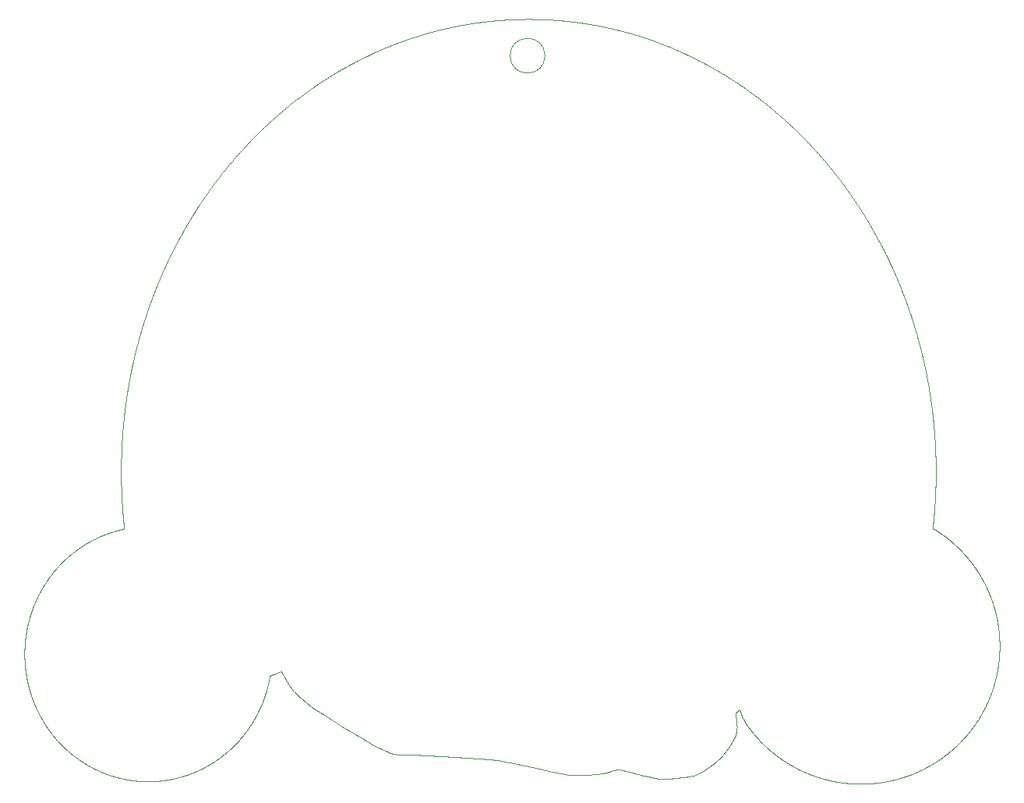
<source format=gbr>
G04 #@! TF.GenerationSoftware,KiCad,Pcbnew,(5.1.0)-1*
G04 #@! TF.CreationDate,2019-09-27T22:37:59-05:00*
G04 #@! TF.ProjectId,BSidesDFW_2019,42536964-6573-4444-9657-5f323031392e,rev?*
G04 #@! TF.SameCoordinates,Original*
G04 #@! TF.FileFunction,Profile,NP*
%FSLAX46Y46*%
G04 Gerber Fmt 4.6, Leading zero omitted, Abs format (unit mm)*
G04 Created by KiCad (PCBNEW (5.1.0)-1) date 2019-09-27 22:37:59*
%MOMM*%
%LPD*%
G04 APERTURE LIST*
%ADD10C,0.050000*%
%ADD11C,0.015200*%
G04 APERTURE END LIST*
D10*
X113205020Y-55514980D02*
G75*
G03X113205020Y-55514980I-1895020J0D01*
G01*
D11*
X119313265Y-52317211D02*
X119252268Y-52305023D01*
X120546300Y-52584830D02*
X120496186Y-52573160D01*
X120224702Y-52511112D02*
X120164146Y-52497542D01*
X120746543Y-52632138D02*
X120696514Y-52620217D01*
X120696514Y-52620217D02*
X120646463Y-52608358D01*
X118456708Y-52155028D02*
X118395312Y-52144143D01*
X118579414Y-52177079D02*
X118518075Y-52166007D01*
X118640725Y-52188244D02*
X118579414Y-52177079D01*
X118702008Y-52199503D02*
X118640725Y-52188244D01*
X118763262Y-52210856D02*
X118702008Y-52199503D01*
X118824488Y-52222301D02*
X118763262Y-52210856D01*
X120596392Y-52596563D02*
X120546300Y-52584830D01*
X118885685Y-52233840D02*
X118824488Y-52222301D01*
X118946854Y-52245471D02*
X118885685Y-52233840D01*
X119739426Y-52405120D02*
X119678633Y-52392285D01*
X119069106Y-52269013D02*
X119007994Y-52257196D01*
X119617811Y-52379542D02*
X119556960Y-52366891D01*
X119130189Y-52280924D02*
X119069106Y-52269013D01*
X121195865Y-52742242D02*
X121146025Y-52729759D01*
X119252268Y-52305023D02*
X119191243Y-52292927D01*
X119435171Y-52341866D02*
X119374232Y-52329492D01*
X121146025Y-52729759D02*
X121096163Y-52717338D01*
X119496080Y-52354332D02*
X119435171Y-52341866D01*
X119860922Y-52431067D02*
X119800189Y-52418047D01*
X120846540Y-52656168D02*
X120796552Y-52644122D01*
X119800189Y-52418047D02*
X119739426Y-52405120D01*
X120345723Y-52538527D02*
X120285227Y-52524774D01*
X120042946Y-52470676D02*
X119982301Y-52457381D01*
X120496186Y-52573160D02*
X120446053Y-52561553D01*
X120946453Y-52680448D02*
X120896507Y-52668277D01*
X120103561Y-52484063D02*
X120042946Y-52470676D01*
X120164146Y-52497542D02*
X120103561Y-52484063D01*
X120285227Y-52524774D02*
X120224702Y-52511112D01*
X120996377Y-52692682D02*
X120946453Y-52680448D01*
X119191243Y-52292927D02*
X119130189Y-52280924D01*
X121096163Y-52717338D02*
X121046281Y-52704979D01*
X119556960Y-52366891D02*
X119496080Y-52354332D01*
X119374232Y-52329492D02*
X119313265Y-52317211D01*
X121046281Y-52704979D02*
X120996377Y-52692682D01*
X118333484Y-52133280D02*
X118271627Y-52122513D01*
X119007994Y-52257196D02*
X118946854Y-52245471D01*
X121245684Y-52754788D02*
X121195865Y-52742242D01*
X118518075Y-52166007D02*
X118456708Y-52155028D01*
X120646463Y-52608358D02*
X120596392Y-52596563D01*
X120896507Y-52668277D02*
X120846540Y-52656168D01*
X120796552Y-52644122D02*
X120746543Y-52632138D01*
X119982301Y-52457381D02*
X119921626Y-52444178D01*
X118395312Y-52144143D02*
X118333484Y-52133280D01*
X119678633Y-52392285D02*
X119617811Y-52379542D01*
X119921626Y-52444178D02*
X119860922Y-52431067D01*
X120446053Y-52561553D02*
X120395898Y-52550009D01*
X120395898Y-52550009D02*
X120345723Y-52538527D01*
X125721375Y-54165737D02*
X125633310Y-54132394D01*
X125191744Y-53968688D02*
X125103184Y-53936549D01*
X125280222Y-54001027D02*
X125191744Y-53968688D01*
X122284484Y-53031894D02*
X122198687Y-53007880D01*
X123732723Y-53468361D02*
X123648080Y-53441220D01*
X124070597Y-53578743D02*
X123986233Y-53550875D01*
X124575294Y-53749752D02*
X124491355Y-53720799D01*
X125809357Y-54199279D02*
X125721375Y-54165737D01*
X123563368Y-53414261D02*
X123478587Y-53387485D01*
X121643465Y-52857394D02*
X121593818Y-52844351D01*
X121940897Y-52936952D02*
X121891380Y-52923538D01*
X121841840Y-52910185D02*
X121792279Y-52896895D01*
X123478587Y-53387485D02*
X123393737Y-53360891D01*
X125633310Y-54132394D02*
X125545162Y-54099252D01*
X125897255Y-54233021D02*
X125809357Y-54199279D01*
X124239112Y-53635023D02*
X124154890Y-53606793D01*
X122712471Y-53154745D02*
X122627007Y-53129805D01*
X122198687Y-53007880D02*
X122112823Y-52984051D01*
X123986233Y-53550875D02*
X123901800Y-53523189D01*
X122370215Y-53056094D02*
X122284484Y-53031894D01*
X122455879Y-53080479D02*
X122370215Y-53056094D01*
X123138773Y-53282209D02*
X123053648Y-53256348D01*
X124748128Y-53810013D02*
X124659161Y-53778885D01*
X124659161Y-53778885D02*
X124575294Y-53749752D01*
X125014542Y-53904612D02*
X124925819Y-53872877D01*
X121295481Y-52767397D02*
X121245684Y-52754788D01*
X123053648Y-53256348D02*
X122968456Y-53230671D01*
X123393737Y-53360891D02*
X123308817Y-53334480D01*
X126160445Y-54335442D02*
X126072799Y-54301103D01*
X123223829Y-53308253D02*
X123138773Y-53282209D01*
X121693092Y-52870499D02*
X121643465Y-52857394D01*
X121345257Y-52780067D02*
X121295481Y-52767397D01*
X125985069Y-54266962D02*
X125897255Y-54233021D01*
X121444746Y-52805594D02*
X121395012Y-52792800D01*
X121544149Y-52831370D02*
X121494458Y-52818451D01*
X122627007Y-53129805D02*
X122541477Y-53105049D01*
X126072799Y-54301103D02*
X125985069Y-54266962D01*
X121792279Y-52896895D02*
X121742696Y-52883666D01*
X125368618Y-54033568D02*
X125280222Y-54001027D01*
X126248007Y-54369980D02*
X126160445Y-54335442D01*
X122112823Y-52984051D02*
X122026893Y-52960408D01*
X121593818Y-52844351D02*
X121544149Y-52831370D01*
X122026893Y-52960408D02*
X121940897Y-52936952D01*
X123817296Y-53495684D02*
X123732723Y-53468361D01*
X123308817Y-53334480D02*
X123223829Y-53308253D01*
X123648080Y-53441220D02*
X123563368Y-53414261D01*
X125545162Y-54099252D02*
X125456931Y-54066310D01*
X121742696Y-52883666D02*
X121693092Y-52870499D01*
X124323264Y-53663435D02*
X124239112Y-53635023D01*
X121891380Y-52923538D02*
X121841840Y-52910185D01*
X122797867Y-53179869D02*
X122712471Y-53154745D01*
X125103184Y-53936549D02*
X125014542Y-53904612D01*
X124837014Y-53841344D02*
X124748128Y-53810013D01*
X122968456Y-53230671D02*
X122883195Y-53205178D01*
X125456931Y-54066310D02*
X125368618Y-54033568D01*
X121395012Y-52792800D02*
X121345257Y-52780067D01*
X124154890Y-53606793D02*
X124070597Y-53578743D01*
X121494458Y-52818451D02*
X121444746Y-52805594D01*
X124407345Y-53692027D02*
X124323264Y-53663435D01*
X122883195Y-53205178D02*
X122797867Y-53179869D01*
X124925819Y-53872877D02*
X124837014Y-53841344D01*
X122541477Y-53105049D02*
X122455879Y-53080479D01*
X123901800Y-53523189D02*
X123817296Y-53495684D01*
X124491355Y-53720799D02*
X124407345Y-53692027D01*
X126771592Y-54581364D02*
X126684541Y-54545639D01*
X127741769Y-54995376D02*
X127695684Y-54975045D01*
X128017741Y-55118528D02*
X127971810Y-55097864D01*
X128384272Y-55285834D02*
X128338546Y-55264727D01*
X128930963Y-55543408D02*
X128885549Y-55521641D01*
X129355427Y-55750118D02*
X129294932Y-55720295D01*
X126858557Y-54617285D02*
X126771592Y-54581364D01*
X127603440Y-54934551D02*
X127557279Y-54914388D01*
X129657190Y-55900695D02*
X129596933Y-55870386D01*
X128338546Y-55264727D02*
X128292794Y-55243676D01*
X126945435Y-54653403D02*
X126858557Y-54617285D01*
X127032227Y-54689718D02*
X126945435Y-54653403D01*
X128063648Y-55139247D02*
X128017741Y-55118528D01*
X127292082Y-54799838D02*
X127205551Y-54762935D01*
X127378526Y-54836935D02*
X127292082Y-54799838D01*
X127833862Y-55036204D02*
X127787828Y-55015762D01*
X127925853Y-55077255D02*
X127879870Y-55056702D01*
X127879870Y-55056702D02*
X127833862Y-55036204D01*
X128521296Y-55349485D02*
X128475647Y-55328213D01*
X128566919Y-55370812D02*
X128521296Y-55349485D01*
X128109528Y-55160022D02*
X128063648Y-55139247D01*
X129294932Y-55720295D02*
X129234388Y-55690569D01*
X128794642Y-55478273D02*
X128749150Y-55456671D01*
X129052475Y-55601979D02*
X128991742Y-55572644D01*
X129113160Y-55631411D02*
X129052475Y-55601979D01*
X129234388Y-55690569D02*
X129173798Y-55660941D01*
X129476276Y-55810057D02*
X129415875Y-55780039D01*
X127464883Y-54874228D02*
X127378526Y-54836935D01*
X127557279Y-54914388D02*
X127511094Y-54894280D01*
X129536628Y-55840173D02*
X129476276Y-55810057D01*
X129173798Y-55660941D02*
X129113160Y-55631411D01*
X128612515Y-55392195D02*
X128566919Y-55370812D01*
X127695684Y-54975045D02*
X127649575Y-54954770D01*
X127787828Y-55015762D02*
X127741769Y-54995376D01*
X129957752Y-56053699D02*
X129897736Y-56022905D01*
X127971810Y-55097864D02*
X127925853Y-55077255D01*
X128840109Y-55499930D02*
X128794642Y-55478273D01*
X128703631Y-55435124D02*
X128658086Y-55413632D01*
X129596933Y-55870386D02*
X129536628Y-55840173D01*
X129777559Y-55961606D02*
X129717399Y-55931102D01*
X129897736Y-56022905D02*
X129837672Y-55992207D01*
X129415875Y-55780039D02*
X129355427Y-55750118D01*
X129717399Y-55931102D02*
X129657190Y-55900695D01*
X129837672Y-55992207D02*
X129777559Y-55961606D01*
X127649575Y-54954770D02*
X127603440Y-54934551D01*
X128201212Y-55201738D02*
X128155383Y-55180853D01*
X126422876Y-54439650D02*
X126335484Y-54404716D01*
X126335484Y-54404716D02*
X126248007Y-54369980D01*
X126510183Y-54474782D02*
X126422876Y-54439650D01*
X126597405Y-54510112D02*
X126510183Y-54474782D01*
X128658086Y-55413632D02*
X128612515Y-55392195D01*
X126684541Y-54545639D02*
X126597405Y-54510112D01*
X128991742Y-55572644D02*
X128930963Y-55543408D01*
X127118932Y-54726229D02*
X127032227Y-54689718D01*
X127205551Y-54762935D02*
X127118932Y-54726229D01*
X128429973Y-55306996D02*
X128384272Y-55285834D01*
X127511094Y-54894280D02*
X127464883Y-54874228D01*
X128155383Y-55180853D02*
X128109528Y-55160022D01*
X128247016Y-55222679D02*
X128201212Y-55201738D01*
X128749150Y-55456671D02*
X128703631Y-55435124D01*
X128475647Y-55328213D02*
X128429973Y-55306996D01*
X128885549Y-55521641D02*
X128840109Y-55499930D01*
X130017720Y-56084590D02*
X129957752Y-56053699D01*
X128292794Y-55243676D02*
X128247016Y-55222679D01*
X133263514Y-57945234D02*
X133197632Y-57903628D01*
X133788025Y-58282445D02*
X133722709Y-58239870D01*
X131574879Y-56930067D02*
X131509487Y-56892851D01*
X133853269Y-58325140D02*
X133788025Y-58282445D01*
X132290011Y-57347132D02*
X132225318Y-57308636D01*
X133460736Y-58070780D02*
X133395066Y-58028810D01*
X133526336Y-58112871D02*
X133460736Y-58070780D01*
X133918441Y-58367955D02*
X133853269Y-58325140D01*
X132030853Y-57193845D02*
X131965904Y-57155813D01*
X131444033Y-56855753D02*
X131378516Y-56818772D01*
X130077639Y-56115577D02*
X130017720Y-56084590D01*
X131705473Y-57004849D02*
X131640208Y-56967400D01*
X130918153Y-56563196D02*
X130852139Y-56527157D01*
X133591865Y-58155083D02*
X133526336Y-58112871D01*
X132548144Y-57502269D02*
X132483707Y-57463311D01*
X134113529Y-58497122D02*
X134048572Y-58453947D01*
X130137510Y-56146661D02*
X130077639Y-56115577D01*
X131900891Y-57117897D02*
X131835815Y-57080098D01*
X132483707Y-57463311D02*
X132419206Y-57424469D01*
X133722709Y-58239870D02*
X133657322Y-58197416D01*
X134048572Y-58453947D02*
X133983542Y-58410891D01*
X130197332Y-56177841D02*
X130137510Y-56146661D01*
X131115824Y-56672021D02*
X131049996Y-56635628D01*
X132933404Y-57738425D02*
X132869356Y-57698779D01*
X130555237Y-56366941D02*
X130495709Y-56335184D01*
X133197632Y-57903628D02*
X133131680Y-57862145D01*
X130257105Y-56209118D02*
X130197332Y-56177841D01*
X132805244Y-57659247D02*
X132741066Y-57619831D01*
X131770676Y-57042415D02*
X131705473Y-57004849D01*
X132354641Y-57385743D02*
X132290011Y-57347132D01*
X130316829Y-56240491D02*
X130257105Y-56209118D01*
X130376505Y-56271959D02*
X130316829Y-56240491D01*
X131378516Y-56818772D02*
X131312937Y-56781908D01*
X130614716Y-56398793D02*
X130555237Y-56366941D01*
X130733526Y-56462784D02*
X130674146Y-56430741D01*
X131640208Y-56967400D02*
X131574879Y-56930067D01*
X132225318Y-57308636D02*
X132160560Y-57270256D01*
X132869356Y-57698779D02*
X132805244Y-57659247D01*
X133395066Y-58028810D02*
X133329325Y-57986961D01*
X131965904Y-57155813D02*
X131900891Y-57117897D01*
X133065658Y-57820783D02*
X132999566Y-57779543D01*
X133131680Y-57862145D02*
X133065658Y-57820783D01*
X130436131Y-56303524D02*
X130376505Y-56271959D01*
X131509487Y-56892851D02*
X131444033Y-56855753D01*
X130495709Y-56335184D02*
X130436131Y-56303524D01*
X130674146Y-56430741D02*
X130614716Y-56398793D01*
X132419206Y-57424469D02*
X132354641Y-57385743D01*
X133983542Y-58410891D02*
X133918441Y-58367955D01*
X130792857Y-56494922D02*
X130733526Y-56462784D01*
X130852139Y-56527157D02*
X130792857Y-56494922D01*
X133329325Y-57986961D02*
X133263514Y-57945234D01*
X133657322Y-58197416D02*
X133591865Y-58155083D01*
X132612516Y-57541341D02*
X132548144Y-57502269D01*
X130984105Y-56599353D02*
X130918153Y-56563196D01*
X131312937Y-56781908D02*
X131247295Y-56745161D01*
X131049996Y-56635628D02*
X130984105Y-56599353D01*
X131181591Y-56708532D02*
X131115824Y-56672021D01*
X132160560Y-57270256D02*
X132095738Y-57231993D01*
X132741066Y-57619831D02*
X132676823Y-57580528D01*
X131247295Y-56745161D02*
X131181591Y-56708532D01*
X131835815Y-57080098D02*
X131770676Y-57042415D01*
X132095738Y-57231993D02*
X132030853Y-57193845D01*
X132676823Y-57580528D02*
X132612516Y-57541341D01*
X132999566Y-57779543D02*
X132933404Y-57738425D01*
X135680303Y-59590633D02*
X135620188Y-59546782D01*
X136809466Y-60443710D02*
X136750660Y-60397875D01*
X137200116Y-60752232D02*
X137131949Y-60697887D01*
X135379048Y-59372436D02*
X135318595Y-59329114D01*
X137741968Y-61192018D02*
X137674578Y-61136559D01*
X135015319Y-59114102D02*
X134951380Y-59069261D01*
X135076108Y-59156891D02*
X135015319Y-59114102D01*
X135439434Y-59415863D02*
X135379048Y-59372436D01*
X136632838Y-60306515D02*
X136573822Y-60260990D01*
X137674578Y-61136559D02*
X137607089Y-61081238D01*
X134178415Y-58540418D02*
X134113529Y-58497122D01*
X135136830Y-59199787D02*
X135076108Y-59156891D01*
X137268187Y-60806718D02*
X137200116Y-60752232D01*
X135258074Y-59285899D02*
X135197485Y-59242790D01*
X135800330Y-59678651D02*
X135740351Y-59634589D01*
X136039565Y-59855949D02*
X135979859Y-59811467D01*
X137063685Y-60643681D02*
X136995325Y-60589615D01*
X136926869Y-60535690D02*
X136868203Y-60489649D01*
X137943554Y-61359226D02*
X137876457Y-61303352D01*
X138010552Y-61415238D02*
X137943554Y-61359226D01*
X136995325Y-60589615D02*
X136926869Y-60535690D01*
X137336161Y-60861343D02*
X137268187Y-60806718D01*
X134243228Y-58583833D02*
X134178415Y-58540418D01*
X134501758Y-58758688D02*
X134437234Y-58714796D01*
X134372638Y-58671022D02*
X134307969Y-58627368D01*
X134759124Y-58935448D02*
X134694892Y-58891080D01*
X134437234Y-58714796D02*
X134372638Y-58671022D01*
X135560004Y-59503036D02*
X135499753Y-59459397D01*
X135979859Y-59811467D02*
X135920085Y-59767090D01*
X136099203Y-59900536D02*
X136039565Y-59855949D01*
X136573822Y-60260990D02*
X136514737Y-60215569D01*
X138077452Y-61471387D02*
X138010552Y-61415238D01*
X134630587Y-58846830D02*
X134566209Y-58802700D01*
X135499753Y-59459397D02*
X135439434Y-59415863D01*
X136396359Y-60125039D02*
X136337066Y-60079930D01*
X136455583Y-60170252D02*
X136396359Y-60125039D01*
X136750660Y-60397875D02*
X136691784Y-60352143D01*
X134951380Y-59069261D02*
X134887368Y-59024538D01*
X135620188Y-59546782D02*
X135560004Y-59503036D01*
X137131949Y-60697887D02*
X137063685Y-60643681D01*
X134694892Y-58891080D02*
X134630587Y-58846830D01*
X136158772Y-59945228D02*
X136099203Y-59900536D01*
X136337066Y-60079930D02*
X136277703Y-60034925D01*
X136868203Y-60489649D02*
X136809466Y-60443710D01*
X136691784Y-60352143D02*
X136632838Y-60306515D01*
X137471819Y-60971012D02*
X137404039Y-60916108D01*
X135740351Y-59634589D02*
X135680303Y-59590633D01*
X134307969Y-58627368D02*
X134243228Y-58583833D01*
X134566209Y-58802700D02*
X134501758Y-58758688D01*
X134887368Y-59024538D02*
X134823283Y-58979934D01*
X138144253Y-61527674D02*
X138077452Y-61471387D01*
X135197485Y-59242790D02*
X135136830Y-59199787D01*
X135860241Y-59722818D02*
X135800330Y-59678651D01*
X134823283Y-58979934D02*
X134759124Y-58935448D01*
X135318595Y-59329114D02*
X135258074Y-59285899D01*
X137809262Y-61247616D02*
X137741968Y-61192018D01*
X136277703Y-60034925D02*
X136218272Y-59990024D01*
X135920085Y-59767090D02*
X135860241Y-59722818D01*
X136218272Y-59990024D02*
X136158772Y-59945228D01*
X137404039Y-60916108D02*
X137336161Y-60861343D01*
X137876457Y-61303352D02*
X137809262Y-61247616D01*
X136514737Y-60215569D02*
X136455583Y-60170252D01*
X137539503Y-61026056D02*
X137471819Y-60971012D01*
X137607089Y-61081238D02*
X137539503Y-61026056D01*
X141444407Y-64604999D02*
X141383007Y-64541991D01*
X140893746Y-64048275D02*
X140834294Y-63989277D01*
X140174019Y-63348075D02*
X140113425Y-63290495D01*
X141198164Y-64353731D02*
X141136336Y-64291233D01*
X140052736Y-63233035D02*
X139991953Y-63175694D01*
X140535598Y-63696050D02*
X140475573Y-63637758D01*
X140655364Y-63812987D02*
X140595529Y-63754460D01*
X141871196Y-65049604D02*
X141810550Y-64985710D01*
X141627964Y-64794785D02*
X141566886Y-64731396D01*
X141074401Y-64228864D02*
X141012361Y-64166622D01*
X138210956Y-61584098D02*
X138144253Y-61527674D01*
X141321499Y-64479110D02*
X141259885Y-64416357D01*
X138344063Y-61697357D02*
X138277559Y-61640659D01*
X138410468Y-61754192D02*
X138344063Y-61697357D01*
X140595529Y-63754460D02*
X140535598Y-63696050D01*
X138675090Y-61982893D02*
X138609085Y-61925513D01*
X138740995Y-62040408D02*
X138675090Y-61982893D01*
X138806800Y-62098058D02*
X138740995Y-62040408D01*
X141505700Y-64668134D02*
X141444407Y-64604999D01*
X138872505Y-62155844D02*
X138806800Y-62098058D01*
X138938108Y-62213765D02*
X138872505Y-62155844D01*
X139069012Y-62330012D02*
X139003611Y-62271821D01*
X140774747Y-63930396D02*
X140715103Y-63871633D01*
X139131190Y-62385543D02*
X139069012Y-62330012D01*
X139809041Y-63004388D02*
X139747883Y-62947526D01*
X140234520Y-63405774D02*
X140174019Y-63348075D01*
X139193275Y-62441196D02*
X139131190Y-62385543D01*
X139255269Y-62496970D02*
X139193275Y-62441196D01*
X141383007Y-64541991D02*
X141321499Y-64479110D01*
X141931733Y-65113623D02*
X141871196Y-65049604D01*
X139378978Y-62608883D02*
X139317170Y-62552866D01*
X139440695Y-62665022D02*
X139378978Y-62608883D01*
X141012361Y-64166622D02*
X140953102Y-64107390D01*
X139563849Y-62777661D02*
X139502318Y-62721281D01*
X139625287Y-62834162D02*
X139563849Y-62777661D01*
X142112692Y-65306435D02*
X142052482Y-65242039D01*
X140294925Y-63463592D02*
X140234520Y-63405774D01*
X140415452Y-63579584D02*
X140355236Y-63521529D01*
X141810550Y-64985710D02*
X141749796Y-64921942D01*
X141259885Y-64416357D02*
X141198164Y-64353731D01*
X141566886Y-64731396D02*
X141505700Y-64668134D01*
X139502318Y-62721281D02*
X139440695Y-62665022D01*
X141136336Y-64291233D02*
X141074401Y-64228864D01*
X142052482Y-65242039D02*
X141992162Y-65177769D01*
X138277559Y-61640659D02*
X138210956Y-61584098D01*
X139747883Y-62947526D02*
X139686631Y-62890784D01*
X138476773Y-61811163D02*
X138410468Y-61754192D01*
X138542979Y-61868270D02*
X138476773Y-61811163D01*
X138609085Y-61925513D02*
X138542979Y-61868270D01*
X139003611Y-62271821D02*
X138938108Y-62213765D01*
X139317170Y-62552866D02*
X139255269Y-62496970D01*
X139686631Y-62890784D02*
X139625287Y-62834162D01*
X140113425Y-63290495D02*
X140052736Y-63233035D01*
X139870105Y-63061370D02*
X139809041Y-63004388D01*
X140953102Y-64107390D02*
X140893746Y-64048275D01*
X139931076Y-63118472D02*
X139870105Y-63061370D01*
X141992162Y-65177769D02*
X141931733Y-65113623D01*
X141749796Y-64921942D02*
X141688934Y-64858300D01*
X140834294Y-63989277D02*
X140774747Y-63930396D01*
X139991953Y-63175694D02*
X139931076Y-63118472D01*
X140355236Y-63521529D02*
X140294925Y-63463592D01*
X140475573Y-63637758D02*
X140415452Y-63579584D01*
X141688934Y-64858300D02*
X141627964Y-64794785D01*
X140715103Y-63871633D02*
X140655364Y-63812987D01*
X80289479Y-65740167D02*
X80233542Y-65801736D01*
X78327366Y-68038591D02*
X78265746Y-68115727D01*
X79396624Y-66749642D02*
X79332602Y-66824283D01*
X80457876Y-65556121D02*
X80401646Y-65617359D01*
X78389130Y-67961601D02*
X78327366Y-68038591D01*
X79679589Y-66423435D02*
X79624739Y-66486202D01*
X79268720Y-66899072D02*
X79204977Y-66974009D01*
X78575278Y-67731500D02*
X78513086Y-67808055D01*
X79460785Y-66675151D02*
X79396624Y-66749642D01*
X78637612Y-67655091D02*
X78575278Y-67731500D01*
X78700088Y-67578828D02*
X78637612Y-67655091D01*
X78825465Y-67426741D02*
X78762706Y-67502711D01*
X79789589Y-66298225D02*
X79734539Y-66360776D01*
X78888365Y-67350917D02*
X78825465Y-67426741D01*
X79077911Y-67124329D02*
X79014588Y-67199711D01*
X79204977Y-66974009D02*
X79141374Y-67049095D01*
X79569988Y-66549077D02*
X79515336Y-66612060D01*
X80066321Y-65987101D02*
X80010777Y-66049108D01*
X80233542Y-65801736D02*
X80177703Y-65863415D01*
X80627151Y-65373067D02*
X80570629Y-65433974D01*
X79515336Y-66612060D02*
X79460785Y-66675151D01*
X79624739Y-66486202D02*
X79569988Y-66549077D01*
X79955331Y-66111224D02*
X79899985Y-66173449D01*
X79734539Y-66360776D02*
X79679589Y-66423435D01*
X80177703Y-65863415D02*
X80121963Y-65925203D01*
X80854209Y-65130548D02*
X80797299Y-65191011D01*
X80911215Y-65070197D02*
X80854209Y-65130548D01*
X80968317Y-65009957D02*
X80911215Y-65070197D01*
X79844737Y-66235782D02*
X79789589Y-66298225D01*
X81140200Y-64829908D02*
X81082810Y-64889812D01*
X80345514Y-65678708D02*
X80289479Y-65740167D01*
X80740486Y-65251585D02*
X80683770Y-65312271D01*
X79899985Y-66173449D02*
X79844737Y-66235782D01*
X80514204Y-65494992D02*
X80457876Y-65556121D01*
X80797299Y-65191011D02*
X80740486Y-65251585D01*
X80683770Y-65312271D02*
X80627151Y-65373067D01*
X78204268Y-68193006D02*
X78142934Y-68270430D01*
X78265746Y-68115727D02*
X78204268Y-68193006D01*
X79141374Y-67049095D02*
X79077911Y-67124329D01*
X81082810Y-64889812D02*
X81025515Y-64949829D01*
X78762706Y-67502711D02*
X78700088Y-67578828D01*
X78451037Y-67884755D02*
X78389130Y-67961601D01*
X78513086Y-67808055D02*
X78451037Y-67884755D01*
X81025515Y-64949829D02*
X80968317Y-65009957D01*
X78951406Y-67275240D02*
X78888365Y-67350917D01*
X79014588Y-67199711D02*
X78951406Y-67275240D01*
X80010777Y-66049108D02*
X79955331Y-66111224D01*
X79332602Y-66824283D02*
X79268720Y-66899072D01*
X80121963Y-65925203D02*
X80066321Y-65987101D01*
X80570629Y-65433974D02*
X80514204Y-65494992D01*
X80401646Y-65617359D02*
X80345514Y-65678708D01*
X84484235Y-61674833D02*
X84419300Y-61730321D01*
X84679611Y-61509151D02*
X84614391Y-61564247D01*
X82522600Y-63448625D02*
X82461261Y-63507496D01*
X85007121Y-61235639D02*
X84941431Y-61290078D01*
X82400020Y-63566490D02*
X82338877Y-63625606D01*
X82954705Y-63039975D02*
X82892684Y-63097983D01*
X83203755Y-62809185D02*
X83141348Y-62866696D01*
X84419300Y-61730321D02*
X84354459Y-61785941D01*
X84289713Y-61841690D02*
X84225063Y-61897569D01*
X84875835Y-61344649D02*
X84810333Y-61399352D01*
X82645572Y-63331252D02*
X82584037Y-63389877D01*
X85138782Y-61127157D02*
X85072905Y-61181332D01*
X81197687Y-64770116D02*
X81140200Y-64829908D01*
X81913638Y-64042833D02*
X81853286Y-64102922D01*
X84354459Y-61785941D02*
X84289713Y-61841690D01*
X83456755Y-62578203D02*
X83393359Y-62635757D01*
X81255269Y-64710437D02*
X81197687Y-64770116D01*
X81314618Y-64649146D02*
X81255269Y-64710437D01*
X82830760Y-63156115D02*
X82768933Y-63214371D01*
X81374068Y-64587975D02*
X81314618Y-64649146D01*
X83393359Y-62635757D02*
X83330060Y-62693439D01*
X82095290Y-63863291D02*
X82034640Y-63923017D01*
X84549266Y-61619475D02*
X84484235Y-61674833D01*
X83839173Y-62235567D02*
X83775195Y-62292352D01*
X81553023Y-64405179D02*
X81493271Y-64465991D01*
X84096050Y-62009718D02*
X84031687Y-62065986D01*
X81433619Y-64526923D02*
X81374068Y-64587975D01*
X83711313Y-62349266D02*
X83647528Y-62406308D01*
X82707204Y-63272749D02*
X82645572Y-63331252D01*
X83266858Y-62751248D02*
X83203755Y-62809185D01*
X81493271Y-64465991D02*
X81433619Y-64526923D01*
X82338877Y-63625606D02*
X82277832Y-63684844D01*
X84810333Y-61399352D02*
X84744925Y-61454186D01*
X81612876Y-64344487D02*
X81553023Y-64405179D01*
X81732881Y-64223463D02*
X81672829Y-64283915D01*
X82584037Y-63389877D02*
X82522600Y-63448625D01*
X82892684Y-63097983D02*
X82830760Y-63156115D01*
X83775195Y-62292352D02*
X83711313Y-62349266D01*
X83141348Y-62866696D02*
X83079037Y-62924331D01*
X85072905Y-61181332D02*
X85007121Y-61235639D01*
X83967419Y-62122384D02*
X83903248Y-62178911D01*
X84031687Y-62065986D02*
X83967419Y-62122384D01*
X82461261Y-63507496D02*
X82400020Y-63566490D01*
X84941431Y-61290078D02*
X84875835Y-61344649D01*
X81672829Y-64283915D02*
X81612876Y-64344487D01*
X81793034Y-64163132D02*
X81732881Y-64223463D01*
X81853286Y-64102922D02*
X81793034Y-64163132D01*
X83330060Y-62693439D02*
X83266858Y-62751248D01*
X81974090Y-63982864D02*
X81913638Y-64042833D01*
X82034640Y-63923017D02*
X81974090Y-63982864D01*
X82156039Y-63803687D02*
X82095290Y-63863291D01*
X84225063Y-61897569D02*
X84160509Y-61953579D01*
X83520249Y-62520777D02*
X83456755Y-62578203D01*
X82277832Y-63684844D02*
X82216886Y-63744205D01*
X84744925Y-61454186D02*
X84679611Y-61509151D01*
X82216886Y-63744205D02*
X82156039Y-63803687D01*
X83079037Y-62924331D02*
X83016823Y-62982091D01*
X83647528Y-62406308D02*
X83583840Y-62463478D01*
X84614391Y-61564247D02*
X84549266Y-61619475D01*
X82768933Y-63214371D02*
X82707204Y-63272749D01*
X83016823Y-62982091D02*
X82954705Y-63039975D01*
X83583840Y-62463478D02*
X83520249Y-62520777D01*
X83903248Y-62178911D02*
X83839173Y-62235567D01*
X84160509Y-61953579D02*
X84096050Y-62009718D01*
X88219667Y-58813674D02*
X88176517Y-58843261D01*
X89045684Y-58261695D02*
X89001919Y-58290261D01*
X89308946Y-58091436D02*
X89264989Y-58119677D01*
X87958261Y-58994088D02*
X87869398Y-59056058D01*
X85865286Y-60543362D02*
X85779911Y-60610686D01*
X87427212Y-59369311D02*
X87339203Y-59432639D01*
X87515364Y-59306208D02*
X87427212Y-59369311D01*
X88047266Y-58932345D02*
X87958261Y-58994088D01*
X88914485Y-58347557D02*
X88870816Y-58376285D01*
X85204752Y-61073115D02*
X85138782Y-61127157D01*
X85355288Y-60950575D02*
X85270815Y-61019205D01*
X86208272Y-60276259D02*
X86122303Y-60342705D01*
X89352935Y-58063250D02*
X89308946Y-58091436D01*
X87603659Y-59243331D02*
X87515364Y-59306208D01*
X88306064Y-58754658D02*
X88262849Y-58784139D01*
X88479250Y-58637269D02*
X88435904Y-58666536D01*
X89221064Y-58147972D02*
X89177171Y-58176321D01*
X89133310Y-58204725D02*
X89089481Y-58233183D01*
X86122303Y-60342705D02*
X86036482Y-60409371D01*
X87780677Y-59118255D02*
X87692097Y-59180680D01*
X89177171Y-58176321D02*
X89133310Y-58204725D01*
X85270815Y-61019205D02*
X85204752Y-61073115D01*
X85439912Y-60882163D02*
X85355288Y-60950575D01*
X86727179Y-59882220D02*
X86640328Y-59947339D01*
X85779911Y-60610686D02*
X85694686Y-60678228D01*
X87076039Y-59623974D02*
X86988606Y-59688200D01*
X85950809Y-60476257D02*
X85865286Y-60543362D01*
X86553623Y-60012680D02*
X86467064Y-60078243D01*
X88133401Y-58872903D02*
X88090317Y-58902597D01*
X88435904Y-58666536D02*
X88392591Y-58695856D01*
X88870816Y-58376285D02*
X88827179Y-58405068D01*
X88522627Y-58608056D02*
X88479250Y-58637269D01*
X86640328Y-59947339D02*
X86553623Y-60012680D01*
X88090317Y-58902597D02*
X88047266Y-58932345D01*
X88740003Y-58462795D02*
X88696463Y-58491740D01*
X88783575Y-58433905D02*
X88740003Y-58462795D01*
X89001919Y-58290261D02*
X88958186Y-58318882D01*
X87339203Y-59432639D02*
X87251338Y-59496193D01*
X88176517Y-58843261D02*
X88133401Y-58872903D01*
X89264989Y-58119677D02*
X89221064Y-58147972D01*
X86901319Y-59752650D02*
X86814176Y-59817324D01*
X86988606Y-59688200D02*
X86901319Y-59752650D01*
X88696463Y-58491740D02*
X88652956Y-58520738D01*
X89089481Y-58233183D02*
X89045684Y-58261695D01*
X88566038Y-58578896D02*
X88522627Y-58608056D01*
X88958186Y-58318882D02*
X88914485Y-58347557D01*
X88262849Y-58784139D02*
X88219667Y-58813674D01*
X86036482Y-60409371D02*
X85950809Y-60476257D01*
X85524686Y-60813967D02*
X85439912Y-60882163D01*
X86294388Y-60210033D02*
X86208272Y-60276259D01*
X87251338Y-59496193D02*
X87163616Y-59559971D01*
X87692097Y-59180680D02*
X87603659Y-59243331D01*
X88349311Y-58725230D02*
X88306064Y-58754658D01*
X85609611Y-60745989D02*
X85524686Y-60813967D01*
X85694686Y-60678228D02*
X85609611Y-60745989D01*
X86380652Y-60144027D02*
X86294388Y-60210033D01*
X88652956Y-58520738D02*
X88609480Y-58549790D01*
X86467064Y-60078243D02*
X86380652Y-60144027D01*
X86814176Y-59817324D02*
X86727179Y-59882220D01*
X87163616Y-59559971D02*
X87076039Y-59623974D01*
X88392591Y-58695856D02*
X88349311Y-58725230D01*
X87869398Y-59056058D02*
X87780677Y-59118255D01*
X88609480Y-58549790D02*
X88566038Y-58578896D01*
X88827179Y-58405068D02*
X88783575Y-58433905D01*
X91510009Y-56770115D02*
X91475878Y-56789256D01*
X91955241Y-56524176D02*
X91920892Y-56542902D01*
X91339523Y-56866140D02*
X91305477Y-56885440D01*
X91203440Y-56943530D02*
X91169462Y-56962957D01*
X90581323Y-57305827D02*
X90533402Y-57334319D01*
X91237436Y-56924135D02*
X91203440Y-56943530D01*
X91169462Y-56962957D02*
X91135501Y-56982415D01*
X90485516Y-57362875D02*
X90437665Y-57391494D01*
X90821454Y-57164321D02*
X90773358Y-57192495D01*
X91271448Y-56904772D02*
X91237436Y-56924135D01*
X91680916Y-56674885D02*
X91646701Y-56693867D01*
X89488108Y-57977103D02*
X89441007Y-58007041D01*
X89818828Y-57769283D02*
X89771474Y-57798784D01*
X89866217Y-57739845D02*
X89818828Y-57769283D01*
X91544157Y-56751005D02*
X91510009Y-56770115D01*
X89913642Y-57710469D02*
X89866217Y-57739845D01*
X90008599Y-57651907D02*
X89961102Y-57681157D01*
X90103699Y-57593596D02*
X90056131Y-57622720D01*
X90151302Y-57564535D02*
X90103699Y-57593596D01*
X91749397Y-56637016D02*
X91715148Y-56655934D01*
X90342069Y-57448921D02*
X90294324Y-57477730D01*
X90437665Y-57391494D02*
X90389849Y-57420176D01*
X90533402Y-57334319D02*
X90485516Y-57362875D01*
X90677270Y-57249034D02*
X90629279Y-57277399D01*
X91135501Y-56982415D02*
X91101557Y-57001906D01*
X91373587Y-56846871D02*
X91339523Y-56866140D01*
X91612503Y-56712881D02*
X91578321Y-56731927D01*
X91920892Y-56542902D02*
X91886559Y-56561661D01*
X90725296Y-57220733D02*
X90677270Y-57249034D01*
X90773358Y-57192495D02*
X90725296Y-57220733D01*
X91033720Y-57040980D02*
X90999827Y-57060565D01*
X91578321Y-56731927D02*
X91544157Y-56751005D01*
X91852244Y-56580452D02*
X91817945Y-56599275D01*
X91715148Y-56655934D02*
X91680916Y-56674885D01*
X91989607Y-56505481D02*
X91955241Y-56524176D01*
X90917751Y-57108164D02*
X90869585Y-57136210D01*
X90999827Y-57060565D02*
X90965951Y-57080181D01*
X91407667Y-56827634D02*
X91373587Y-56846871D01*
X91783662Y-56618129D02*
X91749397Y-56637016D01*
X91475878Y-56789256D02*
X91441764Y-56808429D01*
X91646701Y-56693867D02*
X91612503Y-56712881D01*
X90629279Y-57277399D02*
X90581323Y-57305827D01*
X90869585Y-57136210D02*
X90821454Y-57164321D01*
X90965951Y-57080181D02*
X90917751Y-57108164D01*
X91101557Y-57001906D02*
X91067630Y-57021427D01*
X91817945Y-56599275D02*
X91783662Y-56618129D01*
X89396955Y-58035118D02*
X89352935Y-58063250D01*
X89441007Y-58007041D02*
X89396955Y-58035118D01*
X89535246Y-57947227D02*
X89488108Y-57977103D01*
X89582420Y-57917413D02*
X89535246Y-57947227D01*
X89961102Y-57681157D02*
X89913642Y-57710469D01*
X90294324Y-57477730D02*
X90246615Y-57506602D01*
X91305477Y-56885440D02*
X91271448Y-56904772D01*
X89629629Y-57887662D02*
X89582420Y-57917413D01*
X89676875Y-57857974D02*
X89629629Y-57887662D01*
X89724157Y-57828347D02*
X89676875Y-57857974D01*
X89771474Y-57798784D02*
X89724157Y-57828347D01*
X90056131Y-57622720D02*
X90008599Y-57651907D01*
X90198941Y-57535537D02*
X90151302Y-57564535D01*
X90246615Y-57506602D02*
X90198941Y-57535537D01*
X91441764Y-56808429D02*
X91407667Y-56827634D01*
X91886559Y-56561661D02*
X91852244Y-56580452D01*
X91067630Y-57021427D02*
X91033720Y-57040980D01*
X90389849Y-57420176D02*
X90342069Y-57448921D01*
X93370055Y-55787968D02*
X93346155Y-55799844D01*
X93777499Y-55588407D02*
X93753473Y-55600024D01*
X92915112Y-56017304D02*
X92879215Y-56035695D01*
X93226765Y-55859454D02*
X93202910Y-55871422D01*
X93465731Y-55740615D02*
X93441801Y-55752430D01*
X93441801Y-55752430D02*
X93417878Y-55764261D01*
X92023989Y-56486818D02*
X91989607Y-56505481D01*
X92058388Y-56468187D02*
X92023989Y-56486818D01*
X92093883Y-56449006D02*
X92058388Y-56468187D01*
X92129396Y-56429860D02*
X92093883Y-56449006D01*
X93825575Y-55565221D02*
X93801534Y-55576806D01*
X92200474Y-56391668D02*
X92164926Y-56410747D01*
X93753473Y-55600024D02*
X93729454Y-55611655D01*
X93897743Y-55530555D02*
X93873680Y-55542095D01*
X93393963Y-55776107D02*
X93370055Y-55787968D01*
X92271623Y-56353614D02*
X92236040Y-56372624D01*
X92342843Y-56315696D02*
X92307224Y-56334638D01*
X92378478Y-56296789D02*
X92342843Y-56315696D01*
X92414132Y-56277916D02*
X92378478Y-56296789D01*
X92449803Y-56259077D02*
X92414132Y-56277916D01*
X92485492Y-56240273D02*
X92449803Y-56259077D01*
X92951027Y-55998947D02*
X92915112Y-56017304D01*
X93681437Y-55634965D02*
X93657440Y-55646643D01*
X92592662Y-56184066D02*
X92556921Y-56202767D01*
X92879215Y-56035695D02*
X92843335Y-56054121D01*
X93657440Y-55646643D02*
X93633451Y-55658336D01*
X92664196Y-56146766D02*
X92628420Y-56165399D01*
X92771627Y-56091075D02*
X92735800Y-56109604D01*
X92807473Y-56072581D02*
X92771627Y-56091075D01*
X93513614Y-55717030D02*
X93489669Y-55728815D01*
X93921814Y-55519031D02*
X93897743Y-55530555D01*
X92986958Y-55980626D02*
X92951027Y-55998947D01*
X93022907Y-55962338D02*
X92986958Y-55980626D01*
X93130857Y-55907685D02*
X93094857Y-55925868D01*
X93274498Y-55835565D02*
X93250628Y-55847502D01*
X93346155Y-55799844D02*
X93322262Y-55811736D01*
X93561526Y-55693506D02*
X93537566Y-55705261D01*
X93166875Y-55889536D02*
X93130857Y-55907685D01*
X93202910Y-55871422D02*
X93166875Y-55889536D01*
X93849624Y-55553650D02*
X93825575Y-55565221D01*
X93585494Y-55681768D02*
X93561526Y-55693506D01*
X93250628Y-55847502D02*
X93226765Y-55859454D01*
X93873680Y-55542095D02*
X93849624Y-55553650D01*
X93633451Y-55658336D02*
X93609468Y-55670044D01*
X92307224Y-56334638D02*
X92271623Y-56353614D01*
X93609468Y-55670044D02*
X93585494Y-55681768D01*
X93801534Y-55576806D02*
X93777499Y-55588407D01*
X92628420Y-56165399D02*
X92592662Y-56184066D01*
X92556921Y-56202767D02*
X92521198Y-56221503D01*
X92843335Y-56054121D02*
X92807473Y-56072581D01*
X92735800Y-56109604D02*
X92699989Y-56128168D01*
X93705442Y-55623303D02*
X93681437Y-55634965D01*
X92521198Y-56221503D02*
X92485492Y-56240273D01*
X93417878Y-55764261D02*
X93393963Y-55776107D01*
X93537566Y-55705261D02*
X93513614Y-55717030D01*
X93489669Y-55728815D02*
X93465731Y-55740615D01*
X92164926Y-56410747D02*
X92129396Y-56429860D01*
X93729454Y-55611655D02*
X93705442Y-55623303D01*
X92236040Y-56372624D02*
X92200474Y-56391668D01*
X93094857Y-55925868D02*
X93058873Y-55944086D01*
X92699989Y-56128168D02*
X92664196Y-56146766D01*
X93322262Y-55811736D02*
X93298376Y-55823643D01*
X93058873Y-55944086D02*
X93022907Y-55962338D01*
X93298376Y-55823643D02*
X93274498Y-55835565D01*
X96148054Y-54533100D02*
X96072976Y-54563827D01*
X96298402Y-54472086D02*
X96223196Y-54502520D01*
X96750962Y-54292576D02*
X96675378Y-54322126D01*
X94233347Y-55371581D02*
X94200378Y-55387036D01*
X94762685Y-55128214D02*
X94729500Y-55143208D01*
X94895556Y-55068530D02*
X94862318Y-55083408D01*
X95177051Y-54943929D02*
X95102812Y-54976548D01*
X96223196Y-54502520D02*
X96148054Y-54533100D01*
X94696329Y-55158231D02*
X94663172Y-55173282D01*
X97281792Y-54089878D02*
X97205773Y-54118389D01*
X94266329Y-55356154D02*
X94233347Y-55371581D01*
X94663172Y-55173282D02*
X94630027Y-55188362D01*
X96826608Y-54263174D02*
X96750962Y-54292576D01*
X96072976Y-54563827D02*
X95997961Y-54594701D01*
X94365358Y-55310046D02*
X94332335Y-55325387D01*
X94962071Y-55038863D02*
X94928807Y-55053682D01*
X96599857Y-54351823D02*
X96524399Y-54381668D01*
X96449003Y-54411660D02*
X96373671Y-54441800D01*
X94862318Y-55083408D02*
X94829094Y-55098314D01*
X94530675Y-55233777D02*
X94497585Y-55248973D01*
X96524399Y-54381668D02*
X96449003Y-54411660D01*
X96902317Y-54233921D02*
X96826608Y-54263174D01*
X95325723Y-54879126D02*
X95251354Y-54911455D01*
X95251354Y-54911455D02*
X95177051Y-54943929D01*
X95549221Y-54783008D02*
X95474656Y-54814902D01*
X93945892Y-55507522D02*
X93921814Y-55519031D01*
X94497585Y-55248973D02*
X94464508Y-55264198D01*
X94630027Y-55188362D02*
X94596897Y-55203472D01*
X93969978Y-55496028D02*
X93945892Y-55507522D01*
X94563779Y-55218610D02*
X94530675Y-55233777D01*
X94002851Y-55480372D02*
X93969978Y-55496028D01*
X94035738Y-55464744D02*
X94002851Y-55480372D01*
X94068639Y-55449145D02*
X94035738Y-55464744D01*
X94101553Y-55433575D02*
X94068639Y-55449145D01*
X94134481Y-55418033D02*
X94101553Y-55433575D01*
X94167423Y-55402520D02*
X94134481Y-55418033D01*
X94332335Y-55325387D02*
X94299325Y-55340756D01*
X94200378Y-55387036D02*
X94167423Y-55402520D01*
X95848124Y-54656886D02*
X95773301Y-54688198D01*
X96675378Y-54322126D02*
X96599857Y-54351823D01*
X94299325Y-55340756D02*
X94266329Y-55356154D01*
X94596897Y-55203472D02*
X94563779Y-55218610D01*
X94795882Y-55113250D02*
X94762685Y-55128214D01*
X96373671Y-54441800D02*
X96298402Y-54472086D01*
X94729500Y-55143208D02*
X94696329Y-55158231D01*
X97053921Y-54175858D02*
X96978088Y-54204815D01*
X95997961Y-54594701D02*
X95923010Y-54625720D01*
X94398394Y-55294735D02*
X94365358Y-55310046D01*
X94995349Y-55024072D02*
X94962071Y-55038863D01*
X94431444Y-55279452D02*
X94398394Y-55294735D01*
X94464508Y-55264198D02*
X94431444Y-55279452D01*
X95623850Y-54751259D02*
X95549221Y-54783008D01*
X95400157Y-54846941D02*
X95325723Y-54879126D01*
X94829094Y-55098314D02*
X94795882Y-55113250D01*
X95923010Y-54625720D02*
X95848124Y-54656886D01*
X94928807Y-55053682D02*
X94895556Y-55068530D01*
X95028640Y-55009311D02*
X94995349Y-55024072D01*
X95102812Y-54976548D02*
X95028640Y-55009311D01*
X95474656Y-54814902D02*
X95400157Y-54846941D01*
X95698543Y-54719656D02*
X95623850Y-54751259D01*
X96978088Y-54204815D02*
X96902317Y-54233921D01*
X95773301Y-54688198D02*
X95698543Y-54719656D01*
X97129816Y-54147049D02*
X97053921Y-54175858D01*
X97205773Y-54118389D02*
X97129816Y-54147049D01*
X102406393Y-52549918D02*
X102317992Y-52570310D01*
X101613124Y-52740464D02*
X101525311Y-52762607D01*
X100563774Y-53018894D02*
X100476768Y-53043344D01*
X102053178Y-52632659D02*
X101965036Y-52653832D01*
X100302960Y-53092815D02*
X100216160Y-53117837D01*
X100389830Y-53067984D02*
X100302960Y-53092815D01*
X101087240Y-52876217D02*
X100999827Y-52899517D01*
X101262269Y-52830195D02*
X101174721Y-52853110D01*
X102671979Y-52489914D02*
X102583387Y-52509719D01*
X101876960Y-52675199D02*
X101788949Y-52696760D01*
X97357872Y-54061515D02*
X97281792Y-54089878D01*
X102229656Y-52590898D02*
X102141384Y-52611681D01*
X97434013Y-54033302D02*
X97357872Y-54061515D01*
X97517146Y-54002694D02*
X97434013Y-54033302D01*
X101174721Y-52853110D02*
X101087240Y-52876217D01*
X97600351Y-53972264D02*
X97517146Y-54002694D01*
X97683629Y-53942011D02*
X97600351Y-53972264D01*
X97766979Y-53911937D02*
X97683629Y-53942011D01*
X102494858Y-52529721D02*
X102406393Y-52549918D01*
X97933896Y-53852325D02*
X97850402Y-53882042D01*
X98101100Y-53793428D02*
X98017462Y-53822787D01*
X98184809Y-53764248D02*
X98101100Y-53793428D01*
X101437564Y-52784943D02*
X101349883Y-52807472D01*
X98520358Y-53649326D02*
X98436364Y-53677787D01*
X100044126Y-53168050D02*
X99958890Y-53193235D01*
X100650849Y-52994636D02*
X100563774Y-53018894D01*
X99110276Y-53455159D02*
X99025793Y-53482354D01*
X98688556Y-53592945D02*
X98604422Y-53621045D01*
X102317992Y-52570310D02*
X102229656Y-52590898D01*
X99194829Y-53428146D02*
X99110276Y-53455159D01*
X98857035Y-53537287D02*
X98772760Y-53565026D01*
X99025793Y-53482354D02*
X98941379Y-53509730D01*
X101788949Y-52696760D02*
X101701004Y-52718515D01*
X99279451Y-53401315D02*
X99194829Y-53428146D01*
X99788622Y-53244157D02*
X99703590Y-53269893D01*
X99533729Y-53321914D02*
X99448901Y-53348198D01*
X99703590Y-53269893D02*
X99618625Y-53295812D01*
X100737992Y-52970569D02*
X100650849Y-52994636D01*
X100912481Y-52923009D02*
X100825203Y-52946693D01*
X102141384Y-52611681D02*
X102053178Y-52632659D01*
X102583387Y-52509719D02*
X102494858Y-52529721D01*
X99448901Y-53348198D02*
X99364141Y-53374665D01*
X99618625Y-53295812D02*
X99533729Y-53321914D01*
X101965036Y-52653832D02*
X101876960Y-52675199D01*
X97850402Y-53882042D02*
X97766979Y-53911937D01*
X99958890Y-53193235D02*
X99873722Y-53218605D01*
X98017462Y-53822787D02*
X97933896Y-53852325D01*
X98268590Y-53735248D02*
X98184809Y-53764248D01*
X98352442Y-53706427D02*
X98268590Y-53735248D01*
X98436364Y-53677787D02*
X98352442Y-53706427D01*
X98604422Y-53621045D02*
X98520358Y-53649326D01*
X98772760Y-53565026D02*
X98688556Y-53592945D01*
X100476768Y-53043344D02*
X100389830Y-53067984D01*
X98941379Y-53509730D02*
X98857035Y-53537287D01*
X101701004Y-52718515D02*
X101613124Y-52740464D01*
X99364141Y-53374665D02*
X99279451Y-53401315D01*
X99873722Y-53218605D02*
X99788622Y-53244157D01*
X100129428Y-53143048D02*
X100044126Y-53168050D01*
X101525311Y-52762607D02*
X101437564Y-52784943D01*
X100216160Y-53117837D02*
X100129428Y-53143048D01*
X100825203Y-52946693D02*
X100737992Y-52970569D01*
X100999827Y-52899517D02*
X100912481Y-52923009D01*
X102760636Y-52470305D02*
X102671979Y-52489914D01*
X101349883Y-52807472D02*
X101262269Y-52830195D01*
X106945308Y-51779445D02*
X106886380Y-51786037D01*
X105482873Y-51969255D02*
X105397276Y-51982066D01*
X107417547Y-51729792D02*
X107358439Y-51735697D01*
X105055406Y-52035118D02*
X104970069Y-52048833D01*
X104629250Y-52105494D02*
X104544177Y-52120108D01*
X106650894Y-51813264D02*
X106592080Y-51820285D01*
X105140795Y-52021584D02*
X105055406Y-52035118D01*
X107004259Y-51772937D02*
X106945308Y-51779445D01*
X106474522Y-51834581D02*
X106415777Y-51841857D01*
X102849356Y-52450892D02*
X102760636Y-52470305D01*
X102938140Y-52431675D02*
X102849356Y-52450892D01*
X103022169Y-52413682D02*
X102938140Y-52431675D01*
X103106255Y-52395865D02*
X103022169Y-52413682D01*
X104714375Y-52091059D02*
X104629250Y-52105494D01*
X103358849Y-52343473D02*
X103274595Y-52360760D01*
X106768591Y-51799480D02*
X106709731Y-51806329D01*
X105654222Y-51944179D02*
X105568522Y-51956626D01*
X105888123Y-51911170D02*
X105829612Y-51919295D01*
X103190397Y-52378225D02*
X103106255Y-52395865D01*
X103274595Y-52360760D02*
X103190397Y-52378225D01*
X104884785Y-52062728D02*
X104799553Y-52076803D01*
X103865537Y-52243471D02*
X103780951Y-52259694D01*
X107122229Y-51760181D02*
X107063232Y-51766516D01*
X107063232Y-51766516D02*
X107004259Y-51772937D01*
X107299353Y-51741689D02*
X107240289Y-51747767D01*
X104204425Y-52180360D02*
X104119621Y-52195870D01*
X103443159Y-52326363D02*
X103358849Y-52343473D01*
X103696420Y-52276095D02*
X103611945Y-52292673D01*
X105311730Y-51995057D02*
X105226236Y-52008230D01*
X105829612Y-51919295D02*
X105771125Y-51927505D01*
X106415777Y-51841857D02*
X106357055Y-51849219D01*
X105946657Y-51903129D02*
X105888123Y-51911170D01*
X103527524Y-52309429D02*
X103443159Y-52326363D01*
X105226236Y-52008230D02*
X105140795Y-52021584D01*
X106239682Y-51864197D02*
X106181030Y-51871814D01*
X106298357Y-51856665D02*
X106239682Y-51864197D01*
X106592080Y-51820285D02*
X106533290Y-51827390D01*
X103780951Y-52259694D02*
X103696420Y-52276095D01*
X104459159Y-52134902D02*
X104374194Y-52149876D01*
X105397276Y-51982066D02*
X105311730Y-51995057D01*
X104034872Y-52211558D02*
X103950177Y-52227425D01*
X104119621Y-52195870D02*
X104034872Y-52211558D01*
X103611945Y-52292673D02*
X103527524Y-52309429D01*
X106181030Y-51871814D02*
X106122402Y-51879515D01*
X106005215Y-51895173D02*
X105946657Y-51903129D01*
X106533290Y-51827390D02*
X106474522Y-51834581D01*
X105568522Y-51956626D02*
X105482873Y-51969255D01*
X104374194Y-52149876D02*
X104289282Y-52165028D01*
X106827474Y-51792716D02*
X106768591Y-51799480D01*
X104799553Y-52076803D02*
X104714375Y-52091059D01*
X105712662Y-51935800D02*
X105654222Y-51944179D01*
X107358439Y-51735697D02*
X107299353Y-51741689D01*
X107181248Y-51753931D02*
X107122229Y-51760181D01*
X103950177Y-52227425D02*
X103865537Y-52243471D01*
X104289282Y-52165028D02*
X104204425Y-52180360D01*
X106122402Y-51879515D02*
X106063797Y-51887301D01*
X106709731Y-51806329D02*
X106650894Y-51813264D01*
X104544177Y-52120108D02*
X104459159Y-52134902D01*
X106886380Y-51786037D02*
X106827474Y-51792716D01*
X105771125Y-51927505D02*
X105712662Y-51935800D01*
X107240289Y-51747767D02*
X107181248Y-51753931D01*
X104970069Y-52048833D02*
X104884785Y-52062728D01*
X106063797Y-51887301D02*
X106005215Y-51895173D01*
X106357055Y-51849219D02*
X106298357Y-51856665D01*
X108392419Y-51645098D02*
X108351527Y-51648170D01*
X110987937Y-51535314D02*
X110910891Y-51536170D01*
X108515158Y-51636127D02*
X108474235Y-51639076D01*
X109835605Y-51563412D02*
X109759043Y-51566443D01*
X110526137Y-51542635D02*
X110449282Y-51544364D01*
X109376729Y-51583758D02*
X109300367Y-51587652D01*
X107535831Y-51718238D02*
X107476678Y-51723972D01*
X107739366Y-51699186D02*
X107698638Y-51702915D01*
X107657921Y-51706684D02*
X107617214Y-51710495D01*
X107780105Y-51695498D02*
X107739366Y-51699186D01*
X107943162Y-51681155D02*
X107902382Y-51684680D01*
X107820854Y-51691851D02*
X107780105Y-51695498D01*
X107861613Y-51688245D02*
X107820854Y-51691851D01*
X107902382Y-51684680D02*
X107861613Y-51688245D01*
X111065014Y-51534603D02*
X110987937Y-51535314D01*
X107983952Y-51677672D02*
X107943162Y-51681155D01*
X108024753Y-51674230D02*
X107983952Y-51677672D01*
X108065564Y-51670829D02*
X108024753Y-51674230D01*
X108147216Y-51664149D02*
X108106385Y-51667469D01*
X108228910Y-51657634D02*
X108188058Y-51660871D01*
X108310644Y-51651284D02*
X108269772Y-51654438D01*
X109912200Y-51560525D02*
X109835605Y-51563412D01*
X108351527Y-51648170D02*
X108310644Y-51651284D01*
X108433322Y-51642066D02*
X108392419Y-51645098D01*
X108637988Y-51627528D02*
X108597035Y-51630353D01*
X109759043Y-51566443D02*
X109682513Y-51569619D01*
X108556091Y-51633219D02*
X108515158Y-51636127D01*
X108719924Y-51622001D02*
X108678951Y-51624744D01*
X108801901Y-51616640D02*
X108760908Y-51619300D01*
X108842905Y-51614021D02*
X108801901Y-51616640D01*
X108919063Y-51609269D02*
X108842905Y-51614021D01*
X109147743Y-51595869D02*
X109071482Y-51600193D01*
X110065489Y-51555184D02*
X109988828Y-51557783D01*
X110295668Y-51548258D02*
X110218909Y-51550422D01*
X110679944Y-51539612D02*
X110603024Y-51541051D01*
X110910891Y-51536170D02*
X110833877Y-51537171D01*
X109300367Y-51587652D02*
X109224038Y-51591689D01*
X109988828Y-51557783D02*
X109912200Y-51560525D01*
X109606017Y-51572938D02*
X109529554Y-51576401D01*
X108760908Y-51619300D02*
X108719924Y-51622001D01*
X110372459Y-51546238D02*
X110295668Y-51548258D01*
X109529554Y-51576401D02*
X109453125Y-51580008D01*
X110449282Y-51544364D02*
X110372459Y-51546238D01*
X110603024Y-51541051D02*
X110526137Y-51542635D01*
X108678951Y-51624744D02*
X108637988Y-51627528D01*
X108106385Y-51667469D02*
X108065564Y-51670829D01*
X107617214Y-51710495D02*
X107576517Y-51714346D01*
X109224038Y-51591689D02*
X109147743Y-51595869D01*
X109071482Y-51600193D02*
X108995256Y-51604660D01*
X109682513Y-51569619D02*
X109606017Y-51572938D01*
X109453125Y-51580008D02*
X109376729Y-51583758D01*
X107476678Y-51723972D02*
X107417547Y-51729792D01*
X107576517Y-51714346D02*
X107535831Y-51718238D01*
X108995256Y-51604660D02*
X108919063Y-51609269D01*
X111142123Y-51534040D02*
X111065014Y-51534603D01*
X107698638Y-51702915D02*
X107657921Y-51706684D01*
X108188058Y-51660871D02*
X108147216Y-51664149D01*
X108269772Y-51654438D02*
X108228910Y-51657634D01*
X108474235Y-51639076D02*
X108433322Y-51642066D01*
X110218909Y-51550422D02*
X110142183Y-51552731D01*
X108597035Y-51630353D02*
X108556091Y-51633219D01*
X110833877Y-51537171D02*
X110756894Y-51538319D01*
X110142183Y-51552731D02*
X110065489Y-51555184D01*
X110756894Y-51538319D02*
X110679944Y-51539612D01*
X111571389Y-51533573D02*
X111560031Y-51533527D01*
X111338888Y-51533262D02*
X111335622Y-51533267D01*
X111605458Y-51533730D02*
X111594102Y-51533675D01*
X111316026Y-51533303D02*
X111312761Y-51533310D01*
X111639520Y-51533916D02*
X111628167Y-51533851D01*
X111387885Y-51533218D02*
X111384618Y-51533219D01*
X111548673Y-51533484D02*
X111537314Y-51533444D01*
X111319292Y-51533297D02*
X111316026Y-51533303D01*
X111525954Y-51533408D02*
X111514594Y-51533375D01*
X111345420Y-51533252D02*
X111342154Y-51533257D01*
X111374818Y-51533224D02*
X111371551Y-51533226D01*
X111335622Y-51533267D02*
X111332356Y-51533272D01*
X111355219Y-51533240D02*
X111351952Y-51533244D01*
X111514594Y-51533375D02*
X111503233Y-51533344D01*
X111368285Y-51533228D02*
X111365018Y-51533231D01*
X111322558Y-51533290D02*
X111319292Y-51533297D01*
X111412321Y-51533217D02*
X111400954Y-51533216D01*
X111325824Y-51533284D02*
X111322558Y-51533290D01*
X111582746Y-51533622D02*
X111571389Y-51533573D01*
X111391152Y-51533217D02*
X111387885Y-51533218D01*
X111394419Y-51533216D02*
X111391152Y-51533217D01*
X111348686Y-51533248D02*
X111345420Y-51533252D01*
X111384618Y-51533219D02*
X111381351Y-51533220D01*
X111469146Y-51533273D02*
X111457782Y-51533255D01*
X111673577Y-51534130D02*
X111662225Y-51534055D01*
X111594102Y-51533675D02*
X111582746Y-51533622D01*
X111457782Y-51533255D02*
X111446418Y-51533241D01*
X111503233Y-51533344D02*
X111491871Y-51533317D01*
X111351952Y-51533244D02*
X111348686Y-51533248D01*
X111480509Y-51533294D02*
X111469146Y-51533273D01*
X111358485Y-51533237D02*
X111355219Y-51533240D01*
X111365018Y-51533231D02*
X111361752Y-51533234D01*
X111718977Y-51534459D02*
X111707628Y-51534372D01*
X111730325Y-51534549D02*
X111718977Y-51534459D01*
X111741672Y-51534643D02*
X111730325Y-51534549D01*
X111378085Y-51533222D02*
X111374818Y-51533224D01*
X111400954Y-51533216D02*
X111397686Y-51533216D01*
X111381351Y-51533220D02*
X111378085Y-51533222D01*
X111696278Y-51534288D02*
X111684928Y-51534207D01*
X111491871Y-51533317D02*
X111480509Y-51533294D01*
X111616812Y-51533789D02*
X111605458Y-51533730D01*
X111650873Y-51533984D02*
X111639520Y-51533916D01*
X111707628Y-51534372D02*
X111696278Y-51534288D01*
X111560031Y-51533527D02*
X111548673Y-51533484D01*
X111684928Y-51534207D02*
X111673577Y-51534130D01*
X111537314Y-51533444D02*
X111525954Y-51533408D01*
X111342154Y-51533257D02*
X111338888Y-51533262D01*
X111219262Y-51533622D02*
X111142123Y-51534040D01*
X111296433Y-51533350D02*
X111219262Y-51533622D01*
X111361752Y-51533234D02*
X111358485Y-51533237D01*
X111306229Y-51533325D02*
X111302964Y-51533333D01*
X111329090Y-51533278D02*
X111325824Y-51533284D01*
X111423687Y-51533222D02*
X111412321Y-51533217D01*
X111371551Y-51533226D02*
X111368285Y-51533228D01*
X111446418Y-51533241D02*
X111435053Y-51533230D01*
X111299698Y-51533342D02*
X111296433Y-51533350D01*
X111302964Y-51533333D02*
X111299698Y-51533342D01*
X111332356Y-51533272D02*
X111329090Y-51533278D01*
X111309495Y-51533318D02*
X111306229Y-51533325D01*
X111312761Y-51533310D02*
X111309495Y-51533318D01*
X111435053Y-51533230D02*
X111423687Y-51533222D01*
X111662225Y-51534055D02*
X111650873Y-51533984D01*
X111397686Y-51533216D02*
X111394419Y-51533216D01*
X111628167Y-51533851D02*
X111616812Y-51533789D01*
X112468791Y-51547253D02*
X112440665Y-51546523D01*
X113370940Y-51581081D02*
X113300528Y-51577714D01*
X112299972Y-51543162D02*
X112271821Y-51542548D01*
X112553141Y-51549562D02*
X112525029Y-51548773D01*
X112581250Y-51550370D02*
X112553141Y-51549562D01*
X114423664Y-51646158D02*
X114353688Y-51640973D01*
X111753019Y-51534739D02*
X111741672Y-51534643D01*
X111792593Y-51535101D02*
X111764366Y-51534839D01*
X111849037Y-51535684D02*
X111820817Y-51535383D01*
X113511680Y-51588180D02*
X113441324Y-51584570D01*
X114143580Y-51626141D02*
X114073485Y-51621439D01*
X112496912Y-51548003D02*
X112468791Y-51547253D01*
X113300528Y-51577714D02*
X113230087Y-51574469D01*
X113722574Y-51599742D02*
X113652305Y-51595767D01*
X114003361Y-51616857D02*
X113933208Y-51612396D01*
X111933670Y-51536705D02*
X111905463Y-51536345D01*
X114773101Y-51673890D02*
X114703273Y-51668103D01*
X111961872Y-51537085D02*
X111933670Y-51536705D01*
X112074640Y-51538798D02*
X112046455Y-51538340D01*
X114493611Y-51651464D02*
X114423664Y-51646158D01*
X114563528Y-51656890D02*
X114493611Y-51651464D01*
X113089120Y-51568345D02*
X113018595Y-51565467D01*
X114353688Y-51640973D02*
X114283681Y-51635908D01*
X112018265Y-51537902D02*
X111990071Y-51537484D01*
X112102822Y-51539275D02*
X112074640Y-51538798D01*
X113018595Y-51565467D02*
X112948041Y-51562711D01*
X112130999Y-51539772D02*
X112102822Y-51539275D01*
X112215505Y-51541379D02*
X112187341Y-51540824D01*
X112243665Y-51541954D02*
X112215505Y-51541379D01*
X112637453Y-51552045D02*
X112609354Y-51551198D01*
X113792814Y-51603839D02*
X113722574Y-51599742D01*
X112271821Y-51542548D02*
X112243665Y-51541954D01*
X112328119Y-51543795D02*
X112299972Y-51543162D01*
X112356262Y-51544448D02*
X112328119Y-51543795D01*
X112440665Y-51546523D02*
X112412535Y-51545812D01*
X112736213Y-51555177D02*
X112665548Y-51552912D01*
X114703273Y-51668103D02*
X114633416Y-51662437D01*
X112806850Y-51557566D02*
X112736213Y-51555177D01*
X113582006Y-51591913D02*
X113511680Y-51588180D01*
X113933208Y-51612396D02*
X113863026Y-51608057D01*
X114283681Y-51635908D02*
X114213645Y-51630964D01*
X112948041Y-51562711D02*
X112877460Y-51560077D01*
X113652305Y-51595767D02*
X113582006Y-51591913D01*
X114213645Y-51630964D02*
X114143580Y-51626141D01*
X111764366Y-51534839D02*
X111753019Y-51534739D01*
X112877460Y-51560077D02*
X112806850Y-51557566D01*
X113441324Y-51584570D02*
X113370940Y-51581081D01*
X111820817Y-51535383D02*
X111792593Y-51535101D01*
X111990071Y-51537484D02*
X111961872Y-51537085D01*
X113863026Y-51608057D02*
X113792814Y-51603839D01*
X111905463Y-51536345D02*
X111877252Y-51536005D01*
X113159618Y-51571346D02*
X113089120Y-51568345D01*
X112525029Y-51548773D02*
X112496912Y-51548003D01*
X114073485Y-51621439D02*
X114003361Y-51616857D01*
X112665548Y-51552912D02*
X112637453Y-51552045D01*
X112609354Y-51551198D02*
X112581250Y-51550370D01*
X111877252Y-51536005D02*
X111849037Y-51535684D01*
X113230087Y-51574469D02*
X113159618Y-51571346D01*
X112046455Y-51538340D02*
X112018265Y-51537902D01*
X112187341Y-51540824D02*
X112159172Y-51540288D01*
X112159172Y-51540288D02*
X112130999Y-51539772D01*
X112412535Y-51545812D02*
X112384401Y-51545120D01*
X114633416Y-51662437D02*
X114563528Y-51656890D01*
X112384401Y-51545120D02*
X112356262Y-51544448D01*
X118147828Y-52101263D02*
X118085886Y-52090781D01*
X117340412Y-51972438D02*
X117278110Y-51963199D01*
X116217538Y-51821212D02*
X116171126Y-51815655D01*
X115379947Y-51729354D02*
X115333281Y-51724759D01*
X117961918Y-52070102D02*
X117899893Y-52059906D01*
X115566473Y-51748270D02*
X115519862Y-51743461D01*
X115845840Y-51778250D02*
X115799314Y-51773120D01*
X116528375Y-51859842D02*
X116465723Y-51851857D01*
X118271627Y-52122513D02*
X118209741Y-52111841D01*
X114842898Y-51679797D02*
X114773101Y-51673890D01*
X116841235Y-51901218D02*
X116778717Y-51892749D01*
X115006231Y-51694099D02*
X114959455Y-51689934D01*
X115239907Y-51715730D02*
X115193200Y-51711297D01*
X116403044Y-51843970D02*
X116356690Y-51838201D01*
X116591000Y-51867923D02*
X116528375Y-51859842D01*
X115659651Y-51758050D02*
X115613069Y-51753133D01*
X115052994Y-51698318D02*
X115006231Y-51694099D01*
X115519862Y-51743461D02*
X115473238Y-51738705D01*
X116966192Y-51918445D02*
X116903727Y-51909783D01*
X117464934Y-51991205D02*
X117402687Y-51981774D01*
X115193200Y-51711297D02*
X115146478Y-51706916D01*
X115892352Y-51783434D02*
X115845840Y-51778250D01*
X115938850Y-51788671D02*
X115892352Y-51783434D01*
X116078258Y-51804702D02*
X116031803Y-51799305D01*
X118085886Y-52090781D02*
X118023916Y-52080394D01*
X117775757Y-52039799D02*
X117713648Y-52029889D01*
X116716171Y-51884377D02*
X116653599Y-51876102D01*
X117278110Y-51963199D02*
X117215781Y-51954055D01*
X114912665Y-51685823D02*
X114842898Y-51679797D01*
X115099743Y-51702590D02*
X115052994Y-51698318D01*
X116653599Y-51876102D02*
X116591000Y-51867923D01*
X117527154Y-52000732D02*
X117464934Y-51991205D01*
X117153424Y-51945008D02*
X117091041Y-51936057D01*
X116903727Y-51909783D02*
X116841235Y-51901218D01*
X117402687Y-51981774D02*
X117340412Y-51972438D01*
X114959455Y-51689934D02*
X114912665Y-51685823D01*
X117837839Y-52049804D02*
X117775757Y-52039799D01*
X116263936Y-51826822D02*
X116217538Y-51821212D01*
X117028630Y-51927203D02*
X116966192Y-51918445D01*
X116778717Y-51892749D02*
X116716171Y-51884377D01*
X117651511Y-52020074D02*
X117589346Y-52010355D01*
X118209741Y-52111841D02*
X118147828Y-52101263D01*
X115146478Y-51706916D02*
X115099743Y-51702590D01*
X115426600Y-51734003D02*
X115379947Y-51729354D01*
X115333281Y-51724759D02*
X115286601Y-51720218D01*
X117091041Y-51936057D02*
X117028630Y-51927203D01*
X116356690Y-51838201D02*
X116310320Y-51832485D01*
X115286601Y-51720218D02*
X115239907Y-51715730D01*
X115706220Y-51763020D02*
X115659651Y-51758050D01*
X115985334Y-51793961D02*
X115938850Y-51788671D01*
X117589346Y-52010355D02*
X117527154Y-52000732D01*
X116124699Y-51810152D02*
X116078258Y-51804702D01*
X118023916Y-52080394D02*
X117961918Y-52070102D01*
X115473238Y-51738705D02*
X115426600Y-51734003D01*
X116310320Y-51832485D02*
X116263936Y-51826822D01*
X115613069Y-51753133D02*
X115566473Y-51748270D01*
X115752774Y-51768043D02*
X115706220Y-51763020D01*
X115799314Y-51773120D02*
X115752774Y-51768043D01*
X116031803Y-51799305D02*
X115985334Y-51793961D01*
X117713648Y-52029889D02*
X117651511Y-52020074D01*
X116171126Y-51815655D02*
X116124699Y-51810152D01*
X117215781Y-51954055D02*
X117153424Y-51945008D01*
X117899893Y-52059906D02*
X117837839Y-52049804D01*
X116465723Y-51851857D02*
X116403044Y-51843970D01*
X67188666Y-103055667D02*
X67190626Y-103102187D01*
X67206514Y-103449874D02*
X67208562Y-103491485D01*
X67196737Y-103241680D02*
X67198630Y-103283337D01*
X67214894Y-103616264D02*
X67217066Y-103657839D01*
X67219269Y-103699404D02*
X67221503Y-103740960D01*
X67176035Y-102729712D02*
X67177723Y-102776310D01*
X67183020Y-102916039D02*
X67184863Y-102962593D01*
X67200554Y-103324985D02*
X67202510Y-103366624D01*
X67217066Y-103657839D02*
X67219269Y-103699404D01*
X67192624Y-103148696D02*
X67194661Y-103195194D01*
X67296175Y-104895446D02*
X67299688Y-104941873D01*
X67285867Y-104756091D02*
X67289264Y-104802555D01*
X67292700Y-104849007D02*
X67296175Y-104895446D01*
X67289264Y-104802555D02*
X67292700Y-104849007D01*
X67186745Y-103009136D02*
X67188666Y-103055667D01*
X67272666Y-104570114D02*
X67275908Y-104616627D01*
X67282509Y-104709615D02*
X67285867Y-104756091D01*
X67210642Y-103533087D02*
X67212752Y-103574680D01*
X67279189Y-104663127D02*
X67282509Y-104709615D01*
X67275908Y-104616627D02*
X67279189Y-104663127D01*
X67243002Y-104114545D02*
X67245545Y-104156008D01*
X67269816Y-104528746D02*
X67272666Y-104570114D01*
X67266996Y-104487369D02*
X67269816Y-104528746D01*
X67190626Y-103102187D02*
X67192624Y-103148696D01*
X67258721Y-104363179D02*
X67261449Y-104404585D01*
X67238008Y-104031591D02*
X67240490Y-104073073D01*
X67202510Y-103366624D02*
X67204496Y-103408253D01*
X67250723Y-104238905D02*
X67253358Y-104280339D01*
X67223769Y-103782506D02*
X67226065Y-103824044D01*
X67240490Y-104073073D02*
X67243002Y-104114545D01*
X67194661Y-103195194D02*
X67196737Y-103241680D01*
X67177723Y-102776310D02*
X67179450Y-102822898D01*
X67184863Y-102962593D02*
X67186745Y-103009136D01*
X67256024Y-104321764D02*
X67258721Y-104363179D01*
X67198630Y-103283337D02*
X67200554Y-103324985D01*
X67264207Y-104445982D02*
X67266996Y-104487369D01*
X67261449Y-104404585D02*
X67264207Y-104445982D01*
X67253358Y-104280339D02*
X67256024Y-104321764D01*
X67248118Y-104197461D02*
X67250723Y-104238905D01*
X67245545Y-104156008D02*
X67248118Y-104197461D01*
X67235558Y-103990101D02*
X67238008Y-104031591D01*
X67233138Y-103948600D02*
X67235558Y-103990101D01*
X67230750Y-103907091D02*
X67233138Y-103948600D01*
X67204496Y-103408253D02*
X67206514Y-103449874D01*
X67226065Y-103824044D02*
X67228392Y-103865572D01*
X67179450Y-102822898D02*
X67181216Y-102869474D01*
X67228392Y-103865572D02*
X67230750Y-103907091D01*
X67208562Y-103491485D02*
X67210642Y-103533087D01*
X67221503Y-103740960D02*
X67223769Y-103782506D01*
X67181216Y-102869474D02*
X67183020Y-102916039D01*
X67212752Y-103574680D02*
X67214894Y-103616264D01*
X67145600Y-101496530D02*
X67146037Y-101528056D01*
X67140678Y-100896625D02*
X67140777Y-100928241D01*
X67140462Y-100710365D02*
X67140454Y-100738473D01*
X67147964Y-101654113D02*
X67148490Y-101685616D01*
X67141026Y-100485632D02*
X67140906Y-100513711D01*
X67151370Y-101842251D02*
X67152317Y-101889057D01*
X67147456Y-101622606D02*
X67147964Y-101654113D01*
X67141537Y-101086253D02*
X67141743Y-101117841D01*
X67141027Y-100991460D02*
X67141179Y-101023062D01*
X67140906Y-100513711D02*
X67140801Y-100541793D01*
X67174386Y-102683102D02*
X67176035Y-102729712D01*
X67169673Y-102543207D02*
X67171205Y-102589850D01*
X67140483Y-100682260D02*
X67140462Y-100710365D01*
X67150463Y-101795434D02*
X67151370Y-101842251D01*
X67144779Y-101433463D02*
X67145181Y-101464998D01*
X67143351Y-101307271D02*
X67143681Y-101338826D01*
X67140463Y-100770113D02*
X67140490Y-100801748D01*
X67140535Y-100833378D02*
X67140598Y-100865004D01*
X67171205Y-102589850D02*
X67172776Y-102636482D01*
X67149034Y-101717113D02*
X67149595Y-101748606D01*
X67140490Y-100801748D02*
X67140535Y-100833378D01*
X67140518Y-100654159D02*
X67140483Y-100682260D01*
X67172776Y-102636482D02*
X67174386Y-102683102D01*
X67161297Y-102263119D02*
X67162595Y-102309828D01*
X67168179Y-102496553D02*
X67169673Y-102543207D01*
X67156494Y-102076175D02*
X67157636Y-102122927D01*
X67166725Y-102449888D02*
X67168179Y-102496553D01*
X67163933Y-102356525D02*
X67165309Y-102403212D01*
X67146492Y-101559578D02*
X67146965Y-101591094D01*
X67143681Y-101338826D02*
X67144029Y-101370376D01*
X67162595Y-102309828D02*
X67163933Y-102356525D01*
X67143038Y-101275711D02*
X67143351Y-101307271D01*
X67141743Y-101117841D02*
X67141966Y-101149425D01*
X67141179Y-101023062D02*
X67141349Y-101054660D01*
X67158817Y-102169669D02*
X67160037Y-102216399D01*
X67146965Y-101591094D02*
X67147456Y-101622606D01*
X67140777Y-100928241D02*
X67140893Y-100959853D01*
X67153302Y-101935853D02*
X67154327Y-101982637D01*
X67146037Y-101528056D02*
X67146492Y-101559578D01*
X67140454Y-100738473D02*
X67140463Y-100770113D01*
X67157636Y-102122927D02*
X67158817Y-102169669D01*
X67142743Y-101244147D02*
X67143038Y-101275711D01*
X67141966Y-101149425D02*
X67142207Y-101181003D01*
X67140598Y-100865004D02*
X67140678Y-100896625D01*
X67140893Y-100959853D02*
X67141027Y-100991460D01*
X67140631Y-100597969D02*
X67140568Y-100626062D01*
X67145181Y-101464998D02*
X67145600Y-101496530D01*
X67165309Y-102403212D02*
X67166725Y-102449888D01*
X67160037Y-102216399D02*
X67161297Y-102263119D01*
X67155391Y-102029411D02*
X67156494Y-102076175D01*
X67154327Y-101982637D02*
X67155391Y-102029411D01*
X67149595Y-101748606D02*
X67150463Y-101795434D01*
X67144395Y-101401922D02*
X67144779Y-101433463D01*
X67152317Y-101889057D02*
X67153302Y-101935853D01*
X67148490Y-101685616D02*
X67149034Y-101717113D01*
X67141161Y-100457557D02*
X67141026Y-100485632D01*
X67142207Y-101181003D02*
X67142466Y-101212577D01*
X67141349Y-101054660D02*
X67141537Y-101086253D01*
X67144029Y-101370376D02*
X67144395Y-101401922D01*
X67140568Y-100626062D02*
X67140518Y-100654159D01*
X67141309Y-100429486D02*
X67141161Y-100457557D01*
X67142466Y-101212577D02*
X67142743Y-101244147D01*
X67140709Y-100569879D02*
X67140631Y-100597969D01*
X67140801Y-100541793D02*
X67140709Y-100569879D01*
X67145982Y-99952848D02*
X67145594Y-99980855D01*
X67246297Y-97308765D02*
X67240806Y-97398619D01*
X67172718Y-98842173D02*
X67169704Y-98932756D01*
X67215524Y-97848545D02*
X67210903Y-97938661D01*
X67269706Y-96949794D02*
X67263638Y-97039470D01*
X67263638Y-97039470D02*
X67257713Y-97129191D01*
X67169704Y-98932756D02*
X67166838Y-99023381D01*
X67145221Y-100008866D02*
X67144862Y-100036881D01*
X67149210Y-99749862D02*
X67147671Y-99840856D01*
X67141838Y-100345295D02*
X67141647Y-100373355D01*
X67142261Y-100289186D02*
X67142042Y-100317238D01*
X67142741Y-100233092D02*
X67142494Y-100261137D01*
X67143001Y-100205051D02*
X67142741Y-100233092D01*
X67144185Y-100092923D02*
X67143868Y-100120949D01*
X67251933Y-97218956D02*
X67246297Y-97308765D01*
X67144862Y-100036881D02*
X67144517Y-100064900D01*
X67145594Y-99980855D02*
X67145221Y-100008866D01*
X67186238Y-98480259D02*
X67182638Y-98570674D01*
X67146383Y-99924844D02*
X67145982Y-99952848D01*
X67146798Y-99896844D02*
X67146383Y-99924844D01*
X67147228Y-99868848D02*
X67146798Y-99896844D01*
X67166838Y-99023381D02*
X67164118Y-99114047D01*
X67308567Y-96419999D02*
X67304000Y-96478787D01*
X67175878Y-98751631D02*
X67172718Y-98842173D01*
X67189984Y-98389886D02*
X67186238Y-98480259D01*
X67304000Y-96478787D02*
X67299496Y-96537595D01*
X67147671Y-99840856D02*
X67147228Y-99868848D01*
X67182638Y-98570674D02*
X67179185Y-98661132D01*
X67150896Y-99658909D02*
X67149210Y-99749862D01*
X67152731Y-99567997D02*
X67150896Y-99658909D01*
X67277907Y-96831926D02*
X67273776Y-96890850D01*
X67154713Y-99477125D02*
X67152731Y-99567997D01*
X67159121Y-99295504D02*
X67156843Y-99386294D01*
X67202098Y-98119022D02*
X67197914Y-98209267D01*
X67225202Y-97668444D02*
X67220290Y-97758473D01*
X67240806Y-97398619D02*
X67235460Y-97488517D01*
X67286356Y-96714135D02*
X67282100Y-96773020D01*
X67156843Y-99386294D02*
X67154713Y-99477125D01*
X67193876Y-98299555D02*
X67189984Y-98389886D01*
X67206428Y-98028820D02*
X67202098Y-98119022D01*
X67290674Y-96655268D02*
X67286356Y-96714135D01*
X67210903Y-97938661D02*
X67206428Y-98028820D01*
X67220290Y-97758473D02*
X67215524Y-97848545D01*
X67299496Y-96537595D02*
X67295054Y-96596422D01*
X67141471Y-100401419D02*
X67141309Y-100429486D01*
X67164118Y-99114047D02*
X67161546Y-99204755D01*
X67295054Y-96596422D02*
X67290674Y-96655268D01*
X67141647Y-100373355D02*
X67141471Y-100401419D01*
X67142042Y-100317238D02*
X67141838Y-100345295D01*
X67142494Y-100261137D02*
X67142261Y-100289186D01*
X67143868Y-100120949D02*
X67143565Y-100148979D01*
X67313195Y-96361231D02*
X67308567Y-96419999D01*
X67179185Y-98661132D02*
X67175878Y-98751631D01*
X67257713Y-97129191D02*
X67251933Y-97218956D01*
X67282100Y-96773020D02*
X67277907Y-96831926D01*
X67273776Y-96890850D02*
X67269706Y-96949794D01*
X67143276Y-100177013D02*
X67143001Y-100205051D01*
X67317885Y-96302483D02*
X67313195Y-96361231D01*
X67143565Y-100148979D02*
X67143276Y-100177013D01*
X67197914Y-98209267D02*
X67193876Y-98299555D01*
X67144517Y-100064900D02*
X67144185Y-100092923D01*
X67235460Y-97488517D02*
X67230258Y-97578458D01*
X67161546Y-99204755D02*
X67159121Y-99295504D01*
X67230258Y-97578458D02*
X67225202Y-97668444D01*
X67681504Y-93022363D02*
X67673858Y-93076534D01*
X67635678Y-93353172D02*
X67627987Y-93410209D01*
X67643428Y-93296156D02*
X67635678Y-93353172D01*
X67352446Y-95891802D02*
X67347324Y-95950411D01*
X67407057Y-95306827D02*
X67401319Y-95365233D01*
X67512932Y-94325679D02*
X67506243Y-94383074D01*
X67583072Y-93752879D02*
X67575792Y-93810065D01*
X67689204Y-92968213D02*
X67681504Y-93022363D01*
X67499614Y-94440489D02*
X67493044Y-94497925D01*
X67384475Y-95540573D02*
X67378983Y-95599061D01*
X67728494Y-92697754D02*
X67720530Y-92751806D01*
X67373553Y-95657569D02*
X67368184Y-95716097D01*
X67493044Y-94497925D02*
X67486534Y-94555380D01*
X67673858Y-93076534D02*
X67666265Y-93130723D01*
X67696956Y-92914082D02*
X67689204Y-92968213D01*
X67554306Y-93981748D02*
X67547263Y-94039018D01*
X67436593Y-95015768D02*
X67430619Y-95073408D01*
X67401319Y-95365233D02*
X67395643Y-95423659D01*
X67412855Y-95248441D02*
X67407057Y-95306827D01*
X67418715Y-95190076D02*
X67412855Y-95248441D01*
X67467359Y-94727873D02*
X67461087Y-94785411D01*
X67533353Y-94153620D02*
X67526487Y-94210952D01*
X67597808Y-93638571D02*
X67590410Y-93695714D01*
X67590410Y-93695714D02*
X67583072Y-93752879D01*
X67620354Y-93467268D02*
X67612780Y-93524347D01*
X67461087Y-94785411D02*
X67454874Y-94842970D01*
X67486534Y-94555380D02*
X67480083Y-94612857D01*
X67712619Y-92805878D02*
X67704761Y-92859970D01*
X67332326Y-96126357D02*
X67327451Y-96185046D01*
X67473691Y-94670355D02*
X67467359Y-94727873D01*
X67357631Y-95833214D02*
X67352446Y-95891802D01*
X67342263Y-96009040D02*
X67337264Y-96067689D01*
X67704761Y-92859970D02*
X67696956Y-92914082D01*
X67736510Y-92643721D02*
X67728494Y-92697754D01*
X67368184Y-95716097D02*
X67362877Y-95774645D01*
X67395643Y-95423659D02*
X67390029Y-95482106D01*
X67430619Y-95073408D02*
X67424636Y-95131732D01*
X67526487Y-94210952D02*
X67519679Y-94268306D01*
X67651237Y-93239161D02*
X67643428Y-93296156D01*
X67547263Y-94039018D02*
X67540278Y-94096309D01*
X67720530Y-92751806D02*
X67712619Y-92805878D01*
X67347324Y-95950411D02*
X67342263Y-96009040D01*
X67390029Y-95482106D02*
X67384475Y-95540573D01*
X67519679Y-94268306D02*
X67512932Y-94325679D01*
X67480083Y-94612857D02*
X67473691Y-94670355D01*
X67506243Y-94383074D02*
X67499614Y-94440489D01*
X67666265Y-93130723D02*
X67658724Y-93184933D01*
X67362877Y-95774645D02*
X67357631Y-95833214D01*
X67561409Y-93924499D02*
X67554306Y-93981748D01*
X67378983Y-95599061D02*
X67373553Y-95657569D01*
X67442627Y-94958149D02*
X67436593Y-95015768D01*
X67627987Y-93410209D02*
X67620354Y-93467268D01*
X67605264Y-93581449D02*
X67597808Y-93638571D01*
X67454874Y-94842970D02*
X67448720Y-94900549D01*
X67658724Y-93184933D02*
X67651237Y-93239161D01*
X67322637Y-96243755D02*
X67317885Y-96302483D01*
X67327451Y-96185046D02*
X67322637Y-96243755D01*
X67448720Y-94900549D02*
X67442627Y-94958149D01*
X67568571Y-93867272D02*
X67561409Y-93924499D01*
X67540278Y-94096309D02*
X67533353Y-94153620D01*
X67612780Y-93524347D02*
X67605264Y-93581449D01*
X67337264Y-96067689D02*
X67332326Y-96126357D01*
X67424636Y-95131732D02*
X67418715Y-95190076D01*
X67575792Y-93810065D02*
X67568571Y-93867272D01*
X68431067Y-88894589D02*
X68418523Y-88951167D01*
X68320289Y-89404713D02*
X68308275Y-89461520D01*
X68121450Y-90387638D02*
X68109488Y-90449950D01*
X68381244Y-89121055D02*
X68368935Y-89177736D01*
X67845517Y-91943112D02*
X67836817Y-91996885D01*
X67744580Y-92589709D02*
X67736510Y-92643721D01*
X67752702Y-92535716D02*
X67744580Y-92589709D01*
X68270495Y-89642181D02*
X68257688Y-89704140D01*
X68244950Y-89766129D02*
X68232284Y-89828147D01*
X68356685Y-89234442D02*
X68344494Y-89291174D01*
X67760877Y-92481743D02*
X67752702Y-92535716D01*
X68406038Y-89007771D02*
X68393611Y-89064400D01*
X67769104Y-92427789D02*
X67760877Y-92481743D01*
X67785717Y-92319943D02*
X67777384Y-92373856D01*
X68257688Y-89704140D02*
X68244950Y-89766129D01*
X67802540Y-92212176D02*
X67794102Y-92266050D01*
X67811031Y-92158323D02*
X67802540Y-92212176D01*
X68170004Y-90138681D02*
X68157760Y-90200876D01*
X67828169Y-92050677D02*
X67819574Y-92104490D01*
X67854270Y-91889360D02*
X67845517Y-91943112D01*
X67871932Y-91781916D02*
X67863075Y-91835628D01*
X68074027Y-90637061D02*
X68062348Y-90699489D01*
X68296320Y-89518353D02*
X68283372Y-89580252D01*
X68133482Y-90325355D02*
X68121450Y-90387638D01*
X68050741Y-90761946D02*
X68039204Y-90824432D01*
X68182319Y-90076515D02*
X68170004Y-90138681D01*
X67880841Y-91728225D02*
X67871932Y-91781916D01*
X68157760Y-90200876D02*
X68145586Y-90263101D01*
X68418523Y-88951167D02*
X68406038Y-89007771D01*
X67889803Y-91674554D02*
X67880841Y-91728225D01*
X67907883Y-91567274D02*
X67898817Y-91620904D01*
X67917002Y-91513664D02*
X67907883Y-91567274D01*
X68344494Y-89291174D02*
X68332362Y-89347930D01*
X68097597Y-90512291D02*
X68085776Y-90574661D01*
X67927754Y-91450864D02*
X67917002Y-91513664D01*
X67960440Y-91262636D02*
X67949473Y-91325350D01*
X67982588Y-91137292D02*
X67971478Y-91199950D01*
X68085776Y-90574661D02*
X68074027Y-90637061D01*
X68194705Y-90014379D02*
X68182319Y-90076515D01*
X68393611Y-89064400D02*
X68381244Y-89121055D01*
X68219687Y-89890195D02*
X68207161Y-89952272D01*
X67898817Y-91620904D02*
X67889803Y-91674554D01*
X68027739Y-90886946D02*
X68016344Y-90949490D01*
X68368935Y-89177736D02*
X68356685Y-89234442D01*
X67993769Y-91074663D02*
X67982588Y-91137292D01*
X67777384Y-92373856D02*
X67769104Y-92427789D01*
X67794102Y-92266050D02*
X67785717Y-92319943D01*
X67971478Y-91199950D02*
X67960440Y-91262636D01*
X67949473Y-91325350D02*
X67938578Y-91388093D01*
X68039204Y-90824432D02*
X68027739Y-90886946D01*
X67819574Y-92104490D02*
X67811031Y-92158323D01*
X67836817Y-91996885D02*
X67828169Y-92050677D01*
X67938578Y-91388093D02*
X67927754Y-91450864D01*
X68145586Y-90263101D02*
X68133482Y-90325355D01*
X68332362Y-89347930D02*
X68320289Y-89404713D01*
X67863075Y-91835628D02*
X67854270Y-91889360D01*
X68005021Y-91012062D02*
X67993769Y-91074663D01*
X68016344Y-90949490D02*
X68005021Y-91012062D01*
X68308275Y-89461520D02*
X68296320Y-89518353D01*
X68062348Y-90699489D02*
X68050741Y-90761946D01*
X68109488Y-90449950D02*
X68097597Y-90512291D01*
X68207161Y-89952272D02*
X68194705Y-90014379D01*
X68232284Y-89828147D02*
X68219687Y-89890195D01*
X68283372Y-89580252D02*
X68270495Y-89642181D01*
X68890151Y-86994423D02*
X68877711Y-87042153D01*
X69142136Y-86064166D02*
X69125070Y-86125110D01*
X69245980Y-85699215D02*
X69228500Y-85759955D01*
X68828370Y-87233271D02*
X68816141Y-87281101D01*
X68755629Y-87520543D02*
X68743654Y-87568490D01*
X68767647Y-87472615D02*
X68755629Y-87520543D01*
X68840642Y-87185462D02*
X68828370Y-87233271D01*
X69055708Y-86375759D02*
X69042721Y-86423227D01*
X69094919Y-86233475D02*
X69081807Y-86280883D01*
X68443669Y-88838036D02*
X68431067Y-88894589D01*
X68456330Y-88781510D02*
X68443669Y-88838036D01*
X68572913Y-88273935D02*
X68559726Y-88330228D01*
X69263528Y-85638510D02*
X69245980Y-85699215D01*
X68779707Y-87424707D02*
X68767647Y-87472615D01*
X68915159Y-86899023D02*
X68902634Y-86946713D01*
X68965679Y-86708464D02*
X68952986Y-86756073D01*
X69211090Y-85820729D02*
X69193748Y-85881537D01*
X69176475Y-85942379D02*
X69159271Y-86003255D01*
X68559726Y-88330228D02*
X68546597Y-88386547D01*
X68803954Y-87328950D02*
X68791809Y-87376818D01*
X69193748Y-85881537D02*
X69176475Y-85942379D01*
X69281146Y-85577839D02*
X69263528Y-85638510D01*
X68469050Y-88725009D02*
X68456330Y-88781510D01*
X68653259Y-87936727D02*
X68639722Y-87992863D01*
X68481828Y-88668534D02*
X68469050Y-88725009D01*
X68707983Y-87712450D02*
X68694215Y-87768480D01*
X68533527Y-88442892D02*
X68520514Y-88499264D01*
X68626244Y-88049024D02*
X68612824Y-88105213D01*
X68865312Y-87089903D02*
X68852956Y-87137672D01*
X68952986Y-86756073D02*
X68940335Y-86803703D01*
X68507561Y-88555661D02*
X68494665Y-88612084D01*
X68978415Y-86660874D02*
X68965679Y-86708464D01*
X69042721Y-86423227D02*
X69029776Y-86470716D01*
X69081807Y-86280883D02*
X69068736Y-86328311D01*
X68639722Y-87992863D02*
X68626244Y-88049024D01*
X68852956Y-87137672D02*
X68840642Y-87185462D01*
X69125070Y-86125110D02*
X69108074Y-86186088D01*
X68743654Y-87568490D02*
X68731721Y-87616457D01*
X68877711Y-87042153D02*
X68865312Y-87089903D01*
X69228500Y-85759955D02*
X69211090Y-85820729D01*
X68680505Y-87824536D02*
X68666853Y-87880618D01*
X68694215Y-87768480D02*
X68680505Y-87824536D01*
X69029776Y-86470716D02*
X69016872Y-86518225D01*
X69159271Y-86003255D02*
X69142136Y-86064166D01*
X68991192Y-86613304D02*
X68978415Y-86660874D01*
X69108074Y-86186088D02*
X69094919Y-86233475D01*
X68902634Y-86946713D02*
X68890151Y-86994423D01*
X68546597Y-88386547D02*
X68533527Y-88442892D01*
X68494665Y-88612084D02*
X68481828Y-88668534D01*
X68586159Y-88217668D02*
X68572913Y-88273935D01*
X68731721Y-87616457D02*
X68719831Y-87664444D01*
X68791809Y-87376818D02*
X68779707Y-87424707D01*
X68927726Y-86851353D02*
X68915159Y-86899023D01*
X68520514Y-88499264D02*
X68507561Y-88555661D01*
X68599462Y-88161427D02*
X68586159Y-88217668D01*
X68612824Y-88105213D02*
X68599462Y-88161427D01*
X69016872Y-86518225D02*
X69004011Y-86565755D01*
X69068736Y-86328311D02*
X69055708Y-86375759D01*
X68666853Y-87880618D02*
X68653259Y-87936727D01*
X68940335Y-86803703D02*
X68927726Y-86851353D01*
X69298832Y-85517202D02*
X69281146Y-85577839D01*
X68719831Y-87664444D02*
X68707983Y-87712450D01*
X69004011Y-86565755D02*
X68991192Y-86613304D01*
X68816141Y-87281101D02*
X68803954Y-87328950D01*
X70554495Y-81755115D02*
X70533837Y-81810081D01*
X70420199Y-82115872D02*
X70394335Y-82186298D01*
X70446157Y-82045501D02*
X70420199Y-82115872D01*
X69709087Y-84179907D02*
X69686017Y-84251867D01*
X69755520Y-84036140D02*
X69732255Y-84107998D01*
X70091415Y-83035614D02*
X70066795Y-83106738D01*
X70241154Y-82609989D02*
X70215958Y-82680793D01*
X70575212Y-81700181D02*
X70554495Y-81755115D01*
X69873304Y-83677631D02*
X69849553Y-83749229D01*
X69370261Y-85275000D02*
X69352301Y-85335498D01*
X70679664Y-81426023D02*
X70658657Y-81480787D01*
X69316586Y-85456600D02*
X69298832Y-85517202D01*
X69334409Y-85396032D02*
X69316586Y-85456600D01*
X70533837Y-81810081D02*
X70513237Y-81865082D01*
X70595986Y-81645282D02*
X70575212Y-81700181D01*
X70140945Y-82893525D02*
X70116132Y-82964543D01*
X69442786Y-85033352D02*
X69424553Y-85093711D01*
X69461088Y-84973027D02*
X69442786Y-85033352D01*
X69479459Y-84912736D02*
X69461088Y-84973027D01*
X69516403Y-84792261D02*
X69497897Y-84852481D01*
X69553620Y-84671927D02*
X69534978Y-84732077D01*
X69647851Y-84371707D02*
X69628869Y-84431680D01*
X70291833Y-82468543D02*
X70266446Y-82539239D01*
X70266446Y-82539239D02*
X70241154Y-82609989D01*
X70368567Y-82256778D02*
X70342893Y-82327312D01*
X70066795Y-83106738D02*
X70042271Y-83177915D01*
X69802342Y-83892580D02*
X69778882Y-83964334D01*
X70637709Y-81535585D02*
X70616819Y-81590416D01*
X69572331Y-84611812D02*
X69553620Y-84671927D01*
X69825899Y-83820878D02*
X69802342Y-83892580D01*
X69686017Y-84251867D02*
X69666900Y-84311770D01*
X69732255Y-84107998D02*
X69709087Y-84179907D01*
X70616819Y-81590416D02*
X70595986Y-81645282D01*
X70700728Y-81371293D02*
X70679664Y-81426023D01*
X69993511Y-83320428D02*
X69969276Y-83391763D01*
X69849553Y-83749229D02*
X69825899Y-83820878D01*
X69921097Y-83534592D02*
X69897152Y-83606085D01*
X69969276Y-83391763D02*
X69945138Y-83463151D01*
X70472211Y-81975184D02*
X70446157Y-82045501D01*
X70116132Y-82964543D02*
X70091415Y-83035614D01*
X70658657Y-81480787D02*
X70637709Y-81535585D01*
X69778882Y-83964334D02*
X69755520Y-84036140D01*
X69897152Y-83606085D02*
X69873304Y-83677631D01*
X69945138Y-83463151D02*
X69921097Y-83534592D01*
X69352301Y-85335498D02*
X69334409Y-85396032D01*
X70042271Y-83177915D02*
X70017843Y-83249145D01*
X70513237Y-81865082D02*
X70492695Y-81920116D01*
X69388290Y-85214535D02*
X69370261Y-85275000D01*
X70165853Y-82822561D02*
X70140945Y-82893525D01*
X69497897Y-84852481D02*
X69479459Y-84912736D01*
X69628869Y-84431680D02*
X69609955Y-84491689D01*
X70394335Y-82186298D02*
X70368567Y-82256778D01*
X70317315Y-82397900D02*
X70291833Y-82468543D01*
X69406387Y-85154106D02*
X69388290Y-85214535D01*
X70492695Y-81920116D02*
X70472211Y-81975184D01*
X69424553Y-85093711D02*
X69406387Y-85154106D01*
X69534978Y-84732077D02*
X69516403Y-84792261D01*
X69591109Y-84551733D02*
X69572331Y-84611812D01*
X70190858Y-82751650D02*
X70165853Y-82822561D01*
X69609955Y-84491689D02*
X69591109Y-84551733D01*
X70342893Y-82327312D02*
X70317315Y-82397900D01*
X69666900Y-84311770D02*
X69647851Y-84371707D01*
X70017843Y-83249145D02*
X69993511Y-83320428D01*
X70215958Y-82680793D02*
X70190858Y-82751650D01*
X70979801Y-80662923D02*
X70957989Y-80717206D01*
X72059800Y-78170774D02*
X72026100Y-78243382D01*
X71565401Y-79267208D02*
X71533292Y-79340856D01*
X71859180Y-78607475D02*
X71826113Y-78680502D01*
X72195650Y-77881042D02*
X72161530Y-77953369D01*
X72161530Y-77953369D02*
X72127515Y-78025767D01*
X70721849Y-81316598D02*
X70700728Y-81371293D01*
X70743029Y-81261936D02*
X70721849Y-81316598D01*
X70764266Y-81207308D02*
X70743029Y-81261936D01*
X70785561Y-81152715D02*
X70764266Y-81207308D01*
X70806913Y-81098156D02*
X70785561Y-81152715D01*
X70828323Y-81043631D02*
X70806913Y-81098156D01*
X70849790Y-80989141D02*
X70828323Y-81043631D01*
X70871315Y-80934685D02*
X70849790Y-80989141D01*
X72093605Y-78098235D02*
X72059800Y-78170774D01*
X70892898Y-80880264D02*
X70871315Y-80934685D01*
X70936235Y-80771524D02*
X70914537Y-80825877D01*
X71001669Y-80608674D02*
X70979801Y-80662923D01*
X71045579Y-80500281D02*
X71023595Y-80554461D01*
X71067619Y-80446137D02*
X71045579Y-80500281D01*
X71089716Y-80392028D02*
X71067619Y-80446137D01*
X71597617Y-79193630D02*
X71565401Y-79267208D01*
X72511434Y-77225123D02*
X72475920Y-77297710D01*
X71111870Y-80337953D02*
X71089716Y-80392028D01*
X71533292Y-79340856D02*
X71501289Y-79414571D01*
X72475920Y-77297710D02*
X72440513Y-77370371D01*
X71134082Y-80283914D02*
X71111870Y-80337953D01*
X71156350Y-80229909D02*
X71134082Y-80283914D01*
X71187169Y-80155451D02*
X71156350Y-80229909D01*
X71280274Y-79932480D02*
X71249131Y-80006737D01*
X72265076Y-77734772D02*
X72230309Y-77807871D01*
X71342884Y-79784168D02*
X71311525Y-79858290D01*
X71662370Y-79046677D02*
X71629940Y-79120119D01*
X71760298Y-78826765D02*
X71727549Y-78900000D01*
X71925631Y-78461628D02*
X71892353Y-78534517D01*
X72026100Y-78243382D02*
X71992505Y-78316061D01*
X72334930Y-77588792D02*
X72299949Y-77661745D01*
X71629940Y-79120119D02*
X71597617Y-79193630D01*
X71469393Y-79488355D02*
X71437605Y-79562206D01*
X71793152Y-78753599D02*
X71760298Y-78826765D01*
X72370017Y-77515912D02*
X72334930Y-77588792D01*
X71826113Y-78680502D02*
X71793152Y-78753599D01*
X71892353Y-78534517D02*
X71859180Y-78607475D01*
X72440513Y-77370371D02*
X72405212Y-77443104D01*
X71374350Y-79710113D02*
X71342884Y-79784168D01*
X70914537Y-80825877D02*
X70892898Y-80880264D01*
X72405212Y-77443104D02*
X72370017Y-77515912D01*
X71311525Y-79858290D02*
X71280274Y-79932480D01*
X71249131Y-80006737D02*
X71218096Y-80081060D01*
X71501289Y-79414571D02*
X71469393Y-79488355D01*
X70957989Y-80717206D02*
X70936235Y-80771524D01*
X72547054Y-77152610D02*
X72511434Y-77225123D01*
X71218096Y-80081060D02*
X71187169Y-80155451D01*
X72127515Y-78025767D02*
X72093605Y-78098235D01*
X72299949Y-77661745D02*
X72265076Y-77734772D01*
X72230309Y-77807871D02*
X72195650Y-77881042D01*
X71437605Y-79562206D02*
X71405924Y-79636126D01*
X72582781Y-77080171D02*
X72547054Y-77152610D01*
X71023595Y-80554461D02*
X71001669Y-80608674D01*
X71727549Y-78900000D02*
X71694906Y-78973304D01*
X71405924Y-79636126D02*
X71374350Y-79710113D01*
X71992505Y-78316061D02*
X71959015Y-78388810D01*
X71694906Y-78973304D02*
X71662370Y-79046677D01*
X71959015Y-78388810D02*
X71925631Y-78461628D01*
X74094534Y-74249921D02*
X74070756Y-74291270D01*
X73976004Y-74456949D02*
X73952406Y-74498438D01*
X72799363Y-76647093D02*
X72763002Y-76719086D01*
X73666486Y-75008573D02*
X73650049Y-75038324D01*
X73206265Y-75860124D02*
X73168751Y-75931288D01*
X73535513Y-75246976D02*
X73519225Y-75276839D01*
X73568145Y-75187291D02*
X73551820Y-75217127D01*
X73848499Y-74682228D02*
X73831860Y-74711825D01*
X73782055Y-74800702D02*
X73765490Y-74830356D01*
X72835829Y-76575174D02*
X72799363Y-76647093D01*
X73056835Y-76145237D02*
X73019739Y-76216705D01*
X73699413Y-74949111D02*
X73682940Y-74978835D01*
X72982747Y-76288248D02*
X72945860Y-76359867D01*
X73519225Y-75276839D02*
X73502955Y-75306715D01*
X73168751Y-75931288D02*
X73131342Y-76002529D01*
X73928845Y-74539956D02*
X73905320Y-74581501D01*
X73373464Y-75546228D02*
X73357361Y-75576229D01*
X73243884Y-75789036D02*
X73206265Y-75860124D01*
X73748943Y-74860024D02*
X73732415Y-74889706D01*
X73281606Y-75718024D02*
X73243884Y-75789036D01*
X73905320Y-74581501D02*
X73881831Y-74623075D01*
X73454257Y-75396429D02*
X73438061Y-75426361D01*
X73617232Y-75097869D02*
X73600852Y-75127663D01*
X74070756Y-74291270D02*
X74047014Y-74332648D01*
X73438061Y-75426361D02*
X73421884Y-75456307D01*
X73470471Y-75366511D02*
X73454257Y-75396429D01*
X73502955Y-75306715D02*
X73486704Y-75336606D01*
X74023308Y-74374053D02*
X73999638Y-74415487D01*
X73715905Y-74919401D02*
X73699413Y-74949111D01*
X73865155Y-74652644D02*
X73848499Y-74682228D01*
X72872401Y-76503330D02*
X72835829Y-76575174D01*
X72945860Y-76359867D02*
X72909078Y-76431561D01*
X73094036Y-76073845D02*
X73056835Y-76145237D01*
X73131342Y-76002529D02*
X73094036Y-76073845D01*
X73357361Y-75576229D02*
X73319432Y-75647088D01*
X73600852Y-75127663D02*
X73584489Y-75157470D01*
X73682940Y-74978835D02*
X73666486Y-75008573D01*
X74047014Y-74332648D02*
X74023308Y-74374053D01*
X73831860Y-74711825D02*
X73815240Y-74741437D01*
X73765490Y-74830356D02*
X73748943Y-74860024D01*
X74118348Y-74208599D02*
X74094534Y-74249921D01*
X74142199Y-74167306D02*
X74118348Y-74208599D01*
X73584489Y-75157470D02*
X73568145Y-75187291D01*
X73650049Y-75038324D02*
X73633632Y-75068090D01*
X73486704Y-75336606D02*
X73470471Y-75366511D01*
X73551820Y-75217127D02*
X73535513Y-75246976D01*
X72690596Y-76863297D02*
X72654552Y-76935514D01*
X73881831Y-74623075D02*
X73865155Y-74652644D01*
X72618613Y-77007806D02*
X72582781Y-77080171D01*
X72909078Y-76431561D02*
X72872401Y-76503330D01*
X72654552Y-76935514D02*
X72618613Y-77007806D01*
X73389586Y-75516240D02*
X73373464Y-75546228D01*
X73952406Y-74498438D02*
X73928845Y-74539956D01*
X73019739Y-76216705D02*
X72982747Y-76288248D01*
X73421884Y-75456307D02*
X73405725Y-75486267D01*
X72726746Y-76791155D02*
X72690596Y-76863297D01*
X72763002Y-76719086D02*
X72726746Y-76791155D01*
X73815240Y-74741437D02*
X73798638Y-74771063D01*
X73999638Y-74415487D02*
X73976004Y-74456949D01*
X73405725Y-75486267D02*
X73389586Y-75516240D01*
X73633632Y-75068090D02*
X73617232Y-75097869D01*
X73319432Y-75647088D02*
X73281606Y-75718024D01*
X73798638Y-74771063D02*
X73782055Y-74800702D01*
X73732415Y-74889706D02*
X73715905Y-74919401D01*
X75473940Y-71993856D02*
X75468532Y-72002197D01*
X74981255Y-72769203D02*
X74957483Y-72807427D01*
X75124550Y-72540414D02*
X75100588Y-72578480D01*
X75317372Y-72236836D02*
X75293159Y-72274691D01*
X75457720Y-72018884D02*
X75452316Y-72027229D01*
X74286055Y-73920139D02*
X74261990Y-73961263D01*
X74431202Y-73673993D02*
X74406922Y-73714946D01*
X74839097Y-72998934D02*
X74815515Y-73037314D01*
X74910033Y-72883951D02*
X74886356Y-72922253D01*
X75293159Y-72274691D02*
X75268978Y-72312572D01*
X74166085Y-74126041D02*
X74142199Y-74167306D01*
X74310157Y-73879044D02*
X74286055Y-73920139D01*
X75148543Y-72502375D02*
X75124550Y-72540414D01*
X74358468Y-73796938D02*
X74334295Y-73837977D01*
X74577634Y-73428872D02*
X74553140Y-73469654D01*
X74674690Y-73268137D02*
X74651331Y-73306699D01*
X75076659Y-72616572D02*
X75052760Y-72654691D01*
X75028893Y-72692836D02*
X75005058Y-72731006D01*
X75390197Y-72123431D02*
X75365891Y-72161206D01*
X75414535Y-72085682D02*
X75390197Y-72123431D01*
X75052760Y-72654691D02*
X75028893Y-72692836D01*
X75172567Y-72464361D02*
X75148543Y-72502375D01*
X74190007Y-74084804D02*
X74166085Y-74126041D01*
X74213965Y-74043596D02*
X74190007Y-74084804D01*
X75468532Y-72002197D02*
X75463125Y-72010540D01*
X75441514Y-72043923D02*
X75436115Y-72052272D01*
X74237960Y-74002415D02*
X74213965Y-74043596D01*
X74261990Y-73961263D02*
X74237960Y-74002415D01*
X74479871Y-73592172D02*
X74455519Y-73633068D01*
X74651331Y-73306699D02*
X74626730Y-73347394D01*
X74698081Y-73229602D02*
X74674690Y-73268137D01*
X75419927Y-72077327D02*
X75414535Y-72085682D01*
X74815515Y-73037314D02*
X74791965Y-73075720D01*
X74886356Y-72922253D02*
X74862711Y-72960581D01*
X74455519Y-73633068D02*
X74431202Y-73673993D01*
X74957483Y-72807427D02*
X74933742Y-72845676D01*
X75446914Y-72035575D02*
X75441514Y-72043923D01*
X74334295Y-73837977D02*
X74310157Y-73879044D01*
X74504258Y-73551304D02*
X74479871Y-73592172D01*
X75100588Y-72578480D02*
X75076659Y-72616572D01*
X74721504Y-73191093D02*
X74698081Y-73229602D01*
X75430718Y-72060623D02*
X75425322Y-72068974D01*
X74791965Y-73075720D02*
X74768446Y-73114151D01*
X75005058Y-72731006D02*
X74981255Y-72769203D01*
X74933742Y-72845676D02*
X74910033Y-72883951D01*
X75220710Y-72388414D02*
X75196623Y-72426375D01*
X74553140Y-73469654D02*
X74528681Y-73510465D01*
X74382677Y-73755928D02*
X74358468Y-73796938D01*
X74406922Y-73714946D02*
X74382677Y-73755928D01*
X74528681Y-73510465D02*
X74504258Y-73551304D01*
X75425322Y-72068974D02*
X75419927Y-72077327D01*
X74602164Y-73388119D02*
X74577634Y-73428872D01*
X75463125Y-72010540D02*
X75457720Y-72018884D01*
X74626730Y-73347394D02*
X74602164Y-73388119D01*
X74744959Y-73152609D02*
X74721504Y-73191093D01*
X75341616Y-72199008D02*
X75317372Y-72236836D01*
X74768446Y-73114151D02*
X74744959Y-73152609D01*
X74862711Y-72960581D02*
X74839097Y-72998934D01*
X75196623Y-72426375D02*
X75172567Y-72464361D01*
X75436115Y-72052272D02*
X75430718Y-72060623D01*
X75365891Y-72161206D02*
X75341616Y-72199008D01*
X75244828Y-72350480D02*
X75220710Y-72388414D01*
X75452316Y-72027229D02*
X75446914Y-72035575D01*
X75268978Y-72312572D02*
X75244828Y-72350480D01*
X76394523Y-70624876D02*
X76335853Y-70709235D01*
X76990017Y-69789325D02*
X76929753Y-69872218D01*
X77354915Y-69295085D02*
X77293706Y-69377086D01*
X77050440Y-69706579D02*
X76990017Y-69789325D01*
X76160807Y-70963180D02*
X76102781Y-71048117D01*
X76690279Y-70205266D02*
X76630808Y-70288896D01*
X76749909Y-70121783D02*
X76690279Y-70205266D01*
X77111021Y-69623983D02*
X77050440Y-69706579D01*
X78142934Y-68270430D02*
X78081744Y-68347998D01*
X76571497Y-70372672D02*
X76512346Y-70456594D01*
X75479349Y-71985516D02*
X75473940Y-71993856D01*
X75484761Y-71977177D02*
X75479349Y-71985516D01*
X75490173Y-71968840D02*
X75484761Y-71977177D01*
X76809698Y-70038448D02*
X76749909Y-70121783D01*
X76102781Y-71048117D02*
X76044917Y-71133198D01*
X75701147Y-71646689D02*
X75644423Y-71732769D01*
X77477802Y-69131534D02*
X77416280Y-69213235D01*
X77717636Y-68816412D02*
X77657459Y-68894980D01*
X75501003Y-71952169D02*
X75495588Y-71960504D01*
X75506421Y-71943836D02*
X75501003Y-71952169D01*
X76929753Y-69872218D02*
X76869646Y-69955259D01*
X75511839Y-71935504D02*
X75506421Y-71943836D01*
X76277343Y-70793738D02*
X76218994Y-70878387D01*
X75582423Y-71827305D02*
X75576984Y-71835620D01*
X75566112Y-71852254D02*
X75560678Y-71860573D01*
X75758035Y-71560751D02*
X75701147Y-71646689D01*
X75517260Y-71927173D02*
X75511839Y-71935504D01*
X75644423Y-71732769D02*
X75587863Y-71818991D01*
X77232654Y-69459235D02*
X77171759Y-69541535D01*
X77657459Y-68894980D02*
X77597427Y-68973690D01*
X75533530Y-71902188D02*
X75528105Y-71910515D01*
X77777958Y-68737986D02*
X77717636Y-68816412D01*
X76512346Y-70456594D02*
X76453354Y-70540662D01*
X78081744Y-68347998D02*
X78020698Y-68425709D01*
X75549814Y-71877215D02*
X75544384Y-71885538D01*
X75544384Y-71885538D02*
X75538957Y-71893863D01*
X77171759Y-69541535D02*
X77111021Y-69623983D01*
X75815085Y-71474955D02*
X75758035Y-71560751D01*
X76630808Y-70288896D02*
X76571497Y-70372672D01*
X77293706Y-69377086D02*
X77232654Y-69459235D01*
X75929676Y-71303790D02*
X75872299Y-71389301D01*
X75528105Y-71910515D02*
X75522682Y-71918843D01*
X75538957Y-71893863D02*
X75533530Y-71902188D01*
X78020698Y-68425709D02*
X77959796Y-68503564D01*
X77838426Y-68659703D02*
X77777958Y-68737986D01*
X75560678Y-71860573D02*
X75555245Y-71868894D01*
X77416280Y-69213235D02*
X77354915Y-69295085D01*
X75495588Y-71960504D02*
X75490173Y-71968840D01*
X75522682Y-71918843D02*
X75517260Y-71927173D01*
X75555245Y-71868894D02*
X75549814Y-71877215D01*
X75571547Y-71843936D02*
X75566112Y-71852254D01*
X76869646Y-69955259D02*
X76809698Y-70038448D01*
X77537542Y-69052541D02*
X77477802Y-69131534D01*
X75587863Y-71818991D02*
X75582423Y-71827305D01*
X76453354Y-70540662D02*
X76394523Y-70624876D01*
X75576984Y-71835620D02*
X75571547Y-71843936D01*
X77959796Y-68503564D02*
X77899039Y-68581562D01*
X75872299Y-71389301D02*
X75815085Y-71474955D01*
X76335853Y-70709235D02*
X76277343Y-70793738D01*
X75987216Y-71218422D02*
X75929676Y-71303790D01*
X77597427Y-68973690D02*
X77537542Y-69052541D01*
X76044917Y-71133198D02*
X75987216Y-71218422D01*
X77899039Y-68581562D02*
X77838426Y-68659703D01*
X76218994Y-70878387D02*
X76160807Y-70963180D01*
X67429373Y-106706933D02*
X67431702Y-106735623D01*
X67416476Y-106332765D02*
X67417528Y-106358174D01*
X67450252Y-106913884D02*
X67455603Y-106957941D01*
X67424476Y-106631086D02*
X67425797Y-106654871D01*
X67423416Y-106608523D02*
X67424476Y-106631086D01*
X67365311Y-105729248D02*
X67369517Y-105775452D01*
X67299688Y-104941873D02*
X67303240Y-104988288D01*
X67427417Y-106680085D02*
X67429373Y-106706933D01*
X67306830Y-105034691D02*
X67310459Y-105081082D01*
X67413554Y-106276759D02*
X67415164Y-106305695D01*
X67382366Y-105913988D02*
X67386725Y-105960141D01*
X67417528Y-106358174D02*
X67418357Y-106382129D01*
X67406566Y-106176691D02*
X67409292Y-106212463D01*
X67310459Y-105081082D02*
X67314127Y-105127460D01*
X67391123Y-106006282D02*
X67395558Y-106052410D01*
X67452767Y-106958660D02*
X67452200Y-106958804D01*
X67344856Y-105498040D02*
X67348870Y-105544307D01*
X67454469Y-106958229D02*
X67453902Y-106958372D01*
X67455036Y-106958085D02*
X67454469Y-106958229D01*
X67361144Y-105683031D02*
X67365311Y-105729248D01*
X67357014Y-105636802D02*
X67361144Y-105683031D01*
X67419495Y-106426498D02*
X67419879Y-106447324D01*
X67369517Y-105775452D02*
X67373762Y-105821643D01*
X67325362Y-105266520D02*
X67329184Y-105312849D01*
X67455603Y-106957941D02*
X67455036Y-106958085D01*
X67419879Y-106447324D02*
X67420188Y-106467519D01*
X67329184Y-105312849D02*
X67333044Y-105359165D01*
X67314127Y-105127460D02*
X67317833Y-105173826D01*
X67421932Y-106566242D02*
X67422580Y-106586977D01*
X67321578Y-105220179D02*
X67325362Y-105266520D01*
X67403393Y-106138229D02*
X67406566Y-106176691D01*
X67445497Y-106872903D02*
X67450252Y-106913884D01*
X67441302Y-106834792D02*
X67445497Y-106872903D01*
X67431702Y-106735623D02*
X67434442Y-106766358D01*
X67421046Y-106526380D02*
X67421433Y-106546111D01*
X67420735Y-106506841D02*
X67421046Y-106526380D01*
X67348870Y-105544307D02*
X67352923Y-105590561D01*
X67420461Y-106487290D02*
X67420735Y-106506841D01*
X67411609Y-106245750D02*
X67413554Y-106276759D01*
X67395558Y-106052410D02*
X67399736Y-106096871D01*
X67373762Y-105821643D02*
X67378045Y-105867822D01*
X67420188Y-106467519D02*
X67420461Y-106487290D01*
X67409292Y-106212463D02*
X67411609Y-106245750D01*
X67378045Y-105867822D02*
X67382366Y-105913988D01*
X67317833Y-105173826D02*
X67321578Y-105220179D01*
X67303240Y-104988288D02*
X67306830Y-105034691D01*
X67415164Y-106305695D02*
X67416476Y-106332765D01*
X67451632Y-106958948D02*
X67451065Y-106959092D01*
X67425797Y-106654871D02*
X67427417Y-106680085D01*
X67399736Y-106096871D02*
X67403393Y-106138229D01*
X67421433Y-106546111D02*
X67421932Y-106566242D01*
X67419000Y-106404834D02*
X67419495Y-106426498D01*
X67340880Y-105451761D02*
X67344856Y-105498040D01*
X67386725Y-105960141D02*
X67391123Y-106006282D01*
X67333044Y-105359165D02*
X67336943Y-105405469D01*
X67422580Y-106586977D02*
X67423416Y-106608523D01*
X67452200Y-106958804D02*
X67451632Y-106958948D01*
X67418357Y-106382129D02*
X67419000Y-106404834D01*
X67453334Y-106958516D02*
X67452767Y-106958660D01*
X67453902Y-106958372D02*
X67453334Y-106958516D01*
X67336943Y-105405469D02*
X67340880Y-105451761D01*
X67434442Y-106766358D02*
X67437629Y-106799346D01*
X67352923Y-105590561D02*
X67357014Y-105636802D01*
X67437629Y-106799346D02*
X67441302Y-106834792D01*
X137428998Y-130835069D02*
X137447931Y-130851917D01*
X137543026Y-130935691D02*
X137562131Y-130952352D01*
X137259900Y-130682032D02*
X137278573Y-130699160D01*
X138143150Y-131433283D02*
X138163933Y-131449602D01*
X138101673Y-131400540D02*
X138122397Y-131416929D01*
X138080979Y-131384115D02*
X138101673Y-131400540D01*
X138060314Y-131367655D02*
X138080979Y-131384115D01*
X137754737Y-131117221D02*
X137774153Y-131133533D01*
X138039679Y-131351159D02*
X138060314Y-131367655D01*
X138019074Y-131334629D02*
X138039679Y-131351159D01*
X137998499Y-131318063D02*
X138019074Y-131334629D01*
X137977954Y-131301462D02*
X137998499Y-131318063D01*
X137957438Y-131284826D02*
X137977954Y-131301462D01*
X137936953Y-131268155D02*
X137957438Y-131284826D01*
X137916497Y-131251450D02*
X137936953Y-131268155D01*
X137410094Y-130818189D02*
X137428998Y-130835069D01*
X137896072Y-131234709D02*
X137916497Y-131251450D01*
X137875676Y-131217933D02*
X137896072Y-131234709D01*
X137447931Y-130851917D02*
X137466893Y-130868735D01*
X137696659Y-131068093D02*
X137715990Y-131084501D01*
X137677356Y-131051654D02*
X137696659Y-131068093D01*
X137658081Y-131035182D02*
X137677356Y-131051654D01*
X137600426Y-130985579D02*
X137619616Y-131002145D01*
X137562131Y-130952352D02*
X137581264Y-130968981D01*
X137391219Y-130801278D02*
X137410094Y-130818189D01*
X137372372Y-130784336D02*
X137391219Y-130801278D01*
X137222642Y-130647684D02*
X137241257Y-130664873D01*
X137316006Y-130733323D02*
X137334765Y-130750358D01*
X137485883Y-130885521D02*
X137504903Y-130902276D01*
X137814671Y-131167397D02*
X137834976Y-131184277D01*
X137715990Y-131084501D02*
X137735350Y-131100877D01*
X137297275Y-130716257D02*
X137316006Y-130733323D01*
X137278573Y-130699160D02*
X137297275Y-130716257D01*
X137504903Y-130902276D02*
X137523950Y-130918999D01*
X137241257Y-130664873D02*
X137259900Y-130682032D01*
X137619616Y-131002145D02*
X137638834Y-131018679D01*
X137581264Y-130968981D02*
X137600426Y-130985579D01*
X137466893Y-130868735D02*
X137485883Y-130885521D01*
X137523950Y-130918999D02*
X137543026Y-130935691D01*
X138184746Y-131465885D02*
X138205588Y-131482133D01*
X138163933Y-131449602D02*
X138184746Y-131465885D01*
X137638834Y-131018679D02*
X137658081Y-131035182D01*
X137735350Y-131100877D02*
X137754737Y-131117221D01*
X138122397Y-131416929D02*
X138143150Y-131433283D01*
X137855311Y-131201123D02*
X137875676Y-131217933D01*
X137774153Y-131133533D02*
X137794397Y-131150482D01*
X137334765Y-130750358D02*
X137353554Y-130767362D01*
X137794397Y-131150482D02*
X137814671Y-131167397D01*
X137834976Y-131184277D02*
X137855311Y-131201123D01*
X137353554Y-130767362D02*
X137372372Y-130784336D01*
X137204057Y-130630464D02*
X137222642Y-130647684D01*
X136148890Y-129548142D02*
X136164709Y-129566053D01*
X136228271Y-129637446D02*
X136244231Y-129655231D01*
X137185501Y-130613213D02*
X137204057Y-130630464D01*
X137099146Y-130532163D02*
X137116066Y-130548144D01*
X137082251Y-130516157D02*
X137099146Y-130532163D01*
X136618984Y-130057213D02*
X136635608Y-130074379D01*
X137166974Y-130595931D02*
X137185501Y-130613213D01*
X136324453Y-129743775D02*
X136340581Y-129761407D01*
X136389132Y-129814150D02*
X136405371Y-129831680D01*
X136831834Y-130272997D02*
X136848351Y-130289385D01*
X136684318Y-130124371D02*
X136700607Y-130140985D01*
X137133010Y-130564099D02*
X137149980Y-130580028D01*
X136881463Y-130322086D02*
X136898057Y-130338398D01*
X136782432Y-130223680D02*
X136798874Y-130240144D01*
X136716921Y-130157574D02*
X136733260Y-130174138D01*
X136260220Y-129672991D02*
X136276236Y-129690725D01*
X136536277Y-129970988D02*
X136552764Y-129988285D01*
X136931321Y-130370947D02*
X136947991Y-130387184D01*
X136602388Y-130040020D02*
X136618984Y-130057213D01*
X136585820Y-130022801D02*
X136602388Y-130040020D01*
X136276236Y-129690725D02*
X136292281Y-129708434D01*
X136635608Y-130074379D02*
X136651819Y-130091068D01*
X136454254Y-129884114D02*
X136470604Y-129901541D01*
X136164709Y-129566053D02*
X136180558Y-129583940D01*
X137048536Y-130484067D02*
X137065381Y-130500125D01*
X136947991Y-130387184D02*
X136964685Y-130403395D01*
X136470604Y-129901541D02*
X136486981Y-129918941D01*
X136196434Y-129601800D02*
X136212338Y-129619636D01*
X136437932Y-129866662D02*
X136454254Y-129884114D01*
X136308353Y-129726117D02*
X136324453Y-129743775D01*
X136766016Y-130207191D02*
X136782432Y-130223680D01*
X137116066Y-130548144D02*
X137133010Y-130564099D01*
X137014920Y-130451875D02*
X137031715Y-130467983D01*
X136998150Y-130435740D02*
X137014920Y-130451875D01*
X136815341Y-130256583D02*
X136831834Y-130272997D01*
X136733260Y-130174138D02*
X136749625Y-130190677D01*
X136552764Y-129988285D02*
X136569278Y-130005556D01*
X136180558Y-129583940D02*
X136196434Y-129601800D01*
X136340581Y-129761407D02*
X136356737Y-129779014D01*
X136651819Y-130091068D02*
X136668056Y-130107732D01*
X136405371Y-129831680D02*
X136421638Y-129849184D01*
X136964685Y-130403395D02*
X136981405Y-130419580D01*
X136798874Y-130240144D02*
X136815341Y-130256583D01*
X136668056Y-130107732D02*
X136684318Y-130124371D01*
X136421638Y-129849184D02*
X136437932Y-129866662D01*
X136981405Y-130419580D02*
X136998150Y-130435740D01*
X136848351Y-130289385D02*
X136864895Y-130305748D01*
X136292281Y-129708434D02*
X136308353Y-129726117D01*
X137031715Y-130467983D02*
X137048536Y-130484067D01*
X136749625Y-130190677D02*
X136766016Y-130207191D01*
X136914676Y-130354685D02*
X136931321Y-130370947D01*
X136519818Y-129953665D02*
X136536277Y-129970988D01*
X136244231Y-129655231D02*
X136260220Y-129672991D01*
X136700607Y-130140985D02*
X136716921Y-130157574D01*
X136486981Y-129918941D02*
X136503385Y-129936316D01*
X137065381Y-130500125D02*
X137082251Y-130516157D01*
X136898057Y-130338398D02*
X136914676Y-130354685D01*
X136356737Y-129779014D02*
X136372921Y-129796595D01*
X136212338Y-129619636D02*
X136228271Y-129637446D01*
X137149980Y-130580028D02*
X137166974Y-130595931D01*
X136503385Y-129936316D02*
X136519818Y-129953665D01*
X136569278Y-130005556D02*
X136585820Y-130022801D01*
X136372921Y-129796595D02*
X136389132Y-129814150D01*
X136864895Y-130305748D02*
X136881463Y-130322086D01*
X135106022Y-128222960D02*
X135120900Y-128244176D01*
X135488614Y-128745247D02*
X135504375Y-128765782D01*
X135394782Y-128621454D02*
X135410333Y-128642155D01*
X135912736Y-129273782D02*
X135931132Y-129295637D01*
X135271638Y-128454859D02*
X135286908Y-128475779D01*
X135091181Y-128201718D02*
X135106022Y-128222960D01*
X135894382Y-129251891D02*
X135912736Y-129273782D01*
X135606338Y-128896896D02*
X135624028Y-128919342D01*
X135536001Y-128806769D02*
X135553522Y-128829352D01*
X135286908Y-128475779D02*
X135302213Y-128496671D01*
X136133098Y-129530206D02*
X136148890Y-129548142D01*
X135986565Y-129360992D02*
X136005124Y-129382706D01*
X135379266Y-128600725D02*
X135394782Y-128621454D01*
X135949569Y-129317458D02*
X135968046Y-129339243D01*
X135785119Y-129119810D02*
X135803226Y-129141910D01*
X135713106Y-129031059D02*
X135731047Y-129053298D01*
X135425920Y-128662828D02*
X135441541Y-128683474D01*
X135457197Y-128704093D02*
X135472888Y-128724684D01*
X135226043Y-128391937D02*
X135241206Y-128412938D01*
X135210915Y-128370909D02*
X135226043Y-128391937D01*
X135441541Y-128683474D02*
X135457197Y-128704093D01*
X135363785Y-128579969D02*
X135379266Y-128600725D01*
X136117334Y-129512244D02*
X136133098Y-129530206D01*
X136098531Y-129490744D02*
X136117334Y-129512244D01*
X135857796Y-129208004D02*
X135876068Y-129229965D01*
X135135813Y-128265365D02*
X135150762Y-128286528D01*
X135731047Y-129053298D02*
X135749029Y-129075503D01*
X135677349Y-128986475D02*
X135695207Y-129008784D01*
X135624028Y-128919342D02*
X135641760Y-128941754D01*
X135553522Y-128829352D02*
X135571085Y-128851901D01*
X135695207Y-129008784D02*
X135713106Y-129031059D01*
X135195824Y-128349854D02*
X135210915Y-128370909D01*
X136079769Y-129469208D02*
X136098531Y-129490744D01*
X136061047Y-129447636D02*
X136079769Y-129469208D01*
X135876068Y-129229965D02*
X135894382Y-129251891D01*
X135504375Y-128765782D02*
X135520170Y-128786290D01*
X135120900Y-128244176D02*
X135135813Y-128265365D01*
X136042365Y-129426028D02*
X136061047Y-129447636D01*
X135839565Y-129186008D02*
X135857796Y-129208004D01*
X135410333Y-128642155D02*
X135425920Y-128662828D01*
X136023724Y-129404385D02*
X136042365Y-129426028D01*
X135165747Y-128307663D02*
X135180767Y-128328772D01*
X135641760Y-128941754D02*
X135659534Y-128964132D01*
X135472888Y-128724684D02*
X135488614Y-128745247D01*
X135520170Y-128786290D02*
X135536001Y-128806769D01*
X135332928Y-128538375D02*
X135348339Y-128559185D01*
X135803226Y-129141910D02*
X135821375Y-129163976D01*
X136005124Y-129382706D02*
X136023724Y-129404385D01*
X135968046Y-129339243D02*
X135986565Y-129360992D01*
X135931132Y-129295637D02*
X135949569Y-129317458D01*
X135180767Y-128328772D02*
X135195824Y-128349854D01*
X135821375Y-129163976D02*
X135839565Y-129186008D01*
X135767053Y-129097674D02*
X135785119Y-129119810D01*
X135588691Y-128874416D02*
X135606338Y-128896896D01*
X135749029Y-129075503D02*
X135767053Y-129097674D01*
X135256405Y-128433912D02*
X135271638Y-128454859D01*
X135659534Y-128964132D02*
X135677349Y-128986475D01*
X135571085Y-128851901D02*
X135588691Y-128874416D01*
X135348339Y-128559185D02*
X135363785Y-128579969D01*
X135150762Y-128286528D02*
X135165747Y-128307663D01*
X135241206Y-128412938D02*
X135256405Y-128433912D01*
X135076376Y-128180449D02*
X135091181Y-128201718D01*
X135317553Y-128517537D02*
X135332928Y-128538375D01*
X135302213Y-128496671D02*
X135317553Y-128517537D01*
X134585230Y-127261005D02*
X134595870Y-127288230D01*
X134654245Y-127436503D02*
X134657260Y-127444100D01*
X134768912Y-127643507D02*
X134780467Y-127665372D01*
X134623959Y-127359813D02*
X134631836Y-127379812D01*
X134803416Y-127709216D02*
X134814840Y-127731173D01*
X134486130Y-127004226D02*
X134499293Y-127038716D01*
X134791963Y-127687279D02*
X134803416Y-127709216D01*
X134672520Y-127471367D02*
X134685096Y-127492514D01*
X134697491Y-127513788D02*
X134709720Y-127535179D01*
X134638865Y-127397630D02*
X134644985Y-127413118D01*
X134537952Y-127139282D02*
X134550354Y-127171337D01*
X134605913Y-127313872D02*
X134615297Y-127337783D01*
X134907053Y-127906255D02*
X134918911Y-127927907D01*
X134685096Y-127492514D02*
X134697491Y-127513788D01*
X134562409Y-127202409D02*
X134574056Y-127232348D01*
X134930894Y-127949472D02*
X134943017Y-127970938D01*
X134421065Y-126831254D02*
X134433770Y-126865419D01*
X135006265Y-128076414D02*
X135019549Y-128097064D01*
X134574056Y-127232348D02*
X134585230Y-127261005D01*
X134472934Y-126969502D02*
X134486130Y-127004226D01*
X134459767Y-126934692D02*
X134472934Y-126969502D01*
X134659115Y-127448769D02*
X134659748Y-127450358D01*
X134499293Y-127038716D02*
X134512359Y-127072822D01*
X134362980Y-126671136D02*
X134373663Y-126701233D01*
X134837665Y-127775104D02*
X134849097Y-127797056D01*
X134757283Y-127621694D02*
X134768912Y-127643507D01*
X134967743Y-128013531D02*
X134980378Y-128034637D01*
X134373663Y-126701233D02*
X134384876Y-126732443D01*
X134595870Y-127288230D02*
X134605913Y-127313872D01*
X134955295Y-127992294D02*
X134967743Y-128013531D01*
X135033080Y-128117539D02*
X135046873Y-128137831D01*
X134918911Y-127927907D02*
X134930894Y-127949472D01*
X134644985Y-127413118D02*
X134650133Y-127426125D01*
X134980378Y-128034637D02*
X134993213Y-128055602D01*
X134872073Y-127840881D02*
X134883649Y-127862731D01*
X134883649Y-127862731D02*
X134895304Y-127884526D01*
X134433770Y-126865419D02*
X134446692Y-126899948D01*
X134745565Y-127599944D02*
X134757283Y-127621694D01*
X134721798Y-127556675D02*
X134733741Y-127578268D01*
X134615297Y-127337783D02*
X134623959Y-127359813D01*
X134512359Y-127072822D02*
X134525266Y-127106394D01*
X134895304Y-127884526D02*
X134907053Y-127906255D01*
X134631836Y-127379812D02*
X134638865Y-127397630D01*
X134525266Y-127106394D02*
X134537952Y-127139282D01*
X135061606Y-128159153D02*
X135076376Y-128180449D01*
X134849097Y-127797056D02*
X134860561Y-127818985D01*
X135046873Y-128137831D02*
X135061606Y-128159153D01*
X135019549Y-128097064D02*
X135033080Y-128117539D01*
X134993213Y-128055602D02*
X135006265Y-128076414D01*
X134943017Y-127970938D02*
X134955295Y-127992294D01*
X134780467Y-127665372D02*
X134791963Y-127687279D01*
X134650133Y-127426125D02*
X134654245Y-127436503D01*
X134408639Y-126797603D02*
X134421065Y-126831254D01*
X134550354Y-127171337D02*
X134562409Y-127202409D01*
X134384876Y-126732443D02*
X134396555Y-126764616D01*
X134860561Y-127818985D02*
X134872073Y-127840881D01*
X134826251Y-127753139D02*
X134837665Y-127775104D01*
X134814840Y-127731173D02*
X134826251Y-127753139D01*
X134657260Y-127444100D02*
X134659115Y-127448769D01*
X134733741Y-127578268D02*
X134745565Y-127599944D01*
X134396555Y-126764616D02*
X134408639Y-126797603D01*
X134709720Y-127535179D02*
X134721798Y-127556675D01*
X134446692Y-126899948D02*
X134459767Y-126934692D01*
X134659748Y-127450358D02*
X134672520Y-127471367D01*
X133953646Y-126898418D02*
X133967568Y-126888291D01*
X134037176Y-126837659D02*
X134051098Y-126827533D01*
X134023255Y-126847786D02*
X134037176Y-126837659D01*
X134329532Y-126625006D02*
X134343453Y-126614880D01*
X133918077Y-127067229D02*
X133916820Y-127059210D01*
X134315610Y-126635133D02*
X134329532Y-126625006D01*
X134134628Y-126766775D02*
X134148550Y-126756649D01*
X133939724Y-126908544D02*
X133953646Y-126898418D01*
X134301688Y-126645259D02*
X134315610Y-126635133D01*
X134287767Y-126655385D02*
X134301688Y-126645259D01*
X133900474Y-126954961D02*
X133899217Y-126946942D01*
X133923106Y-127099305D02*
X133921849Y-127091286D01*
X134259923Y-126675638D02*
X134273845Y-126665512D01*
X133967568Y-126888291D02*
X133981490Y-126878165D01*
X133925803Y-126918670D02*
X133939724Y-126908544D01*
X134190315Y-126726270D02*
X134204237Y-126716143D01*
X134273845Y-126665512D02*
X134287767Y-126655385D01*
X134246002Y-126685764D02*
X134259923Y-126675638D01*
X134232080Y-126695891D02*
X134246002Y-126685764D01*
X133902989Y-126970999D02*
X133901731Y-126962980D01*
X134218158Y-126706017D02*
X134232080Y-126695891D01*
X134204237Y-126716143D02*
X134218158Y-126706017D01*
X134106785Y-126787028D02*
X134120706Y-126776901D01*
X134120706Y-126776901D02*
X134134628Y-126766775D01*
X134065020Y-126817407D02*
X134078941Y-126807280D01*
X134176393Y-126736396D02*
X134190315Y-126726270D01*
X133897959Y-126938923D02*
X133911881Y-126928797D01*
X133911790Y-127027133D02*
X133910533Y-127019114D01*
X134009333Y-126857912D02*
X134023255Y-126847786D01*
X133981490Y-126878165D02*
X133995411Y-126868039D01*
X133911881Y-126928797D02*
X133925803Y-126918670D01*
X133901731Y-126962980D02*
X133900474Y-126954961D01*
X133926878Y-127123363D02*
X133925621Y-127115344D01*
X133928136Y-127131382D02*
X133926878Y-127123363D01*
X133929393Y-127139401D02*
X133928136Y-127131382D01*
X133933165Y-127163458D02*
X133931908Y-127155439D01*
X133935680Y-127179497D02*
X133934423Y-127171477D01*
X133906761Y-126995057D02*
X133905503Y-126987038D01*
X133904246Y-126979019D02*
X133902989Y-126970999D01*
X133899217Y-126946942D02*
X133897959Y-126938923D01*
X133910533Y-127019114D02*
X133909276Y-127011095D01*
X133914305Y-127043172D02*
X133913048Y-127035152D01*
X133919334Y-127075248D02*
X133918077Y-127067229D01*
X133905503Y-126987038D02*
X133904246Y-126979019D01*
X133908018Y-127003076D02*
X133906761Y-126995057D01*
X133913048Y-127035152D02*
X133911790Y-127027133D01*
X133915562Y-127051191D02*
X133914305Y-127043172D01*
X133934423Y-127171477D02*
X133933165Y-127163458D01*
X133931908Y-127155439D02*
X133930651Y-127147420D01*
X133925621Y-127115344D02*
X133924364Y-127107324D01*
X133909276Y-127011095D02*
X133908018Y-127003076D01*
X134051098Y-126827533D02*
X134065020Y-126817407D01*
X134092863Y-126797154D02*
X134106785Y-126787028D01*
X133995411Y-126868039D02*
X134009333Y-126857912D01*
X133930651Y-127147420D02*
X133929393Y-127139401D01*
X133924364Y-127107324D02*
X133923106Y-127099305D01*
X134352890Y-126642302D02*
X134362980Y-126671136D01*
X134343453Y-126614880D02*
X134352890Y-126642302D01*
X134162472Y-126746522D02*
X134176393Y-126736396D01*
X134078941Y-126807280D02*
X134092863Y-126797154D01*
X133921849Y-127091286D02*
X133920592Y-127083267D01*
X133920592Y-127083267D02*
X133919334Y-127075248D01*
X134148550Y-126756649D02*
X134162472Y-126746522D01*
X133916820Y-127059210D02*
X133915562Y-127051191D01*
X134038414Y-128653867D02*
X134042422Y-128626703D01*
X133954249Y-129224312D02*
X133958257Y-129197148D01*
X133956985Y-127402177D02*
X133953227Y-127360849D01*
X133990808Y-127774134D02*
X133987050Y-127732805D01*
X134028389Y-128187419D02*
X134024631Y-128146090D01*
X134024631Y-128146090D02*
X134020873Y-128104762D01*
X133938195Y-127195535D02*
X133936937Y-127187516D01*
X133941953Y-127236863D02*
X133938195Y-127195535D01*
X133945711Y-127278192D02*
X133941953Y-127236863D01*
X134030399Y-128708195D02*
X134034406Y-128681031D01*
X133946234Y-129278640D02*
X133950242Y-129251476D01*
X134042422Y-128626703D02*
X134046430Y-128599539D01*
X133958257Y-129197148D02*
X133962265Y-129169984D01*
X134018375Y-128789687D02*
X134022383Y-128762523D01*
X134017115Y-128063433D02*
X134013356Y-128022105D01*
X133953227Y-127360849D02*
X133949469Y-127319520D01*
X133960743Y-127443506D02*
X133956985Y-127402177D01*
X133964501Y-127484834D02*
X133960743Y-127443506D01*
X133968259Y-127526163D02*
X133964501Y-127484834D01*
X133979534Y-127650148D02*
X133975776Y-127608820D01*
X133983292Y-127691477D02*
X133979534Y-127650148D01*
X134054446Y-128545211D02*
X134058454Y-128518047D01*
X133970281Y-129115656D02*
X133974289Y-129088492D01*
X133987050Y-127732805D02*
X133983292Y-127691477D01*
X134058454Y-128518047D02*
X134054695Y-128476718D01*
X133974289Y-129088492D02*
X133978296Y-129061328D01*
X133994566Y-127815462D02*
X133990808Y-127774134D01*
X133998324Y-127856791D02*
X133994566Y-127815462D01*
X134035905Y-128270076D02*
X134032147Y-128228747D01*
X134014367Y-128816851D02*
X134018375Y-128789687D01*
X133998336Y-128925507D02*
X134002344Y-128898343D01*
X134009598Y-127980776D02*
X134005840Y-127939448D01*
X134043421Y-128352733D02*
X134039663Y-128311404D01*
X134047179Y-128394061D02*
X134043421Y-128352733D01*
X134050937Y-128435390D02*
X134047179Y-128394061D01*
X134054695Y-128476718D02*
X134050937Y-128435390D01*
X133990320Y-128979836D02*
X133994328Y-128952672D01*
X134026391Y-128735359D02*
X134030399Y-128708195D01*
X134006351Y-128871179D02*
X134010359Y-128844015D01*
X133942226Y-129305804D02*
X133946234Y-129278640D01*
X133986312Y-129007000D02*
X133990320Y-128979836D01*
X134022383Y-128762523D02*
X134026391Y-128735359D01*
X133938218Y-129332968D02*
X133942226Y-129305804D01*
X133978296Y-129061328D02*
X133982304Y-129034164D01*
X134034406Y-128681031D02*
X134038414Y-128653867D01*
X133982304Y-129034164D02*
X133986312Y-129007000D01*
X133950242Y-129251476D02*
X133954249Y-129224312D01*
X133949469Y-127319520D02*
X133945711Y-127278192D01*
X134020873Y-128104762D02*
X134017115Y-128063433D01*
X134010359Y-128844015D02*
X134014367Y-128816851D01*
X134050438Y-128572375D02*
X134054446Y-128545211D01*
X133966273Y-129142820D02*
X133970281Y-129115656D01*
X134032147Y-128228747D02*
X134028389Y-128187419D01*
X134039663Y-128311404D02*
X134035905Y-128270076D01*
X133994328Y-128952672D02*
X133998336Y-128925507D01*
X134002344Y-128898343D02*
X134006351Y-128871179D01*
X134046430Y-128599539D02*
X134050438Y-128572375D01*
X133962265Y-129169984D02*
X133966273Y-129142820D01*
X133936937Y-127187516D02*
X133935680Y-127179497D01*
X133975776Y-127608820D02*
X133972017Y-127567491D01*
X133972017Y-127567491D02*
X133968259Y-127526163D01*
X134005840Y-127939448D02*
X134002082Y-127898119D01*
X134002082Y-127898119D02*
X133998324Y-127856791D01*
X134013356Y-128022105D02*
X134009598Y-127980776D01*
X133287765Y-130513343D02*
X133303202Y-130489297D01*
X133380390Y-130369062D02*
X133395827Y-130345015D01*
X133364952Y-130393109D02*
X133380390Y-130369062D01*
X133894577Y-129454539D02*
X133906452Y-129432125D01*
X133870827Y-129499367D02*
X133882702Y-129476953D01*
X133823327Y-129589023D02*
X133835202Y-129566609D01*
X133488452Y-130200734D02*
X133503890Y-130176687D01*
X133272327Y-130537390D02*
X133287765Y-130513343D01*
X133835202Y-129566609D02*
X133847077Y-129544195D01*
X133811452Y-129611437D02*
X133823327Y-129589023D01*
X133195140Y-130657625D02*
X133210577Y-130633578D01*
X133657077Y-129902820D02*
X133668952Y-129880406D01*
X133609577Y-129992476D02*
X133621452Y-129970062D01*
X133303202Y-130489297D02*
X133318640Y-130465250D01*
X133256890Y-130561437D02*
X133272327Y-130537390D01*
X133550202Y-130104547D02*
X133562077Y-130082132D01*
X133763952Y-129701093D02*
X133775827Y-129678679D01*
X133799577Y-129633851D02*
X133811452Y-129611437D01*
X133585827Y-130037304D02*
X133597702Y-130014890D01*
X133164265Y-130705718D02*
X133179702Y-130681672D01*
X133704577Y-129813164D02*
X133716452Y-129790750D01*
X133573952Y-130059718D02*
X133585827Y-130037304D01*
X133457577Y-130248828D02*
X133473015Y-130224781D01*
X133473015Y-130224781D02*
X133488452Y-130200734D01*
X133411265Y-130320968D02*
X133426702Y-130296922D01*
X133716452Y-129790750D02*
X133728327Y-129768336D01*
X133668952Y-129880406D02*
X133680827Y-129857992D01*
X133226015Y-130609531D02*
X133241452Y-130585484D01*
X133882702Y-129476953D02*
X133894577Y-129454539D01*
X133692702Y-129835578D02*
X133704577Y-129813164D01*
X133597702Y-130014890D02*
X133609577Y-129992476D01*
X133775827Y-129678679D02*
X133787702Y-129656265D01*
X133241452Y-130585484D02*
X133256890Y-130561437D01*
X133179702Y-130681672D02*
X133195140Y-130657625D01*
X133621452Y-129970062D02*
X133633327Y-129947648D01*
X133633327Y-129947648D02*
X133645202Y-129925234D01*
X133349515Y-130417156D02*
X133364952Y-130393109D01*
X133117952Y-130777859D02*
X133133390Y-130753812D01*
X133148827Y-130729765D02*
X133164265Y-130705718D01*
X133847077Y-129544195D02*
X133858952Y-129521781D01*
X133210577Y-130633578D02*
X133226015Y-130609531D01*
X133858952Y-129521781D02*
X133870827Y-129499367D01*
X133645202Y-129925234D02*
X133657077Y-129902820D01*
X133752077Y-129723507D02*
X133763952Y-129701093D01*
X133680827Y-129857992D02*
X133692702Y-129835578D01*
X133133390Y-130753812D02*
X133148827Y-130729765D01*
X133318640Y-130465250D02*
X133334077Y-130441203D01*
X133534765Y-130128593D02*
X133550202Y-130104547D01*
X133102515Y-130801906D02*
X133117952Y-130777859D01*
X133728327Y-129768336D02*
X133740202Y-129745922D01*
X133087077Y-130825953D02*
X133102515Y-130801906D01*
X133395827Y-130345015D02*
X133411265Y-130320968D01*
X133442140Y-130272875D02*
X133457577Y-130248828D01*
X133562077Y-130082132D02*
X133573952Y-130059718D01*
X133334077Y-130441203D02*
X133349515Y-130417156D01*
X133934210Y-129360132D02*
X133938218Y-129332968D01*
X133930202Y-129387297D02*
X133934210Y-129360132D01*
X133918327Y-129409711D02*
X133930202Y-129387297D01*
X133519327Y-130152640D02*
X133534765Y-130128593D01*
X133740202Y-129745922D02*
X133752077Y-129723507D01*
X133426702Y-130296922D02*
X133442140Y-130272875D01*
X133906452Y-129432125D02*
X133918327Y-129409711D01*
X133787702Y-129656265D02*
X133799577Y-129633851D01*
X133503890Y-130176687D02*
X133519327Y-130152640D01*
X132069835Y-132019836D02*
X132100265Y-131993859D01*
X131735109Y-132305578D02*
X131765539Y-132279601D01*
X131552531Y-132461437D02*
X131582961Y-132435461D01*
X132252413Y-131863976D02*
X132282843Y-131838000D01*
X131948117Y-132123742D02*
X131978547Y-132097765D01*
X131978547Y-132097765D02*
X132008976Y-132071789D01*
X133071640Y-130850000D02*
X133087077Y-130825953D01*
X133056202Y-130874047D02*
X133071640Y-130850000D01*
X131826398Y-132227648D02*
X131856828Y-132201672D01*
X133033937Y-130902547D02*
X133056202Y-130874047D01*
X133011671Y-130931047D02*
X133033937Y-130902547D01*
X132855812Y-131130547D02*
X132878077Y-131102047D01*
X131522102Y-132487414D02*
X131552531Y-132461437D01*
X132989405Y-130959547D02*
X133011671Y-130931047D01*
X132039406Y-132045812D02*
X132069835Y-132019836D01*
X132967140Y-130988047D02*
X132989405Y-130959547D01*
X131613391Y-132409484D02*
X131643820Y-132383507D01*
X131674250Y-132357531D02*
X131704680Y-132331554D01*
X132944874Y-131016547D02*
X132967140Y-130988047D01*
X132455030Y-131643547D02*
X132477296Y-131615047D01*
X131643820Y-132383507D02*
X131674250Y-132357531D01*
X131491672Y-132513390D02*
X131522102Y-132487414D01*
X132922609Y-131045047D02*
X132944874Y-131016547D01*
X132900343Y-131073547D02*
X132922609Y-131045047D01*
X132789015Y-131216047D02*
X132811280Y-131187547D01*
X132499562Y-131586547D02*
X132521827Y-131558047D01*
X132766749Y-131244547D02*
X132789015Y-131216047D01*
X132744484Y-131273047D02*
X132766749Y-131244547D01*
X132677687Y-131358547D02*
X132699952Y-131330047D01*
X131856828Y-132201672D02*
X131887258Y-132175695D01*
X132633155Y-131415547D02*
X132655421Y-131387047D01*
X132566359Y-131501047D02*
X132588624Y-131472547D01*
X132410499Y-131700547D02*
X132432765Y-131672047D01*
X132343702Y-131786047D02*
X132365968Y-131757547D01*
X132191554Y-131915929D02*
X132221984Y-131889953D01*
X132100265Y-131993859D02*
X132130695Y-131967882D01*
X131765539Y-132279601D02*
X131795969Y-132253625D01*
X132432765Y-131672047D02*
X132455030Y-131643547D01*
X132544093Y-131529547D02*
X132566359Y-131501047D01*
X131582961Y-132435461D02*
X131613391Y-132409484D01*
X132313273Y-131812023D02*
X132343702Y-131786047D01*
X132282843Y-131838000D02*
X132313273Y-131812023D01*
X132221984Y-131889953D02*
X132252413Y-131863976D01*
X131704680Y-132331554D02*
X131735109Y-132305578D01*
X131795969Y-132253625D02*
X131826398Y-132227648D01*
X131430813Y-132565343D02*
X131461242Y-132539367D01*
X132811280Y-131187547D02*
X132833546Y-131159047D01*
X132655421Y-131387047D02*
X132677687Y-131358547D01*
X132699952Y-131330047D02*
X132722218Y-131301547D01*
X132521827Y-131558047D02*
X132544093Y-131529547D01*
X132588624Y-131472547D02*
X132610890Y-131444047D01*
X132878077Y-131102047D02*
X132900343Y-131073547D01*
X132722218Y-131301547D02*
X132744484Y-131273047D01*
X131917687Y-132149718D02*
X131948117Y-132123742D01*
X132008976Y-132071789D02*
X132039406Y-132045812D01*
X132833546Y-131159047D02*
X132855812Y-131130547D01*
X132610890Y-131444047D02*
X132633155Y-131415547D01*
X132477296Y-131615047D02*
X132499562Y-131586547D01*
X132365968Y-131757547D02*
X132388234Y-131729047D01*
X131887258Y-132175695D02*
X131917687Y-132149718D01*
X131461242Y-132539367D02*
X131491672Y-132513390D01*
X132130695Y-131967882D02*
X132161124Y-131941906D01*
X132388234Y-131729047D02*
X132410499Y-131700547D01*
X132161124Y-131941906D02*
X132191554Y-131915929D01*
X129506617Y-133725828D02*
X129534672Y-133712172D01*
X129759109Y-133602922D02*
X129787164Y-133589265D01*
X130095765Y-133439047D02*
X130123820Y-133425390D01*
X129618836Y-133671203D02*
X129646891Y-133657547D01*
X130236038Y-133370765D02*
X130264093Y-133357109D01*
X130179929Y-133398078D02*
X130207984Y-133384422D01*
X130151874Y-133411734D02*
X130179929Y-133398078D01*
X129871328Y-133548297D02*
X129899383Y-133534640D01*
X129927437Y-133520984D02*
X129955492Y-133507328D01*
X129674945Y-133643890D02*
X129703000Y-133630234D01*
X131400383Y-132591320D02*
X131430813Y-132565343D01*
X129562727Y-133698515D02*
X129590781Y-133684859D01*
X131369954Y-132617297D02*
X131400383Y-132591320D01*
X130451421Y-133240734D02*
X130484226Y-133218468D01*
X129899383Y-133534640D02*
X129927437Y-133520984D01*
X131205930Y-132728625D02*
X131238735Y-132706359D01*
X130517031Y-133196203D02*
X130549835Y-133173937D01*
X131173125Y-132750890D02*
X131205930Y-132728625D01*
X129478563Y-133739484D02*
X129506617Y-133725828D01*
X131009102Y-132862218D02*
X131041906Y-132839953D01*
X130812273Y-132995812D02*
X130845078Y-132973547D01*
X130713859Y-133062609D02*
X130746664Y-133040343D01*
X129815219Y-133575609D02*
X129843273Y-133561953D01*
X130746664Y-133040343D02*
X130779468Y-133018078D01*
X130264093Y-133357109D02*
X130292148Y-133343453D01*
X130067711Y-133452703D02*
X130095765Y-133439047D01*
X130615445Y-133129406D02*
X130648250Y-133107140D01*
X131140320Y-132773156D02*
X131173125Y-132750890D01*
X129534672Y-133712172D02*
X129562727Y-133698515D01*
X130582640Y-133151672D02*
X130615445Y-133129406D01*
X130779468Y-133018078D02*
X130812273Y-132995812D01*
X130484226Y-133218468D02*
X130517031Y-133196203D01*
X129703000Y-133630234D02*
X129731055Y-133616578D01*
X131074711Y-132817687D02*
X131107516Y-132795422D01*
X130353007Y-133307531D02*
X130385812Y-133285265D01*
X130976297Y-132884484D02*
X131009102Y-132862218D01*
X130845078Y-132973547D02*
X130877883Y-132951281D01*
X130385812Y-133285265D02*
X130418617Y-133263000D01*
X130039656Y-133466359D02*
X130067711Y-133452703D01*
X129590781Y-133684859D02*
X129618836Y-133671203D01*
X129983547Y-133493672D02*
X130011601Y-133480015D01*
X130648250Y-133107140D02*
X130681054Y-133084875D01*
X130418617Y-133263000D02*
X130451421Y-133240734D01*
X129646891Y-133657547D02*
X129674945Y-133643890D01*
X131337149Y-132639562D02*
X131369954Y-132617297D01*
X130292148Y-133343453D02*
X130320202Y-133329797D01*
X131304344Y-132661828D02*
X131337149Y-132639562D01*
X131271539Y-132684093D02*
X131304344Y-132661828D01*
X131238735Y-132706359D02*
X131271539Y-132684093D01*
X131107516Y-132795422D02*
X131140320Y-132773156D01*
X131041906Y-132839953D02*
X131074711Y-132817687D01*
X130549835Y-133173937D02*
X130582640Y-133151672D01*
X130123820Y-133425390D02*
X130151874Y-133411734D01*
X130943492Y-132906750D02*
X130976297Y-132884484D01*
X129731055Y-133616578D02*
X129759109Y-133602922D01*
X130910687Y-132929015D02*
X130943492Y-132906750D01*
X130877883Y-132951281D02*
X130910687Y-132929015D01*
X130681054Y-133084875D02*
X130713859Y-133062609D01*
X129787164Y-133589265D02*
X129815219Y-133575609D01*
X130320202Y-133329797D02*
X130353007Y-133307531D01*
X130207984Y-133384422D02*
X130236038Y-133370765D01*
X130011601Y-133480015D02*
X130039656Y-133466359D01*
X129955492Y-133507328D02*
X129983547Y-133493672D01*
X129843273Y-133561953D02*
X129871328Y-133548297D01*
X127143641Y-134075547D02*
X127198414Y-134069609D01*
X126924547Y-134099297D02*
X126979321Y-134093359D01*
X127417508Y-134045859D02*
X127472281Y-134039922D01*
X127636601Y-134022109D02*
X127691375Y-134016172D01*
X127746148Y-134010234D02*
X127800922Y-134004297D01*
X127581828Y-134028047D02*
X127636601Y-134022109D01*
X127691375Y-134016172D02*
X127746148Y-134010234D01*
X126979321Y-134093359D02*
X127034094Y-134087422D01*
X127088867Y-134081484D02*
X127143641Y-134075547D01*
X127527055Y-134033984D02*
X127581828Y-134028047D01*
X129450508Y-133753140D02*
X129478563Y-133739484D01*
X129422454Y-133766797D02*
X129450508Y-133753140D01*
X129392321Y-133771992D02*
X129422454Y-133766797D01*
X128699265Y-133891484D02*
X128729398Y-133886289D01*
X127034094Y-134087422D02*
X127088867Y-134081484D01*
X129181391Y-133808359D02*
X129211524Y-133803164D01*
X128293882Y-133950859D02*
X128348656Y-133944922D01*
X128074789Y-133974609D02*
X128129562Y-133968672D01*
X129271789Y-133792773D02*
X129301922Y-133787578D01*
X129211524Y-133803164D02*
X129241656Y-133797968D01*
X128639000Y-133901875D02*
X128669132Y-133896679D01*
X129060859Y-133829140D02*
X129090992Y-133823945D01*
X126869774Y-134105234D02*
X126924547Y-134099297D01*
X129000594Y-133839531D02*
X129030727Y-133834336D01*
X128880062Y-133860312D02*
X128910195Y-133855117D01*
X127362734Y-134051797D02*
X127417508Y-134045859D01*
X128488335Y-133927851D02*
X128518468Y-133922656D01*
X128129562Y-133968672D02*
X128184335Y-133962734D01*
X127965242Y-133986484D02*
X128020015Y-133980547D01*
X127800922Y-134004297D02*
X127855695Y-133998359D01*
X129362188Y-133777187D02*
X129392321Y-133771992D01*
X128020015Y-133980547D02*
X128074789Y-133974609D01*
X129332055Y-133782382D02*
X129362188Y-133777187D01*
X129301922Y-133787578D02*
X129332055Y-133782382D01*
X129030727Y-133834336D02*
X129060859Y-133829140D01*
X128940328Y-133849922D02*
X128970461Y-133844726D01*
X128518468Y-133922656D02*
X128548601Y-133917461D01*
X128789664Y-133875898D02*
X128819797Y-133870703D01*
X128458202Y-133933047D02*
X128488335Y-133927851D01*
X127307961Y-134057734D02*
X127362734Y-134051797D01*
X127198414Y-134069609D02*
X127253188Y-134063672D01*
X128910195Y-133855117D02*
X128940328Y-133849922D01*
X129241656Y-133797968D02*
X129271789Y-133792773D01*
X127855695Y-133998359D02*
X127910468Y-133992422D01*
X129151258Y-133813554D02*
X129181391Y-133808359D01*
X129121125Y-133818750D02*
X129151258Y-133813554D01*
X128348656Y-133944922D02*
X128403429Y-133938984D01*
X129090992Y-133823945D02*
X129121125Y-133818750D01*
X128970461Y-133844726D02*
X129000594Y-133839531D01*
X128819797Y-133870703D02*
X128849929Y-133865507D01*
X128669132Y-133896679D02*
X128699265Y-133891484D01*
X128239109Y-133956797D02*
X128293882Y-133950859D01*
X127472281Y-134039922D02*
X127527055Y-134033984D01*
X128849929Y-133865507D02*
X128880062Y-133860312D01*
X128759531Y-133881093D02*
X128789664Y-133875898D01*
X128729398Y-133886289D02*
X128759531Y-133881093D01*
X128608867Y-133907070D02*
X128639000Y-133901875D01*
X128578734Y-133912265D02*
X128608867Y-133907070D01*
X126815000Y-134111172D02*
X126869774Y-134105234D01*
X128548601Y-133917461D02*
X128578734Y-133912265D01*
X128184335Y-133962734D02*
X128239109Y-133956797D01*
X127253188Y-134063672D02*
X127307961Y-134057734D01*
X128403429Y-133938984D02*
X128458202Y-133933047D01*
X127910468Y-133992422D02*
X127965242Y-133986484D01*
X123855453Y-133759375D02*
X123914828Y-133772289D01*
X125280453Y-134069312D02*
X125339828Y-134082226D01*
X124924203Y-133991828D02*
X124983578Y-134004742D01*
X125221078Y-134056398D02*
X125280453Y-134069312D01*
X126204476Y-134134179D02*
X126237875Y-134133437D01*
X125577328Y-134133882D02*
X125636703Y-134146797D01*
X125517953Y-134120968D02*
X125577328Y-134133882D01*
X125161703Y-134043484D02*
X125221078Y-134056398D01*
X126338070Y-134131211D02*
X126371469Y-134130468D01*
X126638657Y-134124531D02*
X126672055Y-134123789D01*
X126505063Y-134127500D02*
X126538461Y-134126757D01*
X126070883Y-134137148D02*
X126104281Y-134136406D01*
X125458578Y-134108054D02*
X125517953Y-134120968D01*
X124567953Y-133914343D02*
X124627328Y-133927257D01*
X124330453Y-133862687D02*
X124389828Y-133875601D01*
X124033578Y-133798117D02*
X124092953Y-133811031D01*
X126605258Y-134125273D02*
X126638657Y-134124531D01*
X126404867Y-134129726D02*
X126438266Y-134128984D01*
X126104281Y-134136406D02*
X126137680Y-134135664D01*
X124211703Y-133836859D02*
X124271078Y-133849773D01*
X125339828Y-134082226D02*
X125399203Y-134095140D01*
X126471664Y-134128242D02*
X126505063Y-134127500D01*
X124152328Y-133823945D02*
X124211703Y-133836859D01*
X125870492Y-134141601D02*
X125903890Y-134140859D01*
X126171078Y-134134922D02*
X126204476Y-134134179D01*
X125736898Y-134144570D02*
X125770296Y-134143828D01*
X125937289Y-134140117D02*
X125970687Y-134139375D01*
X124627328Y-133927257D02*
X124686703Y-133940172D01*
X125042953Y-134017656D02*
X125102328Y-134030570D01*
X124746078Y-133953086D02*
X124805453Y-133966000D01*
X124271078Y-133849773D02*
X124330453Y-133862687D01*
X126538461Y-134126757D02*
X126571860Y-134126015D01*
X126371469Y-134130468D02*
X126404867Y-134129726D01*
X126237875Y-134133437D02*
X126271273Y-134132695D01*
X124389828Y-133875601D02*
X124449203Y-133888515D01*
X125903890Y-134140859D02*
X125937289Y-134140117D01*
X125102328Y-134030570D02*
X125161703Y-134043484D01*
X125636703Y-134146797D02*
X125670101Y-134146054D01*
X124449203Y-133888515D02*
X124508578Y-133901429D01*
X124983578Y-134004742D02*
X125042953Y-134017656D01*
X125803695Y-134143086D02*
X125837093Y-134142343D01*
X125770296Y-134143828D02*
X125803695Y-134143086D01*
X124508578Y-133901429D02*
X124567953Y-133914343D01*
X124864828Y-133978914D02*
X124924203Y-133991828D01*
X124686703Y-133940172D02*
X124746078Y-133953086D01*
X126760227Y-134117109D02*
X126815000Y-134111172D01*
X126705454Y-134123047D02*
X126760227Y-134117109D01*
X126137680Y-134135664D02*
X126171078Y-134134922D01*
X123974203Y-133785203D02*
X124033578Y-133798117D01*
X126672055Y-134123789D02*
X126705454Y-134123047D01*
X125670101Y-134146054D02*
X125703499Y-134145312D01*
X125399203Y-134095140D02*
X125458578Y-134108054D01*
X126037484Y-134137890D02*
X126070883Y-134137148D01*
X126571860Y-134126015D02*
X126605258Y-134125273D01*
X124092953Y-133811031D02*
X124152328Y-133823945D01*
X126438266Y-134128984D02*
X126471664Y-134128242D01*
X126271273Y-134132695D02*
X126304672Y-134131953D01*
X125970687Y-134139375D02*
X126004086Y-134138632D01*
X123914828Y-133772289D02*
X123974203Y-133785203D01*
X126304672Y-134131953D02*
X126338070Y-134131211D01*
X124805453Y-133966000D02*
X124864828Y-133978914D01*
X126004086Y-134138632D02*
X126037484Y-134137890D01*
X125837093Y-134142343D02*
X125870492Y-134141601D01*
X125703499Y-134145312D02*
X125736898Y-134144570D01*
X138247360Y-131514522D02*
X138268289Y-131530662D01*
X138373377Y-131610830D02*
X138394482Y-131626756D01*
X138352302Y-131594868D02*
X138373377Y-131610830D01*
X139027837Y-132078781D02*
X139047901Y-132092313D01*
X138828465Y-131941756D02*
X138848298Y-131955598D01*
X138848298Y-131955598D02*
X138868153Y-131969409D01*
X138514354Y-131716123D02*
X138533807Y-131730454D01*
X138226459Y-131498345D02*
X138247360Y-131514522D01*
X139535678Y-132407269D02*
X139559373Y-132421901D01*
X139512012Y-132392594D02*
X139535678Y-132407269D01*
X138888033Y-131983189D02*
X138907935Y-131996938D01*
X138769109Y-131900047D02*
X138788871Y-131913981D01*
X138690296Y-131844004D02*
X138709963Y-131858060D01*
X138268289Y-131530662D02*
X138289249Y-131546768D01*
X138205588Y-131482133D02*
X138226459Y-131498345D01*
X138592312Y-131773263D02*
X138611861Y-131787472D01*
X139488376Y-132377877D02*
X139512012Y-132392594D01*
X139464768Y-132363118D02*
X139488376Y-132377877D01*
X139441191Y-132348316D02*
X139464768Y-132363118D01*
X138651031Y-131815799D02*
X138670651Y-131829917D01*
X139207042Y-132198000D02*
X139230322Y-132213219D01*
X138631434Y-131801651D02*
X138651031Y-131815799D01*
X138475518Y-131687372D02*
X138494924Y-131701763D01*
X138494924Y-131701763D02*
X138514354Y-131716123D01*
X138415616Y-131642646D02*
X138436779Y-131658500D01*
X139253633Y-132228397D02*
X139276974Y-132243533D01*
X139417642Y-132333473D02*
X139441191Y-132348316D01*
X138788871Y-131913981D02*
X138808656Y-131927884D01*
X139394123Y-132318588D02*
X139417642Y-132333473D01*
X139300344Y-132258627D02*
X139323745Y-132273680D01*
X138670651Y-131829917D02*
X138690296Y-131844004D01*
X139160570Y-132167436D02*
X139183791Y-132182739D01*
X139091089Y-132121281D02*
X139114219Y-132136708D01*
X138987777Y-132051625D02*
X139007795Y-132065219D01*
X138709963Y-131858060D02*
X138729655Y-131872086D01*
X138927861Y-132010656D02*
X138947810Y-132024343D01*
X139183791Y-132182739D02*
X139207042Y-132198000D01*
X138729655Y-131872086D02*
X138749370Y-131886082D01*
X138331255Y-131578871D02*
X138352302Y-131594868D01*
X139323745Y-132273680D02*
X139347174Y-132288691D01*
X139067989Y-132105814D02*
X139091089Y-132121281D01*
X139047901Y-132092313D02*
X139067989Y-132105814D01*
X138749370Y-131886082D02*
X138769109Y-131900047D01*
X139007795Y-132065219D02*
X139027837Y-132078781D01*
X139370634Y-132303660D02*
X139394123Y-132318588D01*
X139347174Y-132288691D02*
X139370634Y-132303660D01*
X138289249Y-131546768D02*
X138310237Y-131562837D01*
X139276974Y-132243533D02*
X139300344Y-132258627D01*
X138572786Y-131759024D02*
X138592312Y-131773263D01*
X139230322Y-132213219D02*
X139253633Y-132228397D01*
X138868153Y-131969409D02*
X138888033Y-131983189D01*
X138394482Y-131626756D02*
X138415616Y-131642646D01*
X138456136Y-131672951D02*
X138475518Y-131687372D01*
X138611861Y-131787472D02*
X138631434Y-131801651D01*
X138310237Y-131562837D02*
X138331255Y-131578871D01*
X138808656Y-131927884D02*
X138828465Y-131941756D01*
X139137380Y-132152093D02*
X139160570Y-132167436D01*
X139114219Y-132136708D02*
X139137380Y-132152093D01*
X138553285Y-131744754D02*
X138572786Y-131759024D01*
X138967782Y-132037999D02*
X138987777Y-132051625D01*
X138436779Y-131658500D02*
X138456136Y-131672951D01*
X138947810Y-132024343D02*
X138967782Y-132037999D01*
X138907935Y-131996938D02*
X138927861Y-132010656D01*
X138533807Y-131730454D02*
X138553285Y-131744754D01*
X115594906Y-133664968D02*
X115655914Y-133676398D01*
X115228859Y-133596390D02*
X115289867Y-133607820D01*
X116950289Y-133733547D02*
X116982203Y-133733547D01*
X114984828Y-133550672D02*
X115045836Y-133562101D01*
X115045836Y-133562101D02*
X115106844Y-133573531D01*
X116918375Y-133733547D02*
X116950289Y-133733547D01*
X116886461Y-133733547D02*
X116918375Y-133733547D01*
X116854547Y-133733547D02*
X116886461Y-133733547D01*
X116822633Y-133733547D02*
X116854547Y-133733547D01*
X116790718Y-133733547D02*
X116822633Y-133733547D01*
X116694976Y-133733547D02*
X116726890Y-133733547D01*
X115167852Y-133584961D02*
X115228859Y-133596390D01*
X116535406Y-133733547D02*
X116567320Y-133733547D01*
X116503492Y-133733547D02*
X116535406Y-133733547D01*
X116024782Y-133733547D02*
X116056696Y-133733547D01*
X116471578Y-133733547D02*
X116503492Y-133733547D01*
X116088610Y-133733547D02*
X116120524Y-133733547D01*
X116439664Y-133733547D02*
X116471578Y-133733547D01*
X116375836Y-133733547D02*
X116407750Y-133733547D01*
X116343922Y-133733547D02*
X116375836Y-133733547D01*
X116280094Y-133733547D02*
X116312008Y-133733547D01*
X116152438Y-133733547D02*
X116184352Y-133733547D01*
X115992868Y-133733547D02*
X116024782Y-133733547D01*
X115960954Y-133733547D02*
X115992868Y-133733547D01*
X114862812Y-133527812D02*
X114923820Y-133539242D01*
X115472891Y-133642109D02*
X115533899Y-133653539D01*
X115777930Y-133699257D02*
X115838938Y-133710687D01*
X116312008Y-133733547D02*
X116343922Y-133733547D01*
X115289867Y-133607820D02*
X115350875Y-133619250D01*
X116184352Y-133733547D02*
X116216266Y-133733547D01*
X115716922Y-133687828D02*
X115777930Y-133699257D01*
X115655914Y-133676398D02*
X115716922Y-133687828D01*
X116567320Y-133733547D02*
X116599234Y-133733547D01*
X115533899Y-133653539D02*
X115594906Y-133664968D01*
X116407750Y-133733547D02*
X116439664Y-133733547D01*
X116120524Y-133733547D02*
X116152438Y-133733547D01*
X116216266Y-133733547D02*
X116248180Y-133733547D01*
X116982203Y-133733547D02*
X117035937Y-133730578D01*
X116758804Y-133733547D02*
X116790718Y-133733547D01*
X116631148Y-133733547D02*
X116663062Y-133733547D01*
X116663062Y-133733547D02*
X116694976Y-133733547D01*
X116726890Y-133733547D02*
X116758804Y-133733547D01*
X116599234Y-133733547D02*
X116631148Y-133733547D01*
X115106844Y-133573531D02*
X115167852Y-133584961D01*
X114923820Y-133539242D02*
X114984828Y-133550672D01*
X115838938Y-133710687D02*
X115899946Y-133722117D01*
X116248180Y-133733547D02*
X116280094Y-133733547D01*
X116056696Y-133733547D02*
X116088610Y-133733547D01*
X115899946Y-133722117D02*
X115960954Y-133733547D01*
X115350875Y-133619250D02*
X115411883Y-133630679D01*
X115411883Y-133630679D02*
X115472891Y-133642109D01*
X112161695Y-132934211D02*
X112242000Y-132953062D01*
X112081391Y-132915359D02*
X112161695Y-132934211D01*
X109632766Y-132409187D02*
X109733110Y-132428929D01*
X110034141Y-132488156D02*
X110134485Y-132507898D01*
X111519258Y-132783398D02*
X111599563Y-132802250D01*
X109933797Y-132468414D02*
X110034141Y-132488156D01*
X110134485Y-132507898D02*
X110234829Y-132527640D01*
X114557773Y-133470664D02*
X114618781Y-133482093D01*
X114069711Y-133379226D02*
X114130718Y-133390656D01*
X109833454Y-132448672D02*
X109933797Y-132468414D01*
X113366265Y-133216984D02*
X113446570Y-133235836D01*
X114252734Y-133413515D02*
X114313742Y-133424945D01*
X113848093Y-133330093D02*
X113928398Y-133348945D01*
X113526875Y-133254687D02*
X113607179Y-133273539D01*
X110836891Y-132646093D02*
X110937235Y-132665836D01*
X114496765Y-133459234D02*
X114557773Y-133470664D01*
X111037579Y-132685578D02*
X111137922Y-132705320D01*
X114435758Y-133447804D02*
X114496765Y-133459234D01*
X112804133Y-133085023D02*
X112884437Y-133103875D01*
X112723828Y-133066172D02*
X112804133Y-133085023D01*
X113125351Y-133160429D02*
X113205656Y-133179281D01*
X111599563Y-132802250D02*
X111679867Y-132821101D01*
X112322305Y-132971914D02*
X112402609Y-132990765D01*
X111840477Y-132858804D02*
X111920781Y-132877656D01*
X111679867Y-132821101D02*
X111760172Y-132839953D01*
X110234829Y-132527640D02*
X110335172Y-132547382D01*
X111338610Y-132744804D02*
X111438954Y-132764547D01*
X113767789Y-133311242D02*
X113848093Y-133330093D01*
X112643523Y-133047320D02*
X112723828Y-133066172D01*
X111238266Y-132725062D02*
X111338610Y-132744804D01*
X111760172Y-132839953D02*
X111840477Y-132858804D01*
X110937235Y-132665836D02*
X111037579Y-132685578D01*
X114008703Y-133367797D02*
X114069711Y-133379226D01*
X113928398Y-133348945D02*
X114008703Y-133367797D01*
X110535860Y-132586867D02*
X110636204Y-132606609D01*
X113607179Y-133273539D02*
X113687484Y-133292390D01*
X112242000Y-132953062D02*
X112322305Y-132971914D01*
X113285961Y-133198132D02*
X113366265Y-133216984D01*
X113205656Y-133179281D02*
X113285961Y-133198132D01*
X112482914Y-133009617D02*
X112563219Y-133028468D01*
X110636204Y-132606609D02*
X110736547Y-132626351D01*
X111438954Y-132764547D02*
X111519258Y-132783398D01*
X111920781Y-132877656D02*
X112001086Y-132896507D01*
X110736547Y-132626351D02*
X110836891Y-132646093D01*
X114618781Y-133482093D02*
X114679789Y-133493523D01*
X110335172Y-132547382D02*
X110435516Y-132567125D01*
X114130718Y-133390656D02*
X114191726Y-133402086D01*
X114801805Y-133516382D02*
X114862812Y-133527812D01*
X114374750Y-133436375D02*
X114435758Y-133447804D01*
X113687484Y-133292390D02*
X113767789Y-133311242D01*
X112563219Y-133028468D02*
X112643523Y-133047320D01*
X111137922Y-132705320D02*
X111238266Y-132725062D01*
X109733110Y-132428929D02*
X109833454Y-132448672D01*
X113446570Y-133235836D02*
X113526875Y-133254687D01*
X114740797Y-133504953D02*
X114801805Y-133516382D01*
X112964742Y-133122726D02*
X113045047Y-133141578D01*
X114679789Y-133493523D02*
X114740797Y-133504953D01*
X114313742Y-133424945D02*
X114374750Y-133436375D01*
X114191726Y-133402086D02*
X114252734Y-133413515D01*
X112402609Y-132990765D02*
X112482914Y-133009617D01*
X112884437Y-133103875D02*
X112964742Y-133122726D01*
X112001086Y-132896507D02*
X112081391Y-132915359D01*
X110435516Y-132567125D02*
X110535860Y-132586867D01*
X113045047Y-133141578D02*
X113125351Y-133160429D01*
X107302445Y-132016570D02*
X107334359Y-132020578D01*
X106609242Y-131965211D02*
X106728734Y-131973078D01*
X108132211Y-132120773D02*
X108164125Y-132124781D01*
X106489750Y-131957343D02*
X106609242Y-131965211D01*
X107781156Y-132076687D02*
X107813070Y-132080695D01*
X107206703Y-132004547D02*
X107238617Y-132008554D01*
X107087211Y-131996679D02*
X107206703Y-132004547D01*
X106370258Y-131949476D02*
X106489750Y-131957343D01*
X107908813Y-132092718D02*
X107940727Y-132096726D01*
X108196039Y-132128789D02*
X108227954Y-132132797D01*
X108068383Y-132112757D02*
X108100297Y-132116765D01*
X105533813Y-131894406D02*
X105653305Y-131902273D01*
X109532422Y-132389445D02*
X109632766Y-132409187D01*
X106967719Y-131988812D02*
X107087211Y-131996679D01*
X108930360Y-132270992D02*
X109030704Y-132290734D01*
X107653500Y-132060656D02*
X107685414Y-132064664D01*
X109432079Y-132369703D02*
X109532422Y-132389445D01*
X105175336Y-131870804D02*
X105294828Y-131878672D01*
X107972641Y-132100734D02*
X108004555Y-132104742D01*
X107685414Y-132064664D02*
X107717328Y-132068672D01*
X106728734Y-131973078D02*
X106848226Y-131980945D01*
X109331735Y-132349961D02*
X109432079Y-132369703D01*
X108629329Y-132211765D02*
X108729672Y-132231507D01*
X107462016Y-132036609D02*
X107493930Y-132040617D01*
X108036469Y-132108750D02*
X108068383Y-132112757D01*
X107334359Y-132020578D02*
X107366273Y-132024586D01*
X107749242Y-132072679D02*
X107781156Y-132076687D01*
X107525844Y-132044625D02*
X107557758Y-132048632D01*
X106131273Y-131933742D02*
X106250766Y-131941609D01*
X105294828Y-131878672D02*
X105414320Y-131886539D01*
X109231391Y-132330218D02*
X109331735Y-132349961D01*
X105055844Y-131862937D02*
X105175336Y-131870804D01*
X108227954Y-132132797D02*
X108328297Y-132152539D01*
X108100297Y-132116765D02*
X108132211Y-132120773D01*
X107940727Y-132096726D02*
X107972641Y-132100734D01*
X107813070Y-132080695D02*
X107844985Y-132084703D01*
X106250766Y-131941609D02*
X106370258Y-131949476D01*
X107493930Y-132040617D02*
X107525844Y-132044625D01*
X107238617Y-132008554D02*
X107270531Y-132012562D01*
X106011781Y-131925875D02*
X106131273Y-131933742D01*
X107398187Y-132028593D02*
X107430102Y-132032601D01*
X107366273Y-132024586D02*
X107398187Y-132028593D01*
X108164125Y-132124781D02*
X108196039Y-132128789D01*
X105892289Y-131918007D02*
X106011781Y-131925875D01*
X109131047Y-132310476D02*
X109231391Y-132330218D01*
X109030704Y-132290734D02*
X109131047Y-132310476D01*
X105653305Y-131902273D02*
X105772797Y-131910140D01*
X107717328Y-132068672D02*
X107749242Y-132072679D01*
X108830016Y-132251250D02*
X108930360Y-132270992D01*
X108729672Y-132231507D02*
X108830016Y-132251250D01*
X107270531Y-132012562D02*
X107302445Y-132016570D01*
X106848226Y-131980945D02*
X106967719Y-131988812D01*
X107621586Y-132056648D02*
X107653500Y-132060656D01*
X108528985Y-132192023D02*
X108629329Y-132211765D01*
X108328297Y-132152539D02*
X108428641Y-132172281D01*
X108428641Y-132172281D02*
X108528985Y-132192023D01*
X107844985Y-132084703D02*
X107876899Y-132088711D01*
X107557758Y-132048632D02*
X107589672Y-132052640D01*
X105772797Y-131910140D02*
X105892289Y-131918007D01*
X108004555Y-132104742D02*
X108036469Y-132108750D01*
X105414320Y-131886539D02*
X105533813Y-131894406D01*
X107876899Y-132088711D02*
X107908813Y-132092718D01*
X107589672Y-132052640D02*
X107621586Y-132056648D01*
X107430102Y-132032601D02*
X107462016Y-132036609D01*
X101085141Y-131627218D02*
X101212797Y-131634195D01*
X99425610Y-131536523D02*
X99553266Y-131543500D01*
X101595766Y-131655125D02*
X101723422Y-131662101D01*
X101851079Y-131669078D02*
X101978735Y-131676054D01*
X104936352Y-131855070D02*
X105055844Y-131862937D01*
X104458383Y-131823601D02*
X104577875Y-131831468D01*
X100191547Y-131578382D02*
X100319204Y-131585359D01*
X100702172Y-131606289D02*
X100829829Y-131613265D01*
X101978735Y-131676054D02*
X102106391Y-131683031D01*
X104816860Y-131847203D02*
X104936352Y-131855070D01*
X101340454Y-131641172D02*
X101468110Y-131648148D01*
X102744672Y-131717914D02*
X102872329Y-131724890D01*
X104697367Y-131839336D02*
X104816860Y-131847203D01*
X104577875Y-131831468D02*
X104697367Y-131839336D01*
X99680922Y-131550476D02*
X99808579Y-131557453D01*
X103127641Y-131738843D02*
X103255297Y-131745820D01*
X103382954Y-131752797D02*
X103502446Y-131760664D01*
X100957485Y-131620242D02*
X101085141Y-131627218D01*
X103255297Y-131745820D02*
X103382954Y-131752797D01*
X99808579Y-131557453D02*
X99936235Y-131564429D01*
X102617016Y-131710937D02*
X102744672Y-131717914D01*
X104338891Y-131815734D02*
X104458383Y-131823601D01*
X104219399Y-131807867D02*
X104338891Y-131815734D01*
X104099907Y-131800000D02*
X104219399Y-131807867D01*
X101212797Y-131634195D02*
X101340454Y-131641172D01*
X100063891Y-131571406D02*
X100191547Y-131578382D01*
X103980414Y-131792132D02*
X104099907Y-131800000D01*
X103741430Y-131776398D02*
X103860922Y-131784265D01*
X103502446Y-131760664D02*
X103621938Y-131768531D01*
X102999985Y-131731867D02*
X103127641Y-131738843D01*
X101468110Y-131648148D02*
X101595766Y-131655125D01*
X100319204Y-131585359D02*
X100446860Y-131592336D01*
X100829829Y-131613265D02*
X100957485Y-131620242D01*
X101723422Y-131662101D02*
X101851079Y-131669078D01*
X102361704Y-131696984D02*
X102489360Y-131703961D01*
X99936235Y-131564429D02*
X100063891Y-131571406D01*
X103860922Y-131784265D02*
X103980414Y-131792132D01*
X103621938Y-131768531D02*
X103741430Y-131776398D01*
X99553266Y-131543500D02*
X99680922Y-131550476D01*
X102872329Y-131724890D02*
X102999985Y-131731867D01*
X100446860Y-131592336D02*
X100574516Y-131599312D01*
X99297954Y-131529547D02*
X99425610Y-131536523D01*
X102489360Y-131703961D02*
X102617016Y-131710937D01*
X102234047Y-131690007D02*
X102361704Y-131696984D01*
X100574516Y-131599312D02*
X100702172Y-131606289D01*
X102106391Y-131683031D02*
X102234047Y-131690007D01*
X117627015Y-133697922D02*
X117680750Y-133694953D01*
X117949421Y-133680109D02*
X118003156Y-133677140D01*
X117895687Y-133683078D02*
X117949421Y-133680109D01*
X119644281Y-133497531D02*
X119681984Y-133491890D01*
X119606578Y-133503172D02*
X119644281Y-133497531D01*
X119531171Y-133514453D02*
X119568875Y-133508812D01*
X118325562Y-133659328D02*
X118379296Y-133656359D01*
X117573281Y-133700890D02*
X117627015Y-133697922D01*
X119568875Y-133508812D02*
X119606578Y-133503172D01*
X119455765Y-133525734D02*
X119493468Y-133520093D01*
X117304609Y-133715734D02*
X117358343Y-133712765D01*
X118927921Y-133604703D02*
X118965625Y-133599062D01*
X118777109Y-133627265D02*
X118814812Y-133621625D01*
X117680750Y-133694953D02*
X117734484Y-133691984D01*
X117519546Y-133703859D02*
X117573281Y-133700890D01*
X119418062Y-133531375D02*
X119455765Y-133525734D01*
X119267250Y-133553937D02*
X119304953Y-133548297D01*
X119380359Y-133537015D02*
X119418062Y-133531375D01*
X118701703Y-133638547D02*
X118739406Y-133632906D01*
X117197140Y-133721672D02*
X117250875Y-133718703D01*
X119304953Y-133548297D02*
X119342656Y-133542656D01*
X118647968Y-133641515D02*
X118701703Y-133638547D01*
X118218093Y-133665265D02*
X118271828Y-133662297D01*
X118271828Y-133662297D02*
X118325562Y-133659328D01*
X118056890Y-133674172D02*
X118110625Y-133671203D01*
X119041031Y-133587781D02*
X119078734Y-133582140D01*
X118965625Y-133599062D02*
X119003328Y-133593422D01*
X117412078Y-133709797D02*
X117465812Y-133706828D01*
X118379296Y-133656359D02*
X118433031Y-133653390D01*
X118852515Y-133615984D02*
X118890218Y-133610343D01*
X118739406Y-133632906D02*
X118777109Y-133627265D01*
X118433031Y-133653390D02*
X118486765Y-133650422D01*
X117465812Y-133706828D02*
X117519546Y-133703859D01*
X117250875Y-133718703D02*
X117304609Y-133715734D01*
X118814812Y-133621625D02*
X118852515Y-133615984D01*
X118486765Y-133650422D02*
X118540500Y-133647453D01*
X117841953Y-133686047D02*
X117895687Y-133683078D01*
X117035937Y-133730578D02*
X117089671Y-133727609D01*
X117143406Y-133724640D02*
X117197140Y-133721672D01*
X119493468Y-133520093D02*
X119531171Y-133514453D01*
X117358343Y-133712765D02*
X117412078Y-133709797D01*
X119191843Y-133565218D02*
X119229546Y-133559578D01*
X118890218Y-133610343D02*
X118927921Y-133604703D01*
X119116437Y-133576500D02*
X119154140Y-133570859D01*
X119003328Y-133593422D02*
X119041031Y-133587781D01*
X117089671Y-133727609D02*
X117143406Y-133724640D01*
X117734484Y-133691984D02*
X117788218Y-133689015D01*
X119908203Y-133458047D02*
X119927054Y-133451070D01*
X119870500Y-133463687D02*
X119908203Y-133458047D01*
X119832796Y-133469328D02*
X119870500Y-133463687D01*
X119229546Y-133559578D02*
X119267250Y-133553937D01*
X118003156Y-133677140D02*
X118056890Y-133674172D01*
X118164359Y-133668234D02*
X118218093Y-133665265D01*
X118594234Y-133644484D02*
X118647968Y-133641515D01*
X117788218Y-133689015D02*
X117841953Y-133686047D01*
X119795093Y-133474968D02*
X119832796Y-133469328D01*
X119757390Y-133480609D02*
X119795093Y-133474968D01*
X119719687Y-133486250D02*
X119757390Y-133480609D01*
X119154140Y-133570859D02*
X119191843Y-133565218D01*
X119078734Y-133582140D02*
X119116437Y-133576500D01*
X118110625Y-133671203D02*
X118164359Y-133668234D01*
X118540500Y-133647453D02*
X118594234Y-133644484D01*
X119342656Y-133542656D02*
X119380359Y-133537015D01*
X119681984Y-133491890D02*
X119719687Y-133486250D01*
X83320112Y-122929375D02*
X83321400Y-122928744D01*
X83299994Y-122986339D02*
X83301084Y-122980570D01*
X83338140Y-122920543D02*
X83339428Y-122919912D01*
X83327838Y-122925589D02*
X83329126Y-122924959D01*
X83314962Y-122931898D02*
X83316249Y-122931267D01*
X83316249Y-122931267D02*
X83317537Y-122930636D01*
X83297812Y-122997876D02*
X83298903Y-122992108D01*
X83318825Y-122930005D02*
X83320112Y-122929375D01*
X83301084Y-122980570D02*
X83302175Y-122974802D01*
X83294540Y-123015182D02*
X83295630Y-123009414D01*
X83290176Y-123038257D02*
X83291267Y-123032488D01*
X83351017Y-122914234D02*
X83351017Y-122914234D01*
X83304357Y-122963265D02*
X83305448Y-122957496D01*
X83348442Y-122915496D02*
X83349729Y-122914865D01*
X83347154Y-122916127D02*
X83348442Y-122915496D01*
X83305448Y-122957496D02*
X83306538Y-122951727D01*
X83343291Y-122918019D02*
X83344579Y-122917388D01*
X83342003Y-122918650D02*
X83343291Y-122918019D01*
X83339428Y-122919912D02*
X83340715Y-122919281D01*
X83312386Y-122933160D02*
X83313674Y-122932529D01*
X83293449Y-123020951D02*
X83294540Y-123015182D01*
X83336852Y-122921173D02*
X83338140Y-122920543D01*
X83335565Y-122921804D02*
X83336852Y-122921173D01*
X83331702Y-122923697D02*
X83332989Y-122923066D01*
X83330414Y-122924328D02*
X83331702Y-122923697D01*
X83321400Y-122928744D02*
X83322688Y-122928113D01*
X83309811Y-122934422D02*
X83311098Y-122933791D01*
X83329126Y-122924959D02*
X83330414Y-122924328D01*
X83308720Y-122940190D02*
X83309811Y-122934422D01*
X83296721Y-123003645D02*
X83297812Y-122997876D01*
X83291267Y-123032488D02*
X83292358Y-123026719D01*
X83325263Y-122926851D02*
X83326551Y-122926220D01*
X83295630Y-123009414D02*
X83296721Y-123003645D01*
X83306538Y-122951727D02*
X83307629Y-122945959D01*
X83322688Y-122928113D02*
X83323975Y-122927482D01*
X83307629Y-122945959D02*
X83308720Y-122940190D01*
X83298903Y-122992108D02*
X83299994Y-122986339D01*
X83349729Y-122914865D02*
X83351017Y-122914234D01*
X83340715Y-122919281D02*
X83342003Y-122918650D01*
X83292358Y-123026719D02*
X83293449Y-123020951D01*
X83326551Y-122926220D02*
X83327838Y-122925589D01*
X83303266Y-122969033D02*
X83304357Y-122963265D01*
X83317537Y-122930636D02*
X83318825Y-122930005D01*
X83311098Y-122933791D02*
X83312386Y-122933160D01*
X83313674Y-122932529D02*
X83314962Y-122931898D01*
X83344579Y-122917388D02*
X83345866Y-122916757D01*
X83302175Y-122974802D02*
X83303266Y-122969033D01*
X83332989Y-122923066D02*
X83334277Y-122922435D01*
X83323975Y-122927482D02*
X83325263Y-122926851D01*
X83345866Y-122916757D02*
X83347154Y-122916127D01*
X83334277Y-122922435D02*
X83335565Y-122921804D01*
X83278178Y-123101711D02*
X83279269Y-123095943D01*
X83231446Y-123339010D02*
X83236936Y-123311797D01*
X83284723Y-123067100D02*
X83285813Y-123061331D01*
X83274905Y-123119017D02*
X83275996Y-123113249D01*
X83274645Y-123120378D02*
X83274905Y-123119017D01*
X83125515Y-123832130D02*
X83133336Y-123798144D01*
X82979586Y-124399061D02*
X82988843Y-124365853D01*
X83277087Y-123107480D02*
X83278178Y-123101711D01*
X82998023Y-124332611D02*
X83007124Y-124299335D01*
X83219647Y-123396986D02*
X83225677Y-123367443D01*
X83156534Y-123694723D02*
X83164121Y-123660127D01*
X83236936Y-123311797D02*
X83242129Y-123285915D01*
X83200166Y-123491179D02*
X83206874Y-123458964D01*
X83007124Y-124299335D02*
X83016147Y-124266025D01*
X83171606Y-123625654D02*
X83178970Y-123591413D01*
X83285813Y-123061331D02*
X83286904Y-123055562D01*
X83085494Y-123998341D02*
X83093807Y-123964731D01*
X83282541Y-123078637D02*
X83283632Y-123072868D01*
X83251556Y-123238578D02*
X83255754Y-123217344D01*
X83117681Y-123865690D02*
X83125515Y-123832130D01*
X83109850Y-123898713D02*
X83117681Y-123865690D01*
X83133336Y-123798144D02*
X83141124Y-123763841D01*
X82951345Y-124498480D02*
X82960836Y-124465375D01*
X83042744Y-124165893D02*
X83051452Y-124132449D01*
X83280359Y-123090174D02*
X83281450Y-123084406D01*
X83255754Y-123217344D02*
X83259586Y-123197878D01*
X83051452Y-124132449D02*
X83060081Y-124098971D01*
X83016147Y-124266025D02*
X83025091Y-124232681D01*
X83272619Y-123130931D02*
X83273877Y-123124385D01*
X83033957Y-124199304D02*
X83042744Y-124165893D01*
X83193268Y-123524066D02*
X83200166Y-123491179D01*
X83279269Y-123095943D02*
X83280359Y-123090174D01*
X83268701Y-123151195D02*
X83270887Y-123139904D01*
X83266076Y-123164694D02*
X83268701Y-123151195D01*
X83263032Y-123180292D02*
X83266076Y-123164694D01*
X83259586Y-123197878D02*
X83263032Y-123180292D01*
X83093807Y-123964731D02*
X83102040Y-123931089D01*
X83213374Y-123427530D02*
X83219647Y-123396986D01*
X83178970Y-123591413D02*
X83186197Y-123557514D01*
X83141124Y-123763841D02*
X83148863Y-123729330D01*
X82960836Y-124465375D02*
X82970250Y-124432235D01*
X83206874Y-123458964D02*
X83213374Y-123427530D01*
X83148863Y-123729330D02*
X83156534Y-123694723D01*
X82970250Y-124432235D02*
X82979586Y-124399061D01*
X83025091Y-124232681D02*
X83033957Y-124199304D01*
X82988843Y-124365853D02*
X82998023Y-124332611D01*
X83225677Y-123367443D02*
X83231446Y-123339010D01*
X83283632Y-123072868D02*
X83284723Y-123067100D01*
X83275996Y-123113249D02*
X83277087Y-123107480D01*
X83186197Y-123557514D02*
X83193268Y-123524066D01*
X83270887Y-123139904D02*
X83272619Y-123130931D01*
X83247009Y-123261472D02*
X83251556Y-123238578D01*
X83077103Y-124031917D02*
X83085494Y-123998341D01*
X83164121Y-123660127D02*
X83171606Y-123625654D01*
X83060081Y-124098971D02*
X83068631Y-124065461D01*
X83273877Y-123124385D02*
X83274645Y-123120378D01*
X83289086Y-123044025D02*
X83290176Y-123038257D01*
X83242129Y-123285915D02*
X83247009Y-123261472D01*
X83281450Y-123084406D02*
X83282541Y-123078637D01*
X83068631Y-124065461D02*
X83077103Y-124031917D01*
X82941776Y-124531551D02*
X82951345Y-124498480D01*
X83287995Y-123049794D02*
X83289086Y-123044025D01*
X83102040Y-123931089D02*
X83109850Y-123898713D01*
X83286904Y-123055562D02*
X83287995Y-123049794D01*
X82753097Y-125130421D02*
X82762531Y-125102561D01*
X82799707Y-124990854D02*
X82810353Y-124958278D01*
X82584229Y-125599827D02*
X82594603Y-125572438D01*
X82932129Y-124564587D02*
X82941776Y-124531551D01*
X82552778Y-125681824D02*
X82563316Y-125654520D01*
X82298505Y-126295046D02*
X82310848Y-126267083D01*
X82882735Y-124729244D02*
X82892768Y-124696383D01*
X82743607Y-125158253D02*
X82753097Y-125130421D01*
X82922405Y-124597588D02*
X82932129Y-124564587D01*
X82912603Y-124630555D02*
X82922405Y-124597588D01*
X82695322Y-125297006D02*
X82705090Y-125269310D01*
X82902724Y-124663486D02*
X82912603Y-124630555D01*
X82872624Y-124762070D02*
X82882735Y-124729244D01*
X82762531Y-125102561D02*
X82771909Y-125074675D01*
X82734061Y-125186058D02*
X82743607Y-125158253D01*
X82499273Y-125817915D02*
X82510083Y-125790754D01*
X82615187Y-125517575D02*
X82625396Y-125490102D01*
X82510083Y-125790754D02*
X82520838Y-125763565D01*
X82862437Y-124794861D02*
X82872624Y-124762070D01*
X82675619Y-125352315D02*
X82685498Y-125324674D01*
X82852174Y-124827616D02*
X82862437Y-124794861D01*
X82831416Y-124893019D02*
X82841833Y-124860335D01*
X82790497Y-125018821D02*
X82799707Y-124990854D01*
X82771909Y-125074675D02*
X82781231Y-125046762D01*
X82724460Y-125213836D02*
X82734061Y-125186058D01*
X82594603Y-125572438D02*
X82604922Y-125545021D01*
X82714803Y-125241587D02*
X82724460Y-125213836D01*
X82685498Y-125324674D02*
X82695322Y-125297006D01*
X82635551Y-125462600D02*
X82645651Y-125435070D01*
X82604922Y-125545021D02*
X82615187Y-125517575D01*
X82477492Y-125872149D02*
X82488409Y-125845046D01*
X82465973Y-125900569D02*
X82477492Y-125872149D01*
X82454394Y-125928957D02*
X82465973Y-125900569D01*
X82273643Y-126350874D02*
X82286103Y-126322977D01*
X82310848Y-126267083D02*
X82323133Y-126239086D01*
X82419303Y-126013928D02*
X82431059Y-125985637D01*
X82395614Y-126070414D02*
X82407488Y-126042187D01*
X82286103Y-126322977D02*
X82298505Y-126295046D01*
X82665685Y-125379928D02*
X82675619Y-125352315D01*
X82705090Y-125269310D02*
X82714803Y-125241587D01*
X82573800Y-125627188D02*
X82584229Y-125599827D01*
X82542186Y-125709100D02*
X82552778Y-125681824D01*
X82347528Y-126182993D02*
X82359638Y-126154897D01*
X82335360Y-126211056D02*
X82347528Y-126182993D01*
X82383680Y-126098608D02*
X82395614Y-126070414D01*
X82655695Y-125407513D02*
X82665685Y-125379928D01*
X82520838Y-125763565D02*
X82531539Y-125736346D01*
X82407488Y-126042187D02*
X82419303Y-126013928D01*
X82431059Y-125985637D02*
X82442756Y-125957313D01*
X82820923Y-124925667D02*
X82831416Y-124893019D01*
X82323133Y-126239086D02*
X82335360Y-126211056D01*
X82488409Y-125845046D02*
X82499273Y-125817915D01*
X82781231Y-125046762D02*
X82790497Y-125018821D01*
X82625396Y-125490102D02*
X82635551Y-125462600D01*
X82442756Y-125957313D02*
X82454394Y-125928957D01*
X82892768Y-124696383D02*
X82902724Y-124663486D01*
X82841833Y-124860335D02*
X82852174Y-124827616D01*
X82359638Y-126154897D02*
X82371688Y-126126769D01*
X82810353Y-124958278D02*
X82820923Y-124925667D01*
X82645651Y-125435070D02*
X82655695Y-125407513D01*
X82531539Y-125736346D02*
X82542186Y-125709100D01*
X82371688Y-126126769D02*
X82383680Y-126098608D01*
X82261125Y-126378738D02*
X82273643Y-126350874D01*
X82563316Y-125654520D02*
X82573800Y-125627188D01*
X81785594Y-127334864D02*
X81804710Y-127299731D01*
X81880214Y-127158571D02*
X81898847Y-127123125D01*
X81465356Y-127890625D02*
X81466792Y-127888260D01*
X82235915Y-126434364D02*
X82248549Y-126406568D01*
X81461047Y-127897717D02*
X81462484Y-127895353D01*
X82171878Y-126572842D02*
X82184801Y-126545214D01*
X82026555Y-126873272D02*
X82044407Y-126837334D01*
X81766381Y-127369934D02*
X81785594Y-127334864D01*
X82197666Y-126517552D02*
X82210473Y-126489857D01*
X82223223Y-126462127D02*
X82235915Y-126434364D01*
X81668883Y-127544327D02*
X81688573Y-127509576D01*
X82210473Y-126489857D02*
X82223223Y-126462127D01*
X82093138Y-126737890D02*
X82106404Y-126710467D01*
X81804710Y-127299731D02*
X81823731Y-127264535D01*
X81747072Y-127404940D02*
X81766381Y-127369934D01*
X81453855Y-127909530D02*
X81455295Y-127907168D01*
X81507961Y-127819998D02*
X81528405Y-127785768D01*
X81455295Y-127907168D02*
X81456733Y-127904806D01*
X82184801Y-126545214D02*
X82197666Y-126517552D01*
X81629218Y-127613635D02*
X81649098Y-127579013D01*
X82145860Y-126627995D02*
X82158898Y-126600435D01*
X82132766Y-126655520D02*
X82145860Y-126627995D01*
X81990557Y-126944965D02*
X82008605Y-126909149D01*
X82008605Y-126909149D02*
X82026555Y-126873272D01*
X81935824Y-127052046D02*
X81954166Y-127016414D01*
X81466792Y-127888260D02*
X81487423Y-127854162D01*
X82106404Y-126710467D02*
X82119614Y-126683011D01*
X81708168Y-127474761D02*
X81727668Y-127439883D01*
X81727668Y-127439883D02*
X81747072Y-127404940D01*
X81649098Y-127579013D02*
X81668883Y-127544327D01*
X81548756Y-127751472D02*
X81569013Y-127717110D01*
X81487423Y-127854162D02*
X81507961Y-127819998D01*
X81450976Y-127914253D02*
X81452416Y-127911892D01*
X81449535Y-127916614D02*
X81450976Y-127914253D01*
X81448094Y-127918975D02*
X81449535Y-127916614D01*
X81443768Y-127926055D02*
X81445211Y-127923695D01*
X81440882Y-127930774D02*
X81442326Y-127928415D01*
X81861483Y-127193955D02*
X81880214Y-127158571D01*
X81609244Y-127648192D02*
X81629218Y-127613635D01*
X81688573Y-127509576D02*
X81708168Y-127474761D01*
X81463920Y-127892989D02*
X81465356Y-127890625D01*
X82158898Y-126600435D02*
X82171878Y-126572842D01*
X81459610Y-127900080D02*
X81461047Y-127897717D01*
X82079815Y-126765277D02*
X82093138Y-126737890D01*
X81823731Y-127264535D02*
X81842655Y-127229276D01*
X81589175Y-127682684D02*
X81609244Y-127648192D01*
X81456733Y-127904806D02*
X81458172Y-127902443D01*
X81442326Y-127928415D02*
X81443768Y-127926055D01*
X81445211Y-127923695D02*
X81446653Y-127921335D01*
X81972410Y-126980720D02*
X81990557Y-126944965D01*
X81917384Y-127087616D02*
X81935824Y-127052046D01*
X81452416Y-127911892D02*
X81453855Y-127909530D01*
X81842655Y-127229276D02*
X81861483Y-127193955D01*
X81528405Y-127785768D02*
X81548756Y-127751472D01*
X81446653Y-127921335D02*
X81448094Y-127918975D01*
X82248549Y-126406568D02*
X82261125Y-126378738D01*
X82119614Y-126683011D02*
X82132766Y-126655520D01*
X82062160Y-126801336D02*
X82079815Y-126765277D01*
X82044407Y-126837334D02*
X82062160Y-126801336D01*
X81954166Y-127016414D02*
X81972410Y-126980720D01*
X81569013Y-127717110D02*
X81589175Y-127682684D01*
X81458172Y-127902443D02*
X81459610Y-127900080D01*
X81898847Y-127123125D02*
X81917384Y-127087616D01*
X81462484Y-127895353D02*
X81463920Y-127892989D01*
X81260322Y-128217942D02*
X81280646Y-128186381D01*
X80902486Y-128745063D02*
X80924172Y-128714555D01*
X81381045Y-128027671D02*
X81400879Y-127995749D01*
X81198860Y-128312260D02*
X81219428Y-128280881D01*
X81178211Y-128343577D02*
X81198860Y-128312260D01*
X80744178Y-128962642D02*
X80744717Y-128961916D01*
X81439439Y-127933133D02*
X81440882Y-127930774D01*
X81437995Y-127935491D02*
X81439439Y-127933133D01*
X81435105Y-127940207D02*
X81436550Y-127937849D01*
X80858879Y-128805887D02*
X80880722Y-128775507D01*
X80746334Y-128959737D02*
X80746873Y-128959011D01*
X81239916Y-128249442D02*
X81260322Y-128217942D01*
X80924172Y-128714555D02*
X80945780Y-128683984D01*
X80792879Y-128896646D02*
X80814957Y-128866457D01*
X80747412Y-128958284D02*
X80747951Y-128957558D01*
X81433660Y-127942565D02*
X81435105Y-127940207D01*
X80741482Y-128966272D02*
X80742021Y-128965546D01*
X81432214Y-127944922D02*
X81433660Y-127942565D01*
X81430767Y-127947279D02*
X81432214Y-127944922D01*
X80743639Y-128963368D02*
X80744178Y-128962642D01*
X80743100Y-128964094D02*
X80743639Y-128963368D01*
X80988757Y-128622653D02*
X81010127Y-128591894D01*
X80744717Y-128961916D02*
X80745256Y-128961190D01*
X80738784Y-128969902D02*
X80739324Y-128969176D01*
X81427873Y-127951992D02*
X81429321Y-127949635D01*
X81010127Y-128591894D02*
X81031417Y-128561072D01*
X81426426Y-127954347D02*
X81427873Y-127951992D01*
X80739324Y-128969176D02*
X80739863Y-128968450D01*
X81422080Y-127961413D02*
X81423529Y-127959058D01*
X81136671Y-128406027D02*
X81157481Y-128374833D01*
X80770724Y-128926771D02*
X80792879Y-128896646D01*
X81420630Y-127963768D02*
X81422080Y-127961413D01*
X81400879Y-127995749D02*
X81420630Y-127963768D01*
X81341131Y-128091335D02*
X81361129Y-128059533D01*
X81280646Y-128186381D02*
X81300890Y-128154759D01*
X81094809Y-128468231D02*
X81115780Y-128437160D01*
X80742021Y-128965546D02*
X80742560Y-128964820D01*
X81073758Y-128499240D02*
X81094809Y-128468231D01*
X80836957Y-128836204D02*
X80858879Y-128805887D01*
X80747951Y-128957558D02*
X80748490Y-128956832D01*
X80745256Y-128961190D02*
X80745795Y-128960463D01*
X81031417Y-128561072D02*
X81052627Y-128530187D01*
X80814957Y-128866457D02*
X80836957Y-128836204D01*
X80745795Y-128960463D02*
X80746334Y-128959737D01*
X81300890Y-128154759D02*
X81321051Y-128123077D01*
X81052627Y-128530187D02*
X81073758Y-128499240D01*
X80880722Y-128775507D02*
X80902486Y-128745063D01*
X81361129Y-128059533D02*
X81381045Y-128027671D01*
X81219428Y-128280881D02*
X81239916Y-128249442D01*
X80748490Y-128956832D02*
X80770724Y-128926771D01*
X81115780Y-128437160D02*
X81136671Y-128406027D01*
X80967308Y-128653350D02*
X80988757Y-128622653D01*
X80740942Y-128966998D02*
X80741482Y-128966272D01*
X80746873Y-128959011D02*
X80747412Y-128958284D01*
X80739863Y-128968450D02*
X80740403Y-128967724D01*
X81157481Y-128374833D02*
X81178211Y-128343577D01*
X81436550Y-127937849D02*
X81437995Y-127935491D01*
X80945780Y-128683984D02*
X80967308Y-128653350D01*
X81423529Y-127959058D02*
X81424977Y-127956703D01*
X81321051Y-128123077D02*
X81341131Y-128091335D01*
X80740403Y-128967724D02*
X80740942Y-128966998D01*
X81424977Y-127956703D02*
X81426426Y-127954347D01*
X80742560Y-128964820D02*
X80743100Y-128964094D01*
X81429321Y-127949635D02*
X81430767Y-127947279D01*
X80259980Y-129577653D02*
X80265858Y-129570601D01*
X80295183Y-129535280D02*
X80309219Y-129518290D01*
X80289327Y-129542352D02*
X80295183Y-129535280D01*
X80735545Y-128974255D02*
X80736085Y-128973530D01*
X80732305Y-128978608D02*
X80732845Y-128977883D01*
X80530217Y-129243263D02*
X80543805Y-129225876D01*
X80392882Y-129415855D02*
X80406735Y-129398701D01*
X80254096Y-129584701D02*
X80259980Y-129577653D01*
X80557366Y-129208466D02*
X80570901Y-129191034D01*
X80734465Y-128975706D02*
X80735005Y-128974981D01*
X80224613Y-129619878D02*
X80230519Y-129612851D01*
X80732845Y-128977883D02*
X80733385Y-128977157D01*
X80570901Y-129191034D02*
X80584409Y-129173578D01*
X80265858Y-129570601D02*
X80271732Y-129563545D01*
X80248209Y-129591744D02*
X80254096Y-129584701D01*
X80448133Y-129347097D02*
X80461880Y-129329849D01*
X80691507Y-129033109D02*
X80704773Y-129015448D01*
X80731765Y-128979333D02*
X80732305Y-128978608D01*
X80731225Y-128980059D02*
X80731765Y-128979333D01*
X80212789Y-129633920D02*
X80218703Y-129626901D01*
X80624772Y-129121073D02*
X80638172Y-129103526D01*
X80489294Y-129295284D02*
X80502962Y-129277967D01*
X80365099Y-129450094D02*
X80379004Y-129432986D01*
X80379004Y-129432986D02*
X80392882Y-129415855D01*
X80323228Y-129501276D02*
X80337211Y-129484239D01*
X80638172Y-129103526D02*
X80651546Y-129085956D01*
X80584409Y-129173578D02*
X80597890Y-129156099D01*
X80236420Y-129605819D02*
X80242317Y-129598784D01*
X80737165Y-128972079D02*
X80737705Y-128971353D01*
X80611344Y-129138598D02*
X80624772Y-129121073D01*
X80736085Y-128973530D02*
X80736625Y-128972804D01*
X80189086Y-129661954D02*
X80195018Y-129654952D01*
X80242317Y-129598784D02*
X80248209Y-129591744D01*
X80218703Y-129626901D02*
X80224613Y-129619878D01*
X80733385Y-128977157D02*
X80733925Y-128976432D01*
X80704773Y-129015448D02*
X80718012Y-128997765D01*
X80502962Y-129277967D02*
X80516603Y-129260626D01*
X80283467Y-129549420D02*
X80289327Y-129542352D01*
X80206870Y-129640935D02*
X80212789Y-129633920D01*
X80461880Y-129329849D02*
X80475601Y-129312578D01*
X80230519Y-129612851D02*
X80236420Y-129605819D01*
X80733925Y-128976432D02*
X80734465Y-128975706D01*
X80597890Y-129156099D02*
X80611344Y-129138598D01*
X80516603Y-129260626D02*
X80530217Y-129243263D01*
X80543805Y-129225876D02*
X80557366Y-129208466D01*
X80200946Y-129647945D02*
X80206870Y-129640935D01*
X80271732Y-129563545D02*
X80277602Y-129556485D01*
X80736625Y-128972804D02*
X80737165Y-128972079D01*
X80434360Y-129364322D02*
X80448133Y-129347097D01*
X80735005Y-128974981D02*
X80735545Y-128974255D01*
X80678214Y-129050748D02*
X80691507Y-129033109D01*
X80309219Y-129518290D02*
X80323228Y-129501276D01*
X80351168Y-129467178D02*
X80365099Y-129450094D01*
X80651546Y-129085956D02*
X80664893Y-129068363D01*
X80277602Y-129556485D02*
X80283467Y-129549420D01*
X80738244Y-128970627D02*
X80738784Y-128969902D01*
X80737705Y-128971353D02*
X80738244Y-128970627D01*
X80664893Y-129068363D02*
X80678214Y-129050748D01*
X80420561Y-129381523D02*
X80434360Y-129364322D01*
X80475601Y-129312578D02*
X80489294Y-129295284D01*
X80337211Y-129484239D02*
X80351168Y-129467178D01*
X80195018Y-129654952D02*
X80200946Y-129647945D01*
X80718012Y-128997765D02*
X80731225Y-128980059D01*
X80406735Y-129398701D02*
X80420561Y-129381523D01*
X79785039Y-130117750D02*
X79804943Y-130096227D01*
X79881093Y-130013023D02*
X79890565Y-130002577D01*
X79833576Y-130065101D02*
X79843100Y-130054706D01*
X79918921Y-129971179D02*
X79928352Y-129960692D01*
X79871610Y-130023459D02*
X79881093Y-130013023D01*
X79843100Y-130054706D02*
X79852614Y-130044300D01*
X79725060Y-130182057D02*
X79745097Y-130160666D01*
X79994078Y-129887007D02*
X80003426Y-129876440D01*
X79928352Y-129960692D02*
X79937772Y-129950196D01*
X79814498Y-130085862D02*
X79824042Y-130075487D01*
X80105561Y-129759551D02*
X80111556Y-129752607D01*
X80050008Y-129823458D02*
X80059293Y-129812832D01*
X80022090Y-129855277D02*
X80031406Y-129844681D01*
X80003426Y-129876440D02*
X80012763Y-129865864D01*
X79765090Y-130139230D02*
X79785039Y-130117750D01*
X80141464Y-129717824D02*
X80147433Y-129710855D01*
X80077832Y-129791549D02*
X80087085Y-129780893D01*
X79900028Y-129992121D02*
X79909479Y-129981655D01*
X79852614Y-130044300D02*
X79862117Y-130033885D01*
X80183149Y-129668953D02*
X80189086Y-129661954D01*
X80177207Y-129675947D02*
X80183149Y-129668953D01*
X80171261Y-129682937D02*
X80177207Y-129675947D01*
X80087085Y-129780893D02*
X80096328Y-129770227D01*
X79804943Y-130096227D02*
X79814498Y-130085862D01*
X80096328Y-129770227D02*
X80105561Y-129759551D01*
X79862117Y-130033885D02*
X79871610Y-130023459D01*
X80165311Y-129689922D02*
X80171261Y-129682937D01*
X80059293Y-129812832D02*
X80068568Y-129802195D01*
X80159356Y-129696904D02*
X80165311Y-129689922D01*
X79975351Y-129908110D02*
X79984720Y-129897563D01*
X80153396Y-129703881D02*
X80159356Y-129696904D01*
X79824042Y-130075487D02*
X79833576Y-130065101D01*
X79745097Y-130160666D02*
X79765090Y-130139230D01*
X80111556Y-129752607D02*
X80117546Y-129745659D01*
X80147433Y-129710855D02*
X80153396Y-129703881D01*
X79965972Y-129918647D02*
X79975351Y-129908110D01*
X80012763Y-129865864D02*
X80022090Y-129855277D01*
X80135491Y-129724789D02*
X80141464Y-129717824D01*
X80129514Y-129731750D02*
X80135491Y-129724789D01*
X80123533Y-129738706D02*
X80129514Y-129731750D01*
X80117546Y-129745659D02*
X80123533Y-129738706D01*
X80068568Y-129802195D02*
X80077832Y-129791549D01*
X80040712Y-129834074D02*
X80050008Y-129823458D01*
X80031406Y-129844681D02*
X80040712Y-129834074D01*
X79984720Y-129897563D02*
X79994078Y-129887007D01*
X79956582Y-129929173D02*
X79965972Y-129918647D01*
X79947182Y-129939689D02*
X79956582Y-129929173D01*
X79890565Y-130002577D02*
X79900028Y-129992121D01*
X79937772Y-129950196D02*
X79947182Y-129939689D01*
X79704979Y-130203404D02*
X79725060Y-130182057D01*
X79909479Y-129981655D02*
X79918921Y-129971179D01*
X79044720Y-130857882D02*
X79049363Y-130853580D01*
X78882553Y-131005659D02*
X78921228Y-130970848D01*
X79114155Y-130793129D02*
X79118768Y-130788795D01*
X79063279Y-130840662D02*
X79067914Y-130836352D01*
X79104922Y-130801791D02*
X79109540Y-130797461D01*
X79081807Y-130823408D02*
X79086434Y-130819089D01*
X79067914Y-130836352D02*
X79072547Y-130832040D01*
X79012167Y-130887931D02*
X79016823Y-130883645D01*
X79030780Y-130870773D02*
X79035429Y-130866478D01*
X79419259Y-130497567D02*
X79439949Y-130476849D01*
X79624216Y-130288348D02*
X79644472Y-130267179D01*
X79054003Y-130849276D02*
X79058642Y-130844971D01*
X79583572Y-130330552D02*
X79603916Y-130309472D01*
X79563184Y-130351586D02*
X79583572Y-130330552D01*
X79109540Y-130797461D02*
X79114155Y-130793129D01*
X78959773Y-130935887D02*
X78998186Y-130900776D01*
X79481201Y-130435275D02*
X79501761Y-130414421D01*
X79141806Y-130767091D02*
X79146407Y-130762743D01*
X79040075Y-130862181D02*
X79044720Y-130857882D01*
X79439949Y-130476849D02*
X79460597Y-130456085D01*
X78998186Y-130900776D02*
X79002848Y-130896496D01*
X79095682Y-130810445D02*
X79100303Y-130806119D01*
X79072547Y-130832040D02*
X79077178Y-130827725D01*
X79188850Y-130722454D02*
X79210008Y-130702240D01*
X79377750Y-130538868D02*
X79398526Y-130518241D01*
X79252199Y-130661673D02*
X79273230Y-130641320D01*
X79146407Y-130762743D02*
X79167650Y-130742622D01*
X78804814Y-131074831D02*
X78843748Y-131040321D01*
X79049363Y-130853580D02*
X79054003Y-130849276D01*
X79007509Y-130892215D02*
X79012167Y-130887931D01*
X79684854Y-130224707D02*
X79704979Y-130203404D01*
X79077178Y-130827725D02*
X79081807Y-130823408D01*
X79664685Y-130245965D02*
X79684854Y-130224707D01*
X79644472Y-130267179D02*
X79664685Y-130245965D01*
X79315166Y-130600477D02*
X79336070Y-130579986D01*
X79603916Y-130309472D02*
X79624216Y-130288348D01*
X79460597Y-130456085D02*
X79481201Y-130435275D01*
X79336070Y-130579986D02*
X79356931Y-130559450D01*
X79016823Y-130883645D02*
X79021477Y-130879356D01*
X79058642Y-130844971D02*
X79063279Y-130840662D01*
X79035429Y-130866478D02*
X79040075Y-130862181D01*
X79542753Y-130372576D02*
X79563184Y-130351586D01*
X79522279Y-130393521D02*
X79542753Y-130372576D01*
X79356931Y-130559450D02*
X79377750Y-130538868D01*
X79132596Y-130775779D02*
X79137202Y-130771436D01*
X79273230Y-130641320D02*
X79294219Y-130620921D01*
X79501761Y-130414421D02*
X79522279Y-130393521D01*
X79002848Y-130896496D02*
X79007509Y-130892215D01*
X79398526Y-130518241D02*
X79419259Y-130497567D01*
X79294219Y-130620921D02*
X79315166Y-130600477D01*
X79231125Y-130681979D02*
X79252199Y-130661673D01*
X79127989Y-130780120D02*
X79132596Y-130775779D01*
X78921228Y-130970848D02*
X78959773Y-130935887D01*
X79210008Y-130702240D02*
X79231125Y-130681979D01*
X79167650Y-130742622D02*
X79188850Y-130722454D01*
X79137202Y-130771436D02*
X79141806Y-130767091D01*
X79091059Y-130814768D02*
X79095682Y-130810445D01*
X79021477Y-130879356D02*
X79026130Y-130875066D01*
X78843748Y-131040321D02*
X78882553Y-131005659D01*
X79123380Y-130784458D02*
X79127989Y-130780120D01*
X79118768Y-130788795D02*
X79123380Y-130784458D01*
X79100303Y-130806119D02*
X79104922Y-130801791D01*
X79026130Y-130875066D02*
X79030780Y-130870773D01*
X79086434Y-130819089D02*
X79091059Y-130814768D01*
X77958040Y-131763978D02*
X77999595Y-131732733D01*
X77265706Y-132249290D02*
X77300019Y-132226740D01*
X77058351Y-132382396D02*
X77093084Y-132360474D01*
X78164605Y-131606156D02*
X78205553Y-131574115D01*
X76778006Y-132553945D02*
X76813288Y-132532875D01*
X78368114Y-131444380D02*
X78408444Y-131411556D01*
X78123535Y-131638038D02*
X78164605Y-131606156D01*
X77470521Y-132112428D02*
X77504407Y-132089256D01*
X77368434Y-132181326D02*
X77402534Y-132158464D01*
X76813288Y-132532875D02*
X76848502Y-132511697D01*
X78765751Y-131109191D02*
X78804814Y-131074831D01*
X78327659Y-131477049D02*
X78368114Y-131444380D01*
X77023548Y-132404211D02*
X77058351Y-132382396D01*
X78246378Y-131541917D02*
X78287080Y-131509561D01*
X77874570Y-131825988D02*
X77916365Y-131795064D01*
X77706203Y-131948070D02*
X77748472Y-131917793D01*
X77127748Y-132338447D02*
X77162343Y-132316315D01*
X77196867Y-132294079D02*
X77231322Y-132271737D01*
X76671756Y-132616510D02*
X76707240Y-132595762D01*
X76636205Y-132637149D02*
X76671756Y-132616510D01*
X77162343Y-132316315D02*
X77196867Y-132294079D01*
X76988676Y-132425921D02*
X77023548Y-132404211D01*
X78726559Y-131143399D02*
X78765751Y-131109191D01*
X78687239Y-131177455D02*
X78726559Y-131143399D01*
X78568514Y-131278707D02*
X78608216Y-131245109D01*
X76464289Y-132734900D02*
X76498453Y-132715743D01*
X78647791Y-131211359D02*
X78687239Y-131177455D01*
X78608216Y-131245109D02*
X78647791Y-131211359D01*
X78041029Y-131701327D02*
X78082343Y-131669762D01*
X77748472Y-131917793D02*
X77790624Y-131887354D01*
X77672752Y-131971857D02*
X77706203Y-131948070D01*
X76600587Y-132657680D02*
X76636205Y-132637149D01*
X77504407Y-132089256D02*
X77538221Y-132065981D01*
X77402534Y-132158464D02*
X77436564Y-132135498D01*
X78082343Y-131669762D02*
X78123535Y-131638038D01*
X77300019Y-132226740D02*
X77334262Y-132204085D01*
X76430065Y-132753958D02*
X76464289Y-132734900D01*
X78448650Y-131378576D02*
X78488730Y-131345441D01*
X77999595Y-131732733D02*
X78041029Y-131701327D01*
X77093084Y-132360474D02*
X77127748Y-132338447D01*
X77639229Y-131995541D02*
X77672752Y-131971857D01*
X76532558Y-132696488D02*
X76566603Y-132677133D01*
X77538221Y-132065981D02*
X77571963Y-132042603D01*
X77231322Y-132271737D02*
X77265706Y-132249290D01*
X77334262Y-132204085D02*
X77368434Y-132181326D01*
X76918726Y-132469022D02*
X76953736Y-132447525D01*
X77916365Y-131795064D02*
X77958040Y-131763978D01*
X78528685Y-131312151D02*
X78568514Y-131278707D01*
X78488730Y-131345441D02*
X78528685Y-131312151D01*
X78408444Y-131411556D02*
X78448650Y-131378576D01*
X76566603Y-132677133D02*
X76600587Y-132657680D01*
X78287080Y-131509561D02*
X78327659Y-131477049D01*
X77832656Y-131856752D02*
X77874570Y-131825988D01*
X78205553Y-131574115D02*
X78246378Y-131541917D01*
X77790624Y-131887354D02*
X77832656Y-131856752D01*
X76742657Y-132574907D02*
X76778006Y-132553945D01*
X77571963Y-132042603D02*
X77605632Y-132019123D01*
X77436564Y-132135498D02*
X77470521Y-132112428D01*
X76953736Y-132447525D02*
X76988676Y-132425921D01*
X76498453Y-132715743D02*
X76532558Y-132696488D01*
X76707240Y-132595762D02*
X76742657Y-132574907D01*
X77605632Y-132019123D02*
X77639229Y-131995541D01*
X76883648Y-132490413D02*
X76918726Y-132469022D01*
X76848502Y-132511697D02*
X76883648Y-132490413D01*
X75804037Y-133079832D02*
X75839304Y-133062590D01*
X75138737Y-133381307D02*
X75173497Y-133366648D01*
X74929164Y-133467208D02*
X74964213Y-133453136D01*
X74647077Y-133576225D02*
X74682502Y-133562945D01*
X74216634Y-133728355D02*
X74253051Y-133716137D01*
X76119393Y-132920985D02*
X76154146Y-132902828D01*
X75944765Y-133010252D02*
X75979806Y-132992602D01*
X75346564Y-133291898D02*
X75381030Y-133276658D01*
X75242871Y-133337039D02*
X75277485Y-133322088D01*
X74682502Y-133562945D02*
X74717880Y-133549566D01*
X76395781Y-132772916D02*
X76430065Y-132753958D01*
X76361438Y-132791775D02*
X76395781Y-132772916D01*
X74894068Y-133481181D02*
X74929164Y-133467208D01*
X75979806Y-132992602D02*
X76014789Y-132974850D01*
X75733335Y-133114006D02*
X75768714Y-133096971D01*
X75591263Y-133181118D02*
X75626864Y-133164495D01*
X74999214Y-133438966D02*
X75034167Y-133424698D01*
X75069072Y-133410332D02*
X75103929Y-133395868D01*
X74540527Y-133615466D02*
X74576090Y-133602486D01*
X74504918Y-133628346D02*
X74540527Y-133615466D01*
X75034167Y-133424698D02*
X75069072Y-133410332D01*
X74858925Y-133495056D02*
X74894068Y-133481181D01*
X76292575Y-132829193D02*
X76327036Y-132810534D01*
X76223477Y-132866212D02*
X76258056Y-132847753D01*
X76154146Y-132902828D02*
X76188841Y-132884570D01*
X74325749Y-133691390D02*
X74362029Y-133678861D01*
X76049714Y-132956996D02*
X76084583Y-132939041D01*
X76014789Y-132974850D02*
X76049714Y-132956996D01*
X75874515Y-133045247D02*
X75909668Y-133027800D01*
X75626864Y-133164495D02*
X75662410Y-133147769D01*
X75555606Y-133197636D02*
X75591263Y-133181118D01*
X74469264Y-133641126D02*
X74504918Y-133628346D01*
X75381030Y-133276658D02*
X75415446Y-133261322D01*
X75277485Y-133322088D02*
X75312049Y-133307042D01*
X75909668Y-133027800D02*
X75944765Y-133010252D01*
X75173497Y-133366648D02*
X75208209Y-133351892D01*
X74289423Y-133703815D02*
X74325749Y-133691390D01*
X76084583Y-132939041D02*
X76119393Y-132920985D01*
X75839304Y-133062590D02*
X75874515Y-133045247D01*
X74964213Y-133453136D02*
X74999214Y-133438966D01*
X75519895Y-133214051D02*
X75555606Y-133197636D01*
X74397819Y-133666383D02*
X74433564Y-133653805D01*
X75415446Y-133261322D02*
X75449813Y-133245890D01*
X75103929Y-133395868D02*
X75138737Y-133381307D01*
X75208209Y-133351892D02*
X75242871Y-133337039D01*
X74788496Y-133522509D02*
X74823734Y-133508832D01*
X75768714Y-133096971D02*
X75804037Y-133079832D01*
X76327036Y-132810534D02*
X76361438Y-132791775D01*
X76258056Y-132847753D02*
X76292575Y-132829193D01*
X76188841Y-132884570D02*
X76223477Y-132866212D01*
X74433564Y-133653805D02*
X74469264Y-133641126D01*
X75697901Y-133130939D02*
X75733335Y-133114006D01*
X74180171Y-133740468D02*
X74216634Y-133728355D01*
X75662410Y-133147769D02*
X75697901Y-133130939D01*
X75484129Y-133230362D02*
X75519895Y-133214051D01*
X74611606Y-133589405D02*
X74647077Y-133576225D01*
X75449813Y-133245890D02*
X75484129Y-133230362D01*
X75312049Y-133307042D02*
X75346564Y-133291898D01*
X74823734Y-133508832D02*
X74858925Y-133495056D01*
X74362029Y-133678861D02*
X74397819Y-133666383D01*
X74576090Y-133602486D02*
X74611606Y-133589405D01*
X74753211Y-133536087D02*
X74788496Y-133522509D01*
X74253051Y-133716137D02*
X74289423Y-133703815D01*
X74717880Y-133549566D02*
X74753211Y-133536087D01*
X72576836Y-134159299D02*
X72617293Y-134151380D01*
X71882686Y-134274646D02*
X71923843Y-134268878D01*
X73441623Y-133960583D02*
X73478960Y-133950590D01*
X73404244Y-133970468D02*
X73441623Y-133960583D01*
X72414582Y-134189725D02*
X72455209Y-134182307D01*
X72455209Y-134182307D02*
X72495794Y-134174763D01*
X73019470Y-134065359D02*
X73059445Y-134056079D01*
X72939388Y-134083552D02*
X72979452Y-134074517D01*
X72738406Y-134126875D02*
X72778690Y-134118457D01*
X73776127Y-133866787D02*
X73813079Y-133855831D01*
X71817676Y-134283484D02*
X71850193Y-134279105D01*
X72979452Y-134074517D02*
X73019470Y-134065359D01*
X71923843Y-134268878D02*
X71964960Y-134262982D01*
X71719980Y-134296140D02*
X71752569Y-134292001D01*
X72536336Y-134167094D02*
X72576836Y-134159299D01*
X74143663Y-133752477D02*
X74180171Y-133740468D01*
X74107110Y-133764382D02*
X74143663Y-133752477D01*
X73254310Y-134008926D02*
X73291856Y-133999474D01*
X73886852Y-133833602D02*
X73923672Y-133822329D01*
X73813079Y-133855831D02*
X73849987Y-133844770D01*
X72859127Y-134101252D02*
X72899280Y-134092463D01*
X72657707Y-134143336D02*
X72698078Y-134135167D01*
X72047076Y-134250806D02*
X72088073Y-134244527D01*
X73366823Y-133980244D02*
X73404244Y-133970468D01*
X73478960Y-133950590D02*
X73516255Y-133940489D01*
X72088073Y-134244527D02*
X72129030Y-134238121D01*
X73702093Y-133888379D02*
X73739132Y-133877636D01*
X73291856Y-133999474D02*
X73329360Y-133989913D01*
X74070511Y-133776181D02*
X74107110Y-133764382D01*
X73849987Y-133844770D02*
X73886852Y-133833602D01*
X72333203Y-134204184D02*
X72373914Y-134197017D01*
X72698078Y-134135167D02*
X72738406Y-134126875D01*
X73997181Y-133799465D02*
X74033869Y-133787876D01*
X73923672Y-133822329D02*
X73960449Y-133810950D01*
X73590719Y-133919966D02*
X73627886Y-133909544D01*
X72617293Y-134151380D02*
X72657707Y-134143336D01*
X72251657Y-134218139D02*
X72292451Y-134211224D01*
X73665011Y-133899015D02*
X73702093Y-133888379D01*
X73627886Y-133909544D02*
X73665011Y-133899015D01*
X71785135Y-134287783D02*
X71817676Y-134283484D01*
X72210822Y-134224926D02*
X72251657Y-134218139D01*
X73516255Y-133940489D02*
X73553508Y-133930282D01*
X71752569Y-134292001D02*
X71785135Y-134287783D01*
X72129030Y-134238121D02*
X72169947Y-134231587D01*
X73179095Y-134027503D02*
X73216723Y-134018269D01*
X72169947Y-134231587D02*
X72210822Y-134224926D01*
X71850193Y-134279105D02*
X71882686Y-134274646D01*
X74033869Y-133787876D02*
X74070511Y-133776181D01*
X73960449Y-133810950D02*
X73997181Y-133799465D01*
X73739132Y-133877636D02*
X73776127Y-133866787D01*
X73139257Y-134037151D02*
X73179095Y-134027503D01*
X72006038Y-134256958D02*
X72047076Y-134250806D01*
X73329360Y-133989913D02*
X73366823Y-133980244D01*
X72495794Y-134174763D02*
X72536336Y-134167094D01*
X72292451Y-134211224D02*
X72333203Y-134204184D01*
X72373914Y-134197017D02*
X72414582Y-134189725D01*
X73553508Y-133930282D02*
X73590719Y-133919966D01*
X71964960Y-134262982D02*
X72006038Y-134256958D01*
X72818931Y-134109916D02*
X72859127Y-134101252D01*
X73216723Y-134018269D02*
X73254310Y-134008926D01*
X73099373Y-134046676D02*
X73139257Y-134037151D01*
X73059445Y-134056079D02*
X73099373Y-134046676D01*
X72899280Y-134092463D02*
X72939388Y-134083552D01*
X72778690Y-134118457D02*
X72818931Y-134109916D01*
X70573895Y-134389316D02*
X70597346Y-134388418D01*
X70244528Y-134397517D02*
X70268119Y-134397202D01*
X70173697Y-134398210D02*
X70197317Y-134398021D01*
X71392776Y-134333089D02*
X71425602Y-134329758D01*
X70102780Y-134398525D02*
X70126428Y-134398462D01*
X71228302Y-134348518D02*
X71261242Y-134345596D01*
X70897671Y-134373226D02*
X70930833Y-134371127D01*
X70550435Y-134390171D02*
X70573895Y-134389316D01*
X71687366Y-134300198D02*
X71719980Y-134296140D01*
X71523940Y-134319280D02*
X71556672Y-134315625D01*
X70432978Y-134393829D02*
X70456490Y-134393181D01*
X71589381Y-134311890D02*
X71622067Y-134308073D01*
X71030188Y-134364332D02*
X71063263Y-134361902D01*
X70597346Y-134388418D02*
X70620786Y-134387480D01*
X70526964Y-134390986D02*
X70550435Y-134390171D01*
X69943108Y-134397850D02*
X69977081Y-134398155D01*
X71425602Y-134329758D02*
X71458404Y-134326347D01*
X69977081Y-134398155D02*
X70011075Y-134398372D01*
X71359927Y-134336338D02*
X71392776Y-134333089D01*
X70385925Y-134395001D02*
X70409457Y-134394436D01*
X71327055Y-134339505D02*
X71359927Y-134336338D01*
X71129346Y-134356795D02*
X71162354Y-134354118D01*
X70831282Y-134377177D02*
X70864487Y-134375243D01*
X70864487Y-134375243D02*
X70897671Y-134373226D01*
X70761211Y-134380981D02*
X70784578Y-134379754D01*
X70197317Y-134398021D02*
X70220928Y-134397790D01*
X70479991Y-134392491D02*
X70503482Y-134391759D01*
X70268119Y-134397202D02*
X70291700Y-134396845D01*
X71654728Y-134304176D02*
X71687366Y-134300198D01*
X71622067Y-134308073D02*
X71654728Y-134304176D01*
X71458404Y-134326347D02*
X71491184Y-134322854D01*
X70503482Y-134391759D02*
X70526964Y-134390986D01*
X70315271Y-134396447D02*
X70338832Y-134396007D01*
X70409457Y-134394436D02*
X70432978Y-134393829D01*
X70220928Y-134397790D02*
X70244528Y-134397517D01*
X71162354Y-134354118D02*
X71195339Y-134351359D01*
X71063263Y-134361902D02*
X71096316Y-134359389D01*
X70667636Y-134385478D02*
X70691045Y-134384416D01*
X70362384Y-134395525D02*
X70385925Y-134395001D01*
X70456490Y-134393181D02*
X70479991Y-134392491D01*
X70150068Y-134398357D02*
X70173697Y-134398210D01*
X71491184Y-134322854D02*
X71523940Y-134319280D01*
X70079121Y-134398547D02*
X70102780Y-134398525D01*
X71195339Y-134351359D02*
X71228302Y-134348518D01*
X71261242Y-134345596D02*
X71294160Y-134342591D01*
X70338832Y-134396007D02*
X70362384Y-134395525D01*
X70620786Y-134387480D02*
X70644216Y-134386500D01*
X70011075Y-134398372D02*
X70045088Y-134398503D01*
X70997092Y-134366679D02*
X71030188Y-134364332D01*
X71556672Y-134315625D02*
X71589381Y-134311890D01*
X70737833Y-134382167D02*
X70761211Y-134380981D01*
X69909155Y-134397459D02*
X69943108Y-134397850D01*
X70807935Y-134378486D02*
X70831282Y-134377177D01*
X71294160Y-134342591D02*
X71327055Y-134339505D01*
X70644216Y-134386500D02*
X70667636Y-134385478D01*
X71096316Y-134359389D02*
X71129346Y-134356795D01*
X70963973Y-134368944D02*
X70997092Y-134366679D01*
X70930833Y-134371127D02*
X70963973Y-134368944D01*
X70784578Y-134379754D02*
X70807935Y-134378486D01*
X70714444Y-134383312D02*
X70737833Y-134382167D01*
X70291700Y-134396845D02*
X70315271Y-134396447D01*
X70045088Y-134398503D02*
X70079121Y-134398547D01*
X70691045Y-134384416D02*
X70714444Y-134383312D01*
X70126428Y-134398462D02*
X70150068Y-134398357D01*
X68875959Y-134343685D02*
X68917399Y-134347416D01*
X68177152Y-134260632D02*
X68217953Y-134266536D01*
X69100572Y-134362318D02*
X69134012Y-134364761D01*
X68751856Y-134331718D02*
X68793187Y-134335836D01*
X68710562Y-134327471D02*
X68751856Y-134331718D01*
X67580550Y-134159133D02*
X67617219Y-134166198D01*
X69875222Y-134396982D02*
X69909155Y-134397459D01*
X69841309Y-134396417D02*
X69875222Y-134396982D01*
X69807417Y-134395767D02*
X69841309Y-134396417D01*
X68095668Y-134248448D02*
X68136390Y-134254603D01*
X67730977Y-134187423D02*
X67771335Y-134194702D01*
X68834555Y-134339825D02*
X68875959Y-134343685D01*
X68217953Y-134266536D02*
X68258793Y-134272312D01*
X67973740Y-134229230D02*
X68014343Y-134235762D01*
X67811735Y-134201857D02*
X67852175Y-134208887D01*
X69773545Y-134395030D02*
X69807417Y-134395767D01*
X69705863Y-134393297D02*
X69739694Y-134394206D01*
X69638265Y-134391220D02*
X69672054Y-134392302D01*
X69503322Y-134386038D02*
X69537026Y-134387462D01*
X67543917Y-134151965D02*
X67580550Y-134159133D01*
X67507318Y-134144696D02*
X67543917Y-134151965D01*
X68340590Y-134283487D02*
X68381546Y-134288884D01*
X67617219Y-134166198D02*
X67653922Y-134173161D01*
X69469639Y-134384529D02*
X69503322Y-134386038D01*
X69402338Y-134381254D02*
X69435978Y-134382934D01*
X68381546Y-134288884D02*
X68422541Y-134294154D01*
X69335125Y-134377639D02*
X69368721Y-134379489D01*
X69301551Y-134375705D02*
X69335125Y-134377639D01*
X69200961Y-134369392D02*
X69234469Y-134371581D01*
X68628083Y-134318592D02*
X68669304Y-134323096D01*
X67933178Y-134222574D02*
X67973740Y-134229230D01*
X69167475Y-134367118D02*
X69200961Y-134369392D01*
X69134012Y-134364761D02*
X69167475Y-134367118D01*
X69067154Y-134359792D02*
X69100572Y-134362318D01*
X69033759Y-134357182D02*
X69067154Y-134359792D01*
X68917399Y-134347416D02*
X68958875Y-134351016D01*
X68545753Y-134309200D02*
X68586899Y-134313960D01*
X68504645Y-134304312D02*
X68545753Y-134309200D01*
X68054986Y-134242168D02*
X68095668Y-134248448D01*
X67852175Y-134208887D02*
X67892656Y-134215793D01*
X67653922Y-134173161D02*
X67690660Y-134180021D01*
X68422541Y-134294154D02*
X68463574Y-134299297D01*
X68014343Y-134235762D02*
X68054986Y-134242168D01*
X67690660Y-134180021D02*
X67730977Y-134187423D01*
X69604498Y-134390053D02*
X69638265Y-134391220D01*
X68463574Y-134299297D02*
X68504645Y-134304312D01*
X68136390Y-134254603D02*
X68177152Y-134260632D01*
X69672054Y-134392302D02*
X69705863Y-134393297D01*
X69739694Y-134394206D02*
X69773545Y-134395030D01*
X67892656Y-134215793D02*
X67933178Y-134222574D01*
X69435978Y-134382934D02*
X69469639Y-134384529D01*
X68299672Y-134277963D02*
X68340590Y-134283487D01*
X68793187Y-134335836D02*
X68834555Y-134339825D01*
X67771335Y-134194702D02*
X67811735Y-134201857D01*
X68586899Y-134313960D02*
X68628083Y-134318592D01*
X68669304Y-134323096D02*
X68710562Y-134327471D01*
X69537026Y-134387462D02*
X69570751Y-134388800D01*
X68258793Y-134272312D02*
X68299672Y-134277963D01*
X69570751Y-134388800D02*
X69604498Y-134390053D01*
X69234469Y-134371581D02*
X69267999Y-134373685D01*
X69368721Y-134379489D02*
X69402338Y-134381254D01*
X68958875Y-134351016D02*
X69000386Y-134354488D01*
X69267999Y-134373685D02*
X69301551Y-134375705D01*
X69000386Y-134354488D02*
X69033759Y-134357182D01*
X65200311Y-133455667D02*
X65244591Y-133473399D01*
X65023955Y-133383175D02*
X65067929Y-133401532D01*
X66890671Y-134005601D02*
X66926649Y-134014587D01*
X66083672Y-133774878D02*
X66124249Y-133787836D01*
X66926649Y-134014587D02*
X66962665Y-134023473D01*
X66532995Y-133910288D02*
X66568589Y-133920263D01*
X66450819Y-133886840D02*
X66491881Y-133898629D01*
X65640999Y-133623901D02*
X65680959Y-133638261D01*
X65801182Y-133680584D02*
X65841370Y-133694437D01*
X66164881Y-133800665D02*
X66205568Y-133813365D01*
X67252128Y-134090954D02*
X67288476Y-134098936D01*
X66002682Y-133748577D02*
X66043149Y-133761792D01*
X67215816Y-134082871D02*
X67252128Y-134090954D01*
X67070936Y-134049532D02*
X67107101Y-134058018D01*
X66491881Y-133898629D02*
X66532995Y-133910288D01*
X65481734Y-133565200D02*
X65521463Y-133580064D01*
X67179541Y-134074687D02*
X67215816Y-134082871D01*
X66747139Y-133968662D02*
X66782965Y-133978046D01*
X65881614Y-133708164D02*
X65921915Y-133721762D01*
X67107101Y-134058018D02*
X67143302Y-134066403D01*
X65521463Y-133580064D02*
X65561251Y-133594802D01*
X66854731Y-133996515D02*
X66890671Y-134005601D01*
X66368854Y-133862869D02*
X66409810Y-133874920D01*
X65244591Y-133473399D02*
X65283967Y-133489010D01*
X66962665Y-134023473D02*
X66998718Y-134032259D01*
X65067929Y-133401532D02*
X65111980Y-133419733D01*
X66782965Y-133978046D02*
X66818829Y-133987330D01*
X65323403Y-133504497D02*
X65362897Y-133519860D01*
X65962271Y-133735234D02*
X66002682Y-133748577D01*
X65601096Y-133609414D02*
X65640999Y-133623901D01*
X67470755Y-134137323D02*
X67507318Y-134144696D01*
X67434228Y-134129849D02*
X67470755Y-134137323D01*
X66205568Y-133813365D02*
X66246308Y-133825936D01*
X67397736Y-134122273D02*
X67434228Y-134129849D01*
X67361280Y-134114596D02*
X67397736Y-134122273D01*
X67324860Y-134106817D02*
X67361280Y-134114596D01*
X66043149Y-133761792D02*
X66083672Y-133774878D01*
X65283967Y-133489010D02*
X65323403Y-133504497D01*
X65680959Y-133638261D02*
X65720977Y-133652495D01*
X65841370Y-133694437D02*
X65881614Y-133708164D01*
X65156107Y-133437778D02*
X65200311Y-133455667D01*
X65111980Y-133419733D02*
X65156107Y-133437778D01*
X67143302Y-134066403D02*
X67179541Y-134074687D01*
X66124249Y-133787836D02*
X66164881Y-133800665D01*
X66675603Y-133949599D02*
X66711352Y-133959180D01*
X66998718Y-134032259D02*
X67034808Y-134040946D01*
X67288476Y-134098936D02*
X67324860Y-134106817D01*
X65561251Y-133594802D02*
X65601096Y-133609414D01*
X67034808Y-134040946D02*
X67070936Y-134049532D01*
X66818829Y-133987330D02*
X66854731Y-133996515D01*
X66711352Y-133959180D02*
X66747139Y-133968662D01*
X66639893Y-133939919D02*
X66675603Y-133949599D01*
X65442063Y-133550212D02*
X65481734Y-133565200D01*
X66604221Y-133930140D02*
X66639893Y-133939919D01*
X66246308Y-133825936D02*
X66287103Y-133838377D01*
X66568589Y-133920263D02*
X66604221Y-133930140D01*
X66327952Y-133850688D02*
X66368854Y-133862869D01*
X65720977Y-133652495D02*
X65761051Y-133666603D01*
X65362897Y-133519860D02*
X65402451Y-133535098D01*
X66409810Y-133874920D02*
X66450819Y-133886840D01*
X66287103Y-133838377D02*
X66327952Y-133850688D01*
X65921915Y-133721762D02*
X65962271Y-133735234D01*
X65761051Y-133666603D02*
X65801182Y-133680584D01*
X65402451Y-133535098D02*
X65442063Y-133550212D01*
X62607328Y-132057204D02*
X62652057Y-132088036D01*
X63650727Y-132710640D02*
X63686597Y-132730787D01*
X63436898Y-132587475D02*
X63472369Y-132608273D01*
X63155571Y-132417226D02*
X63190498Y-132438881D01*
X62741893Y-132149158D02*
X62775978Y-132172072D01*
X64588521Y-133191113D02*
X64631707Y-133211009D01*
X63866933Y-132829877D02*
X63908707Y-132852314D01*
X63758536Y-132770752D02*
X63794603Y-132790570D01*
X62518249Y-131995003D02*
X62562725Y-132026193D01*
X63190498Y-132438881D02*
X63225493Y-132460429D01*
X64980058Y-133364662D02*
X65023955Y-133383175D01*
X64805251Y-133289066D02*
X64848836Y-133308196D01*
X63401495Y-132566569D02*
X63436898Y-132587475D01*
X64718320Y-133250343D02*
X64761746Y-133269781D01*
X64331105Y-133068553D02*
X64373803Y-133089357D01*
X64161138Y-132983840D02*
X64203505Y-133005242D01*
X63507908Y-132628964D02*
X63543513Y-132649546D01*
X63579184Y-132670019D02*
X63614922Y-132690384D01*
X63051206Y-132351627D02*
X63085925Y-132373599D01*
X63016557Y-132329549D02*
X63051206Y-132351627D01*
X63543513Y-132649546D02*
X63579184Y-132670019D01*
X63366159Y-132545555D02*
X63401495Y-132566569D01*
X64936239Y-133345995D02*
X64980058Y-133364662D01*
X64892498Y-133327173D02*
X64936239Y-133345995D01*
X62652057Y-132088036D02*
X62696912Y-132118687D01*
X62844361Y-132217587D02*
X62878660Y-132240189D01*
X64848836Y-133308196D02*
X64892498Y-133327173D01*
X64761746Y-133269781D02*
X64805251Y-133289066D01*
X64502390Y-133150864D02*
X64545415Y-133171064D01*
X64203505Y-133005242D02*
X64245955Y-133026496D01*
X64118855Y-132962289D02*
X64161138Y-132983840D01*
X62981977Y-132307366D02*
X63016557Y-132329549D01*
X63908707Y-132852314D02*
X63950567Y-132874604D01*
X63794603Y-132790570D02*
X63830736Y-132810279D01*
X64545415Y-133171064D02*
X64588521Y-133191113D01*
X63686597Y-132730787D02*
X63722534Y-132750824D01*
X62810134Y-132194881D02*
X62844361Y-132217587D01*
X64459446Y-133130513D02*
X64502390Y-133150864D01*
X64076656Y-132940590D02*
X64118855Y-132962289D01*
X63472369Y-132608273D02*
X63507908Y-132628964D01*
X62913028Y-132262686D02*
X62947468Y-132285078D01*
X62562725Y-132026193D02*
X62607328Y-132057204D01*
X63950567Y-132874604D02*
X63992512Y-132896747D01*
X63614922Y-132690384D02*
X63650727Y-132710640D01*
X63722534Y-132750824D02*
X63758536Y-132770752D01*
X63295690Y-132503206D02*
X63330890Y-132524434D01*
X64373803Y-133089357D02*
X64416584Y-133110010D01*
X64674974Y-133230752D02*
X64718320Y-133250343D01*
X64631707Y-133211009D02*
X64674974Y-133230752D01*
X64416584Y-133110010D02*
X64459446Y-133130513D01*
X62947468Y-132285078D02*
X62981977Y-132307366D01*
X64288489Y-133047599D02*
X64331105Y-133068553D01*
X62696912Y-132118687D02*
X62741893Y-132149158D01*
X64245955Y-133026496D02*
X64288489Y-133047599D01*
X64034542Y-132918742D02*
X64076656Y-132940590D01*
X63120714Y-132395466D02*
X63155571Y-132417226D01*
X63992512Y-132896747D02*
X64034542Y-132918742D01*
X63830736Y-132810279D02*
X63866933Y-132829877D01*
X63330890Y-132524434D02*
X63366159Y-132545555D01*
X62878660Y-132240189D02*
X62913028Y-132262686D01*
X63085925Y-132373599D02*
X63120714Y-132395466D01*
X63260557Y-132481871D02*
X63295690Y-132503206D01*
X62775978Y-132172072D02*
X62810134Y-132194881D01*
X63225493Y-132460429D02*
X63260557Y-132481871D01*
X61656175Y-131334357D02*
X61698007Y-131369024D01*
X61026159Y-130776262D02*
X61059801Y-130807862D01*
X61909208Y-131539813D02*
X61951853Y-131573458D01*
X61531505Y-131229347D02*
X61572924Y-131264518D01*
X61490226Y-131194008D02*
X61531505Y-131229347D01*
X60534211Y-130288540D02*
X60566257Y-130321845D01*
X62385590Y-131900362D02*
X62429681Y-131932086D01*
X62341628Y-131868460D02*
X62385590Y-131900362D01*
X62210520Y-131771697D02*
X62254092Y-131804127D01*
X60959188Y-130712716D02*
X60992621Y-130744547D01*
X60663045Y-130421089D02*
X60695524Y-130453946D01*
X61614480Y-131299521D02*
X61656175Y-131334357D01*
X61059801Y-130807862D02*
X61093547Y-130839345D01*
X60859519Y-130616533D02*
X60892637Y-130648708D01*
X60728110Y-130486690D02*
X60760802Y-130519321D01*
X62297795Y-131836382D02*
X62341628Y-131868460D01*
X60375616Y-130120353D02*
X60407116Y-130154211D01*
X62254092Y-131804127D02*
X62297795Y-131836382D01*
X62123768Y-131706313D02*
X62167078Y-131739092D01*
X60502273Y-130255124D02*
X60534211Y-130288540D01*
X60470444Y-130221597D02*
X60502273Y-130255124D01*
X61161350Y-130901963D02*
X61195406Y-130933096D01*
X60566257Y-130321845D02*
X60598412Y-130355038D01*
X60222315Y-129952253D02*
X60252421Y-129985708D01*
X62080590Y-131673359D02*
X62123768Y-131706313D01*
X61195406Y-130933096D02*
X61229565Y-130964112D01*
X62037545Y-131640232D02*
X62080590Y-131673359D01*
X60252421Y-129985708D02*
X60282632Y-130019059D01*
X61408084Y-131122832D02*
X61449085Y-131158503D01*
X60192315Y-129918697D02*
X60222315Y-129952253D01*
X60826507Y-130584243D02*
X60859519Y-130616533D01*
X61994632Y-131606931D02*
X62037545Y-131640232D01*
X61866697Y-131505996D02*
X61909208Y-131539813D01*
X61824321Y-131472009D02*
X61866697Y-131505996D01*
X61698007Y-131369024D02*
X61739975Y-131403522D01*
X61332656Y-131056452D02*
X61367224Y-131086996D01*
X60407116Y-130154211D02*
X60438725Y-130187959D01*
X61298191Y-131025790D02*
X61332656Y-131056452D01*
X60925860Y-130680770D02*
X60959188Y-130712716D01*
X60760802Y-130519321D02*
X60793602Y-130551839D01*
X60598412Y-130355038D02*
X60630675Y-130388120D01*
X61229565Y-130964112D02*
X61263827Y-130995010D01*
X60892637Y-130648708D02*
X60925860Y-130680770D01*
X60630675Y-130388120D02*
X60663045Y-130421089D01*
X60162421Y-129885038D02*
X60192315Y-129918697D01*
X61263827Y-130995010D02*
X61298191Y-131025790D01*
X60992621Y-130744547D02*
X61026159Y-130776262D01*
X62167078Y-131739092D02*
X62210520Y-131771697D01*
X61572924Y-131264518D02*
X61614480Y-131299521D01*
X60793602Y-130551839D02*
X60826507Y-130584243D01*
X61367224Y-131086996D02*
X61408084Y-131122832D01*
X61127397Y-130870712D02*
X61161350Y-130901963D01*
X60344227Y-130086385D02*
X60375616Y-130120353D01*
X60695524Y-130453946D02*
X60728110Y-130486690D01*
X60282632Y-130019059D02*
X60312948Y-130052308D01*
X61449085Y-131158503D02*
X61490226Y-131194008D01*
X62473901Y-131963634D02*
X62518249Y-131995003D01*
X61093547Y-130839345D02*
X61127397Y-130870712D01*
X62429681Y-131932086D02*
X62473901Y-131963634D01*
X61951853Y-131573458D02*
X61994632Y-131606931D01*
X60312948Y-130052308D02*
X60344227Y-130086385D01*
X61739975Y-131403522D02*
X61782080Y-131437850D01*
X60438725Y-130187959D02*
X60470444Y-130221597D01*
X61782080Y-131437850D02*
X61824321Y-131472009D01*
X59367335Y-128899334D02*
X59396326Y-128938699D01*
X58975592Y-128336859D02*
X59002688Y-128377728D01*
X58895133Y-128213624D02*
X58921814Y-128254806D01*
X60132633Y-129851277D02*
X60162421Y-129885038D01*
X58815926Y-128089455D02*
X58842188Y-128130948D01*
X60014550Y-129715223D02*
X60043910Y-129749388D01*
X59726909Y-129368100D02*
X59755182Y-129403256D01*
X59338476Y-128859859D02*
X59367335Y-128899334D01*
X60073378Y-129783452D02*
X60102952Y-129817415D01*
X60102952Y-129817415D02*
X60132633Y-129851277D01*
X59196194Y-128660850D02*
X59224381Y-128700869D01*
X60043910Y-129749388D02*
X60073378Y-129783452D01*
X59840657Y-129508136D02*
X59869368Y-129542899D01*
X59396326Y-128938699D02*
X59423256Y-128975007D01*
X59309751Y-128820275D02*
X59338476Y-128859859D01*
X58686719Y-127880460D02*
X58712278Y-127922462D01*
X59985297Y-129680958D02*
X60014550Y-129715223D01*
X58712278Y-127922462D02*
X58737979Y-127964363D01*
X59956152Y-129646592D02*
X59985297Y-129680958D01*
X59140225Y-128580491D02*
X59168142Y-128620724D01*
X59927116Y-129612127D02*
X59956152Y-129646592D01*
X59869368Y-129542899D02*
X59898187Y-129577563D01*
X59670696Y-129297496D02*
X59698748Y-129332847D01*
X59698748Y-129332847D02*
X59726909Y-129368100D01*
X59587209Y-129190862D02*
X59614927Y-129226503D01*
X58921814Y-128254806D02*
X58948634Y-128295885D01*
X59252704Y-128740779D02*
X59281160Y-128780581D01*
X59002688Y-128377728D02*
X59029921Y-128418493D01*
X59281160Y-128780581D02*
X59309751Y-128820275D01*
X59168142Y-128620724D02*
X59196194Y-128660850D01*
X59057292Y-128459151D02*
X59084800Y-128499704D01*
X58948634Y-128295885D02*
X58975592Y-128336859D01*
X58636026Y-127796153D02*
X58661301Y-127838357D01*
X58610893Y-127753850D02*
X58636026Y-127796153D01*
X58585903Y-127711446D02*
X58610893Y-127753850D01*
X58517614Y-127593792D02*
X58536353Y-127626341D01*
X58480388Y-127528522D02*
X58498959Y-127561186D01*
X59477457Y-129047340D02*
X59504726Y-129083364D01*
X59112444Y-128540151D02*
X59140225Y-128580491D01*
X59224381Y-128700869D02*
X59252704Y-128740779D01*
X58868591Y-128172338D02*
X58895133Y-128213624D01*
X59812056Y-129473274D02*
X59840657Y-129508136D01*
X58789803Y-128047860D02*
X58815926Y-128089455D01*
X59423256Y-128975007D02*
X59450300Y-129011221D01*
X58461901Y-127495802D02*
X58480388Y-127528522D01*
X59084800Y-128499704D02*
X59112444Y-128540151D01*
X58737979Y-127964363D02*
X58763820Y-128006163D01*
X58498959Y-127561186D02*
X58517614Y-127593792D01*
X58536353Y-127626341D02*
X58561057Y-127668943D01*
X59898187Y-129577563D02*
X59927116Y-129612127D01*
X59559603Y-129155125D02*
X59587209Y-129190862D01*
X58661301Y-127838357D02*
X58686719Y-127880460D01*
X59642756Y-129262048D02*
X59670696Y-129297496D01*
X59450300Y-129011221D02*
X59477457Y-129047340D01*
X58561057Y-127668943D02*
X58585903Y-127711446D01*
X59783564Y-129438314D02*
X59812056Y-129473274D01*
X59755182Y-129403256D02*
X59783564Y-129438314D01*
X59614927Y-129226503D02*
X59642756Y-129262048D01*
X59532108Y-129119292D02*
X59559603Y-129155125D01*
X59029921Y-128418493D02*
X59057292Y-128459151D01*
X58763820Y-128006163D02*
X58789803Y-128047860D01*
X58443498Y-127463025D
... [185299 chars truncated]
</source>
